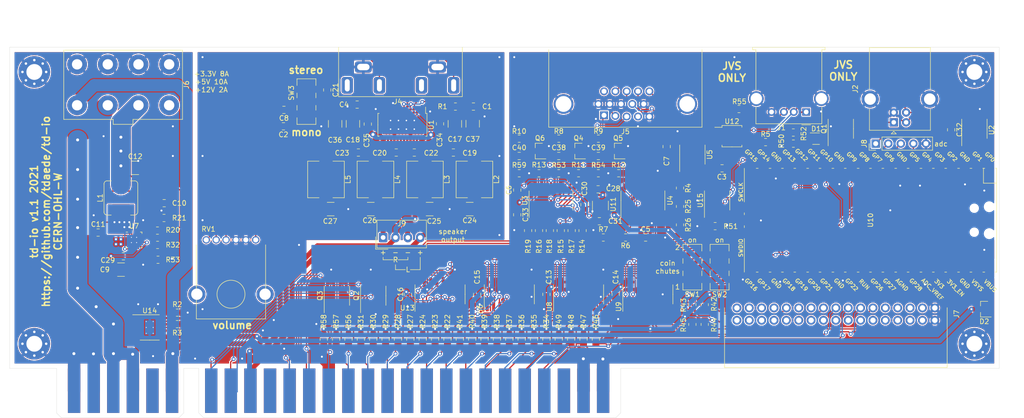
<source format=kicad_pcb>
(kicad_pcb (version 20171130) (host pcbnew 5.1.9-1.fc33)
  (layers (0 F.Cu signal) (31 B.Cu signal) (34 B.Paste user) (35 F.Paste user) (36 B.SilkS user) (37 F.SilkS user) (38 B.Mask user) (39 F.Mask user) (44 Edge.Cuts user))
  (net 0 "")
  (net 1 GND)
  (net 2 +12V)
  (net 3 "Net-(C2-Pad2)")
  (net 4 "Net-(C2-Pad1)")
  (net 5 +5V)
  (net 6 "Net-(C7-Pad1)")
  (net 7 "Net-(C8-Pad2)")
  (net 8 "Net-(C8-Pad1)")
  (net 9 +3V3)
  (net 10 "Net-(D2-Pad2)")
  (net 11 "Net-(D2-Pad1)")
  (net 12 "Net-(J1-Pad1)")
  (net 13 "Net-(J1-Pad2)")
  (net 14 "Net-(J1-Pad3)")
  (net 15 "Net-(J2-Pad1)")
  (net 16 /p2_4)
  (net 17 /p2start)
  (net 18 /lockout1)
  (net 19 /p2up)
  (net 20 /jamma_green)
  (net 21 /p2right)
  (net 22 /jamma_sync)
  (net 23 /p2left)
  (net 24 /c2)
  (net 25 /p2down)
  (net 26 /p2_3)
  (net 27 /meter1)
  (net 28 /p2_1)
  (net 29 "Net-(J3-PadM)")
  (net 30 /p2_2)
  (net 31 /p1_4)
  (net 32 /p1_3)
  (net 33 /p1_2)
  (net 34 /p1_1)
  (net 35 /p1right)
  (net 36 /p1left)
  (net 37 /p1down)
  (net 38 /p1up)
  (net 39 /p1start)
  (net 40 /c1)
  (net 41 /jamma_blue)
  (net 42 /jamma_red)
  (net 43 "Net-(J3-Pad11)")
  (net 44 /speaker+)
  (net 45 /lockout2)
  (net 46 /meter2)
  (net 47 "Net-(J5-Pad15)")
  (net 48 /vga_hsync)
  (net 49 "Net-(J5-Pad12)")
  (net 50 /vga_vsync)
  (net 51 "Net-(J5-Pad4)")
  (net 52 /vga_blue)
  (net 53 /vga_green)
  (net 54 /vga_red)
  (net 55 "Net-(J6-Pad1)")
  (net 56 "Net-(J7-Pad1)")
  (net 57 "Net-(J7-Pad2)")
  (net 58 "Net-(J7-Pad3)")
  (net 59 "Net-(J7-Pad4)")
  (net 60 "Net-(J7-Pad5)")
  (net 61 "Net-(J7-Pad6)")
  (net 62 "Net-(J7-Pad7)")
  (net 63 "Net-(J7-Pad8)")
  (net 64 /p2_6)
  (net 65 "Net-(J7-Pad10)")
  (net 66 "Net-(J7-Pad11)")
  (net 67 "Net-(J7-Pad12)")
  (net 68 "Net-(J7-Pad13)")
  (net 69 "Net-(J7-Pad14)")
  (net 70 /p1_6)
  (net 71 "Net-(J7-Pad16)")
  (net 72 /p1_5)
  (net 73 "Net-(J7-Pad18)")
  (net 74 "Net-(J7-Pad20)")
  (net 75 "Net-(J7-Pad22)")
  (net 76 /p2_5)
  (net 77 "Net-(J7-Pad24)")
  (net 78 "Net-(J7-Pad25)")
  (net 79 "Net-(J7-Pad26)")
  (net 80 "Net-(J7-Pad27)")
  (net 81 "Net-(J7-Pad28)")
  (net 82 "Net-(J7-Pad29)")
  (net 83 "Net-(J7-Pad30)")
  (net 84 "Net-(J7-Pad31)")
  (net 85 "Net-(J7-Pad32)")
  (net 86 /lockout1_ctl)
  (net 87 /meter1_ctl)
  (net 88 /lockout2_ctl)
  (net 89 /meter2_ctl)
  (net 90 /speaker-)
  (net 91 "Net-(R1-Pad1)")
  (net 92 "Net-(R14-Pad1)")
  (net 93 "Net-(R15-Pad1)")
  (net 94 "Net-(R16-Pad1)")
  (net 95 "Net-(R25-Pad1)")
  (net 96 "Net-(SW1-Pad3)")
  (net 97 /jvs_tx)
  (net 98 /jvs_de)
  (net 99 /jvs_re)
  (net 100 /jvs_rx)
  (net 101 /sr_clr)
  (net 102 /sr_clk)
  (net 103 /sr_data)
  (net 104 "Net-(U10-Pad43)")
  (net 105 "Net-(U10-Pad41)")
  (net 106 "Net-(U10-Pad25)")
  (net 107 "Net-(U10-Pad29)")
  (net 108 "Net-(U10-Pad30)")
  (net 109 "Net-(U10-Pad35)")
  (net 110 "Net-(U10-Pad37)")
  (net 111 "Net-(U10-Pad40)")
  (net 112 "Net-(C10-Pad1)")
  (net 113 "Net-(C11-Pad2)")
  (net 114 +3.3VP)
  (net 115 "Net-(R32-Pad2)")
  (net 116 "Net-(R20-Pad2)")
  (net 117 "Net-(U7-Pad11)")
  (net 118 "Net-(U7-Pad9)")
  (net 119 /SW)
  (net 120 "Net-(D1-Pad6)")
  (net 121 "Net-(D1-Pad2)")
  (net 122 "Net-(D1-Pad3)")
  (net 123 "Net-(D1-Pad1)")
  (net 124 "Net-(J3-Padd)")
  (net 125 "Net-(J3-Pad26)")
  (net 126 /sense_0v)
  (net 127 "Net-(R5-Pad2)")
  (net 128 "Net-(R55-Pad2)")
  (net 129 /termination)
  (net 130 /service)
  (net 131 /tilt)
  (net 132 /test)
  (net 133 "Net-(U13-Pad9)")
  (net 134 "Net-(U6-Pad9)")
  (net 135 "Net-(U6-Pad7)")
  (net 136 "Net-(U8-Pad9)")
  (net 137 "Net-(U8-Pad7)")
  (net 138 "Net-(U9-Pad7)")
  (net 139 "Net-(U13-Pad7)")
  (net 140 "Net-(C1-Pad2)")
  (net 141 "Net-(C4-Pad2)")
  (net 142 "Net-(C19-Pad2)")
  (net 143 "Net-(C20-Pad2)")
  (net 144 /speaker_r-)
  (net 145 "Net-(C21-Pad2)")
  (net 146 "Net-(C22-Pad2)")
  (net 147 "Net-(C23-Pad2)")
  (net 148 /speaker_r+)
  (net 149 "Net-(U1-Pad13)")
  (net 150 "Net-(U1-Pad1)")
  (net 151 "Net-(J3-PadE)")
  (net 152 "Net-(J3-Pad5)")
  (net 153 -5V)
  (net 154 +5VL)
  (net 155 "Net-(C19-Pad1)")
  (net 156 "Net-(C20-Pad1)")
  (net 157 "Net-(C22-Pad1)")
  (net 158 "Net-(C23-Pad1)")
  (net 159 /l_in)
  (net 160 /r_in)
  (net 161 "Net-(Q1-Pad5)")
  (net 162 "Net-(Q1-Pad4)")
  (net 163 "Net-(Q1-Pad3)")
  (net 164 "Net-(U4-Pad11)")
  (net 165 "Net-(U4-Pad8)")
  (net 166 /sense_in_high)
  (net 167 /sense_in_low)
  (net 168 "Net-(U10-Pad9)")
  (net 169 "Net-(U10-Pad7)")
  (net 170 "Net-(U10-Pad6)")
  (net 171 "Net-(C30-Pad1)")
  (net 172 "Net-(C30-Pad2)")
  (net 173 "Net-(R2-Pad1)")
  (net 174 "Net-(R3-Pad1)")
  (net 175 "Net-(U14-Pad6)")
  (net 176 "Net-(U14-Pad2)")
  (net 177 "Net-(R25-Pad2)")
  (net 178 "Net-(J5-Pad11)")
  (net 179 "Net-(SW2-Pad3)")
  (net 180 /adc2)
  (net 181 /adc1)
  (net 182 /adc0)
  (net 183 /blank)
  (net 184 "Net-(SW1-Pad1)")
  (net 185 "Net-(SW3-Pad3)")
  (net 186 "Net-(SW2-Pad1)")
  (net 187 /blue_ac)
  (net 188 /red_ac)
  (net 189 /green_ac)
  (net 190 /blue_fb)
  (net 191 /red_fb)
  (net 192 /green_fb)
  (net 193 "Net-(U10-Pad19)")
  (net 194 "Net-(U10-Pad17)")
  (module Inductor_SMD:L_Bourns_SRP7028A_7.3x6.6mm (layer F.Cu) (at 94.5 112.5 90)
    (fp_text reference L1 (at 0 -4.2 90) (layer F.SilkS))
    (fp_text value 1.5uH)
    (pad 2 smd rect (at 2.725 0 90) (size 2.95 3.5) (layers F.Cu F.Paste F.Mask) (net 114 +3.3VP))
    (pad 1 smd rect (at -2.725 0 90) (size 2.95 3.5) (layers F.Cu F.Paste F.Mask) (net 119 /SW))
  )
  (module Button_Switch_SMD:SW_DPDT_CK_JS202011JCQN (layer F.Cu) (at 215.5 126.5 90)
    (fp_text reference SW2 (at -5.5 0 180) (layer F.SilkS))
    (fp_text value SW_DPDT_x2)
    (pad 3 smd rect (at 2.5 -1.2 90) (size 1 1.6) (layers F.Cu F.Paste F.Mask) (net 179 "Net-(SW2-Pad3)"))
    (pad 2 smd rect (at 0 -1.2 90) (size 1 1.6) (layers F.Cu F.Paste F.Mask) (net 1 GND))
    (pad 1 smd rect (at -2.5 -1.2 90) (size 1 1.6) (layers F.Cu F.Paste F.Mask) (net 186 "Net-(SW2-Pad1)"))
    (pad 6 smd rect (at 2.5 1.2 90) (size 1 1.6) (layers F.Cu F.Paste F.Mask))
    (pad 5 smd rect (at 0 1.2 90) (size 1 1.6) (layers F.Cu F.Paste F.Mask))
    (pad 4 smd rect (at -2.5 1.2 90) (size 1 1.6) (layers F.Cu F.Paste F.Mask))
  )
  (module Button_Switch_SMD:SW_DPDT_CK_JS202011JCQN (layer F.Cu) (at 210 126.5 90)
    (fp_text reference SW1 (at -5.5 0 180) (layer F.SilkS))
    (fp_text value SW_DPDT_x2)
    (pad 3 smd rect (at 2.5 -1.2 90) (size 1 1.6) (layers F.Cu F.Paste F.Mask) (net 96 "Net-(SW1-Pad3)"))
    (pad 2 smd rect (at 0 -1.2 90) (size 1 1.6) (layers F.Cu F.Paste F.Mask) (net 1 GND))
    (pad 1 smd rect (at -2.5 -1.2 90) (size 1 1.6) (layers F.Cu F.Paste F.Mask) (net 184 "Net-(SW1-Pad1)"))
    (pad 6 smd rect (at 2.5 1.2 90) (size 1 1.6) (layers F.Cu F.Paste F.Mask))
    (pad 5 smd rect (at 0 1.2 90) (size 1 1.6) (layers F.Cu F.Paste F.Mask))
    (pad 4 smd rect (at -2.5 1.2 90) (size 1 1.6) (layers F.Cu F.Paste F.Mask))
  )
  (module Resistor_SMD:R_0805_2012Metric (layer F.Cu) (at 175 107.5)
    (fp_text reference R59 (at 0 -1.65) (layer F.SilkS))
    (fp_text value 10k)
    (pad 2 smd roundrect (at 0.9125 0) (size 1.025 1.4) (layers F.Cu F.Paste F.Mask) (roundrect_rratio 0.243902) (net 1 GND))
    (pad 1 smd roundrect (at -0.9125 0) (size 1.025 1.4) (layers F.Cu F.Paste F.Mask) (roundrect_rratio 0.243902) (net 189 /green_ac))
  )
  (module Resistor_SMD:R_0805_2012Metric (layer F.Cu) (at 191 107.5)
    (fp_text reference R54 (at 0 -1.65) (layer F.SilkS))
    (fp_text value 10k)
    (pad 2 smd roundrect (at 0.9125 0) (size 1.025 1.4) (layers F.Cu F.Paste F.Mask) (roundrect_rratio 0.243902) (net 1 GND))
    (pad 1 smd roundrect (at -0.9125 0) (size 1.025 1.4) (layers F.Cu F.Paste F.Mask) (roundrect_rratio 0.243902) (net 188 /red_ac))
  )
  (module Resistor_SMD:R_0805_2012Metric (layer F.Cu) (at 183 107.5)
    (fp_text reference R53 (at 0 -1.65) (layer F.SilkS))
    (fp_text value 10k)
    (pad 2 smd roundrect (at 0.9125 0) (size 1.025 1.4) (layers F.Cu F.Paste F.Mask) (roundrect_rratio 0.243902) (net 1 GND))
    (pad 1 smd roundrect (at -0.9125 0) (size 1.025 1.4) (layers F.Cu F.Paste F.Mask) (roundrect_rratio 0.243902) (net 187 /blue_ac))
  )
  (module Resistor_SMD:R_0805_2012Metric (layer F.Cu) (at 175 100.5)
    (fp_text reference R10 (at 0 -1.5) (layer F.SilkS))
    (fp_text value 75)
    (pad 2 smd roundrect (at 0.9125 0) (size 1.025 1.4) (layers F.Cu F.Paste F.Mask) (roundrect_rratio 0.243902) (net 53 /vga_green))
    (pad 1 smd roundrect (at -0.9125 0) (size 1.025 1.4) (layers F.Cu F.Paste F.Mask) (roundrect_rratio 0.243902) (net 1 GND))
  )
  (module Resistor_SMD:R_0805_2012Metric (layer F.Cu) (at 183 100.5)
    (fp_text reference R8 (at 0 -1.5) (layer F.SilkS))
    (fp_text value 75)
    (pad 2 smd roundrect (at 0.9125 0) (size 1.025 1.4) (layers F.Cu F.Paste F.Mask) (roundrect_rratio 0.243902) (net 52 /vga_blue))
    (pad 1 smd roundrect (at -0.9125 0) (size 1.025 1.4) (layers F.Cu F.Paste F.Mask) (roundrect_rratio 0.243902) (net 1 GND))
  )
  (module Package_TO_SOT_SMD:SOT-23 (layer F.Cu) (at 179 103 180)
    (fp_text reference Q6 (at -0.2 2.6) (layer F.SilkS))
    (fp_text value 2N7002NXBKR)
    (pad 3 smd rect (at 1 0 180) (size 0.9 0.8) (layers F.Cu F.Paste F.Mask) (net 189 /green_ac))
    (pad 2 smd rect (at -1 0.95 180) (size 0.9 0.8) (layers F.Cu F.Paste F.Mask) (net 1 GND))
    (pad 1 smd rect (at -1 -0.95 180) (size 0.9 0.8) (layers F.Cu F.Paste F.Mask) (net 183 /blank))
  )
  (module Package_TO_SOT_SMD:SOT-23 (layer F.Cu) (at 195 103 180)
    (fp_text reference Q5 (at 0 2.6) (layer F.SilkS))
    (fp_text value 2N7002NXBKR)
    (pad 3 smd rect (at 1 0 180) (size 0.9 0.8) (layers F.Cu F.Paste F.Mask) (net 188 /red_ac))
    (pad 2 smd rect (at -1 0.95 180) (size 0.9 0.8) (layers F.Cu F.Paste F.Mask) (net 1 GND))
    (pad 1 smd rect (at -1 -0.95 180) (size 0.9 0.8) (layers F.Cu F.Paste F.Mask) (net 183 /blank))
  )
  (module Package_TO_SOT_SMD:SOT-23 (layer F.Cu) (at 187 103 180)
    (fp_text reference Q4 (at 0 2.6) (layer F.SilkS))
    (fp_text value 2N7002NXBKR)
    (pad 3 smd rect (at 1 0 180) (size 0.9 0.8) (layers F.Cu F.Paste F.Mask) (net 187 /blue_ac))
    (pad 2 smd rect (at -1 0.95 180) (size 0.9 0.8) (layers F.Cu F.Paste F.Mask) (net 1 GND))
    (pad 1 smd rect (at -1 -0.95 180) (size 0.9 0.8) (layers F.Cu F.Paste F.Mask) (net 183 /blank))
  )
  (module Capacitor_SMD:C_0805_2012Metric (layer F.Cu) (at 175 104)
    (fp_text reference C40 (at 0 -1.68) (layer F.SilkS))
    (fp_text value 1uF)
    (pad 2 smd roundrect (at 0.95 0) (size 1 1.45) (layers F.Cu F.Paste F.Mask) (net 53 /vga_green))
    (pad 1 smd roundrect (at -0.95 0) (size 1 1.45) (layers F.Cu F.Paste F.Mask) (net 189 /green_ac))
  )
  (module Capacitor_SMD:C_0805_2012Metric (layer F.Cu) (at 191 104)
    (fp_text reference C39 (at 0 -1.68) (layer F.SilkS))
    (fp_text value 1uF)
    (pad 2 smd roundrect (at 0.95 0) (size 1 1.45) (layers F.Cu F.Paste F.Mask) (net 54 /vga_red))
    (pad 1 smd roundrect (at -0.95 0) (size 1 1.45) (layers F.Cu F.Paste F.Mask) (net 188 /red_ac))
  )
  (module Capacitor_SMD:C_0805_2012Metric (layer F.Cu) (at 183 104)
    (fp_text reference C38 (at 0 -1.68) (layer F.SilkS))
    (fp_text value 1uF)
    (pad 2 smd roundrect (at 0.95 0) (size 1 1.45) (layers F.Cu F.Paste F.Mask) (net 52 /vga_blue))
    (pad 1 smd roundrect (at -0.95 0) (size 1 1.45) (layers F.Cu F.Paste F.Mask) (net 187 /blue_ac))
  )
  (module Connector_PinHeader_2.54mm:PinHeader_1x05_P2.54mm_Vertical (layer F.Cu) (at 247.05 101.5 90)
    (fp_text reference J8 (at 0 -2.33 90) (layer F.SilkS))
    (fp_text value Conn_01x05_Male)
    (pad 5 thru_hole oval (at 0 10.16 90) (size 1.7 1.7) (drill 1) (layers *.Cu *.Mask) (net 1 GND))
    (pad 4 thru_hole oval (at 0 7.62 90) (size 1.7 1.7) (drill 1) (layers *.Cu *.Mask) (net 180 /adc2))
    (pad 3 thru_hole oval (at 0 5.08 90) (size 1.7 1.7) (drill 1) (layers *.Cu *.Mask) (net 181 /adc1))
    (pad 2 thru_hole oval (at 0 2.54 90) (size 1.7 1.7) (drill 1) (layers *.Cu *.Mask) (net 182 /adc0))
    (pad 1 thru_hole rect (at 0 0 90) (size 1.7 1.7) (drill 1) (layers *.Cu *.Mask) (net 9 +3V3))
  )
  (module Button_Switch_SMD:SW_DPDT_CK_JS202011JCQN (layer F.Cu) (at 132 93 90)
    (fp_text reference SW3 (at 1.75 -3.05 90) (layer F.SilkS))
    (fp_text value SW_DPDT_x2)
    (pad 3 smd rect (at 2.5 -1.2 90) (size 1 1.6) (layers F.Cu F.Paste F.Mask) (net 185 "Net-(SW3-Pad3)"))
    (pad 2 smd rect (at 0 -1.2 90) (size 1 1.6) (layers F.Cu F.Paste F.Mask) (net 8 "Net-(C8-Pad1)"))
    (pad 1 smd rect (at -2.5 -1.2 90) (size 1 1.6) (layers F.Cu F.Paste F.Mask) (net 4 "Net-(C2-Pad1)"))
    (pad 6 smd rect (at 2.5 1.2 90) (size 1 1.6) (layers F.Cu F.Paste F.Mask))
    (pad 5 smd rect (at 0 1.2 90) (size 1 1.6) (layers F.Cu F.Paste F.Mask))
    (pad 4 smd rect (at -2.5 1.2 90) (size 1 1.6) (layers F.Cu F.Paste F.Mask))
  )
  (module Capacitor_SMD:C_1210_3225Metric (layer F.Cu) (at 165.6 97.475 90)
    (fp_text reference C37 (at -3.125 0 180) (layer F.SilkS))
    (fp_text value "47uF 16V")
    (pad 2 smd roundrect (at 1.475 0 90) (size 1.15 2.7) (layers F.Cu F.Paste F.Mask) (roundrect_rratio 0.217391) (net 1 GND))
    (pad 1 smd roundrect (at -1.475 0 90) (size 1.15 2.7) (layers F.Cu F.Paste F.Mask) (roundrect_rratio 0.217391) (net 2 +12V))
  )
  (module Capacitor_SMD:C_1210_3225Metric (layer F.Cu) (at 137.8 97.5 90)
    (fp_text reference C36 (at -3.275 -0.025 180) (layer F.SilkS))
    (fp_text value "47uF 16V")
    (pad 2 smd roundrect (at 1.475 0 90) (size 1.15 2.7) (layers F.Cu F.Paste F.Mask) (roundrect_rratio 0.217391) (net 1 GND))
    (pad 1 smd roundrect (at -1.475 0 90) (size 1.15 2.7) (layers F.Cu F.Paste F.Mask) (roundrect_rratio 0.217391) (net 2 +12V))
  )
  (module Capacitor_SMD:C_0805_2012Metric (layer F.Cu) (at 144.4 97.55 90)
    (fp_text reference C35 (at -3.3 -0.225 270) (layer F.SilkS))
    (fp_text value 0.1uF)
    (pad 2 smd roundrect (at 0.95 0 90) (size 1 1.45) (layers F.Cu F.Paste F.Mask) (net 1 GND))
    (pad 1 smd roundrect (at -0.95 0 90) (size 1 1.45) (layers F.Cu F.Paste F.Mask) (net 2 +12V))
  )
  (module Capacitor_SMD:C_0805_2012Metric (layer F.Cu) (at 159 97.5 90)
    (fp_text reference C34 (at -3.25 -0.075 90) (layer F.SilkS))
    (fp_text value 0.1uF)
    (pad 2 smd roundrect (at 0.95 0 90) (size 1 1.45) (layers F.Cu F.Paste F.Mask) (net 1 GND))
    (pad 1 smd roundrect (at -0.95 0 90) (size 1 1.45) (layers F.Cu F.Paste F.Mask) (net 2 +12V))
  )
  (module Capacitor_SMD:C_1210_3225Metric (layer F.Cu) (at 141.4 97.5 90)
    (fp_text reference C18 (at -3.225 -0.025 180) (layer F.SilkS))
    (fp_text value "47uF 16V")
    (pad 2 smd roundrect (at 1.475 0 90) (size 1.15 2.7) (layers F.Cu F.Paste F.Mask) (roundrect_rratio 0.217391) (net 1 GND))
    (pad 1 smd roundrect (at -1.475 0 90) (size 1.15 2.7) (layers F.Cu F.Paste F.Mask) (roundrect_rratio 0.217391) (net 2 +12V))
  )
  (module Capacitor_SMD:C_1210_3225Metric (layer F.Cu) (at 162 97.5 90)
    (fp_text reference C17 (at -3.1 0 180) (layer F.SilkS))
    (fp_text value "47uF 16V")
    (pad 2 smd roundrect (at 1.475 0 90) (size 1.15 2.7) (layers F.Cu F.Paste F.Mask) (roundrect_rratio 0.217391) (net 1 GND))
    (pad 1 smd roundrect (at -1.475 0 90) (size 1.15 2.7) (layers F.Cu F.Paste F.Mask) (roundrect_rratio 0.217391) (net 2 +12V))
  )
  (module Capacitor_SMD:C_0805_2012Metric (layer F.Cu) (at 174.6 115.9 270)
    (fp_text reference C33 (at 0 -1.68 90) (layer F.SilkS))
    (fp_text value 3.3uF)
    (pad 2 smd roundrect (at 0.95 0 270) (size 1 1.45) (layers F.Cu F.Paste F.Mask) (net 1 GND))
    (pad 1 smd roundrect (at -0.95 0 270) (size 1 1.45) (layers F.Cu F.Paste F.Mask) (net 5 +5V))
  )
  (module Capacitor_SMD:C_0805_2012Metric (layer F.Cu) (at 262.3 98.7 270)
    (fp_text reference C32 (at 0 -1.68 90) (layer F.SilkS))
    (fp_text value 0.1uF)
    (pad 2 smd roundrect (at 0.95 0 270) (size 1 1.45) (layers F.Cu F.Paste F.Mask) (net 1 GND))
    (pad 1 smd roundrect (at -0.95 0 270) (size 1 1.45) (layers F.Cu F.Paste F.Mask) (net 9 +3V3))
  )
  (module td-io:HTSSOP-28-1EP_4.4x9.7mm_P0.65mm_tpa3138_ThermalVias (layer F.Cu) (at 151.4 97.7 270)
    (fp_text reference U1 (at 0 -5.8 270) (layer F.SilkS))
    (fp_text value TPA3138D2)
    (pad 29 smd rect (at 0 0 270) (size 2.85 5.4) (layers B.Cu) (net 1 GND))
    (pad 29 thru_hole circle (at 0.875 2.4 270) (size 0.6 0.6) (drill 0.3) (layers *.Cu) (net 1 GND))
    (pad 29 thru_hole circle (at -0.875 2.4 270) (size 0.6 0.6) (drill 0.3) (layers *.Cu) (net 1 GND))
    (pad 29 thru_hole circle (at 0.875 0.8 270) (size 0.6 0.6) (drill 0.3) (layers *.Cu) (net 1 GND))
    (pad 29 thru_hole circle (at -0.875 0.8 270) (size 0.6 0.6) (drill 0.3) (layers *.Cu) (net 1 GND))
    (pad 29 thru_hole circle (at 0.875 -0.8 270) (size 0.6 0.6) (drill 0.3) (layers *.Cu) (net 1 GND))
    (pad 29 thru_hole circle (at -0.875 -0.8 270) (size 0.6 0.6) (drill 0.3) (layers *.Cu) (net 1 GND))
    (pad 29 thru_hole circle (at 0.875 -2.4 270) (size 0.6 0.6) (drill 0.3) (layers *.Cu) (net 1 GND))
    (pad 29 thru_hole circle (at -0.875 -2.4 270) (size 0.6 0.6) (drill 0.3) (layers *.Cu) (net 1 GND))
    (pad 29 smd rect (at 0 0 270) (size 2.34 3.04) (layers F.Cu F.Mask) (net 1 GND))
    (pad 28 smd roundrect (at 2.8625 -4.225 270) (size 1.475 0.4) (layers F.Cu F.Paste F.Mask) (net 2 +12V))
    (pad 27 smd roundrect (at 2.8625 -3.575 270) (size 1.475 0.4) (layers F.Cu F.Paste F.Mask) (net 2 +12V))
    (pad 26 smd roundrect (at 2.8625 -2.925 270) (size 1.475 0.4) (layers F.Cu F.Paste F.Mask) (net 142 "Net-(C19-Pad2)"))
    (pad 25 smd roundrect (at 2.8625 -2.275 270) (size 1.475 0.4) (layers F.Cu F.Paste F.Mask) (net 155 "Net-(C19-Pad1)"))
    (pad 24 smd roundrect (at 2.8625 -1.625 270) (size 1.475 0.4) (layers F.Cu F.Paste F.Mask) (net 1 GND))
    (pad 23 smd roundrect (at 2.8625 -0.975 270) (size 1.475 0.4) (layers F.Cu F.Paste F.Mask) (net 157 "Net-(C22-Pad1)"))
    (pad 22 smd roundrect (at 2.8625 -0.325 270) (size 1.475 0.4) (layers F.Cu F.Paste F.Mask) (net 146 "Net-(C22-Pad2)"))
    (pad 21 smd roundrect (at 2.8625 0.325 270) (size 1.475 0.4) (layers F.Cu F.Paste F.Mask) (net 143 "Net-(C20-Pad2)"))
    (pad 20 smd roundrect (at 2.8625 0.975 270) (size 1.475 0.4) (layers F.Cu F.Paste F.Mask) (net 156 "Net-(C20-Pad1)"))
    (pad 19 smd roundrect (at 2.8625 1.625 270) (size 1.475 0.4) (layers F.Cu F.Paste F.Mask) (net 1 GND))
    (pad 18 smd roundrect (at 2.8625 2.275 270) (size 1.475 0.4) (layers F.Cu F.Paste F.Mask) (net 158 "Net-(C23-Pad1)"))
    (pad 17 smd roundrect (at 2.8625 2.925 270) (size 1.475 0.4) (layers F.Cu F.Paste F.Mask) (net 147 "Net-(C23-Pad2)"))
    (pad 16 smd roundrect (at 2.8625 3.575 270) (size 1.475 0.4) (layers F.Cu F.Paste F.Mask) (net 2 +12V))
    (pad 15 smd roundrect (at 2.8625 4.225 270) (size 1.475 0.4) (layers F.Cu F.Paste F.Mask) (net 2 +12V))
    (pad 14 smd roundrect (at -2.8625 4.225 270) (size 1.475 0.4) (layers F.Cu F.Paste F.Mask) (net 1 GND))
    (pad 13 smd roundrect (at -2.8625 3.575 270) (size 1.475 0.4) (layers F.Cu F.Paste F.Mask) (net 149 "Net-(U1-Pad13)"))
    (pad 12 smd roundrect (at -2.8625 2.925 270) (size 1.475 0.4) (layers F.Cu F.Paste F.Mask) (net 8 "Net-(C8-Pad1)"))
    (pad 11 smd roundrect (at -2.8625 2.275 270) (size 1.475 0.4) (layers F.Cu F.Paste F.Mask) (net 141 "Net-(C4-Pad2)"))
    (pad 10 smd roundrect (at -2.8625 1.625 270) (size 1.475 0.4) (layers F.Cu F.Paste F.Mask) (net 1 GND))
    (pad 9 smd roundrect (at -2.8625 0.975 270) (size 1.475 0.4) (layers F.Cu F.Paste F.Mask) (net 145 "Net-(C21-Pad2)"))
    (pad 8 smd roundrect (at -2.8625 0.325 270) (size 1.475 0.4) (layers F.Cu F.Paste F.Mask) (net 1 GND))
    (pad 7 smd roundrect (at -2.8625 -0.325 270) (size 1.475 0.4) (layers F.Cu F.Paste F.Mask) (net 2 +12V))
    (pad 6 smd roundrect (at -2.8625 -0.975 270) (size 1.475 0.4) (layers F.Cu F.Paste F.Mask) (net 1 GND))
    (pad 5 smd roundrect (at -2.8625 -1.625 270) (size 1.475 0.4) (layers F.Cu F.Paste F.Mask) (net 2 +12V))
    (pad 4 smd roundrect (at -2.8625 -2.275 270) (size 1.475 0.4) (layers F.Cu F.Paste F.Mask) (net 140 "Net-(C1-Pad2)"))
    (pad 3 smd roundrect (at -2.8625 -2.925 270) (size 1.475 0.4) (layers F.Cu F.Paste F.Mask) (net 4 "Net-(C2-Pad1)"))
    (pad 2 smd roundrect (at -2.8625 -3.575 270) (size 1.475 0.4) (layers F.Cu F.Paste F.Mask) (net 91 "Net-(R1-Pad1)"))
    (pad 1 smd roundrect (at -2.8625 -4.225 270) (size 1.475 0.4) (layers F.Cu F.Paste F.Mask) (net 150 "Net-(U1-Pad1)"))
  )
  (module Capacitor_SMD:C_1210_3225Metric (layer F.Cu) (at 97.4 106.4)
    (fp_text reference C12 (at 0 -2.3) (layer F.SilkS))
    (fp_text value 100uF)
    (pad 2 smd roundrect (at 1.475 0) (size 1.15 2.7) (layers F.Cu F.Paste F.Mask) (roundrect_rratio 0.217391) (net 1 GND))
    (pad 1 smd roundrect (at -1.475 0) (size 1.15 2.7) (layers F.Cu F.Paste F.Mask) (roundrect_rratio 0.217391) (net 114 +3.3VP))
  )
  (module Resistor_SMD:R_0805_2012Metric (layer F.Cu) (at 207.5 117.9375 270)
    (fp_text reference R26 (at 0 -1.65 90) (layer F.SilkS))
    (fp_text value 10k)
    (pad 2 smd roundrect (at 0.9125 0 270) (size 1.025 1.4) (layers F.Cu F.Paste F.Mask) (roundrect_rratio 0.243902) (net 1 GND))
    (pad 1 smd roundrect (at -0.9125 0 270) (size 1.025 1.4) (layers F.Cu F.Paste F.Mask) (roundrect_rratio 0.243902) (net 177 "Net-(R25-Pad2)"))
  )
  (module Resistor_SMD:R_0805_2012Metric (layer F.Cu) (at 207.5 114.2125 270)
    (fp_text reference R25 (at 0 -1.65 90) (layer F.SilkS))
    (fp_text value 20k)
    (pad 2 smd roundrect (at 0.9125 0 270) (size 1.025 1.4) (layers F.Cu F.Paste F.Mask) (roundrect_rratio 0.243902) (net 177 "Net-(R25-Pad2)"))
    (pad 1 smd roundrect (at -0.9125 0 270) (size 1.025 1.4) (layers F.Cu F.Paste F.Mask) (roundrect_rratio 0.243902) (net 95 "Net-(R25-Pad1)"))
  )
  (module Resistor_SMD:R_0805_2012Metric (layer F.Cu) (at 207.5 110.4875 270)
    (fp_text reference R4 (at 0 -1.65 90) (layer F.SilkS))
    (fp_text value 10k)
    (pad 2 smd roundrect (at 0.9125 0 270) (size 1.025 1.4) (layers F.Cu F.Paste F.Mask) (roundrect_rratio 0.243902) (net 95 "Net-(R25-Pad1)"))
    (pad 1 smd roundrect (at -0.9125 0 270) (size 1.025 1.4) (layers F.Cu F.Paste F.Mask) (roundrect_rratio 0.243902) (net 5 +5V))
  )
  (module Resistor_SMD:R_0805_2012Metric (layer F.Cu) (at 105.8875 138.025)
    (fp_text reference R3 (at 0 1.775) (layer F.SilkS))
    (fp_text value 1k)
    (pad 2 smd roundrect (at 0.9125 0) (size 1.025 1.4) (layers F.Cu F.Paste F.Mask) (roundrect_rratio 0.243902) (net 1 GND))
    (pad 1 smd roundrect (at -0.9125 0) (size 1.025 1.4) (layers F.Cu F.Paste F.Mask) (roundrect_rratio 0.243902) (net 174 "Net-(R3-Pad1)"))
  )
  (module Resistor_SMD:R_0805_2012Metric (layer F.Cu) (at 105.9 135.7)
    (fp_text reference R2 (at 0 -1.65) (layer F.SilkS))
    (fp_text value 400k)
    (pad 2 smd roundrect (at 0.9125 0) (size 1.025 1.4) (layers F.Cu F.Paste F.Mask) (roundrect_rratio 0.243902) (net 1 GND))
    (pad 1 smd roundrect (at -0.9125 0) (size 1.025 1.4) (layers F.Cu F.Paste F.Mask) (roundrect_rratio 0.243902) (net 173 "Net-(R2-Pad1)"))
  )
  (module td-io:DSUB-15-HD_Female_Horizontal_P2.29x2.5mm_EdgePinOffset8.35mm_Housed_MountingHolesOffset10.89mm (layer F.Cu) (at 192.145 94.75 180)
    (fp_text reference J5 (at -4.318 -4.318) (layer F.SilkS))
    (fp_text value DB15_Female_HighDensity_MountingHoles)
    (pad 0 thru_hole circle (at 8.185 1.27 180) (size 4 4) (drill 3.2) (layers *.Cu *.Mask) (net 1 GND))
    (pad 0 thru_hole circle (at -16.815 1.27 180) (size 4 4) (drill 3.2) (layers *.Cu *.Mask) (net 1 GND))
    (pad 15 thru_hole circle (at -9.16 3.833 180) (size 1.6 1.6) (drill 1) (layers *.Cu *.Mask) (net 47 "Net-(J5-Pad15)"))
    (pad 14 thru_hole circle (at -6.87 3.833 180) (size 1.6 1.6) (drill 1) (layers *.Cu *.Mask) (net 50 /vga_vsync))
    (pad 13 thru_hole circle (at -4.58 3.833 180) (size 1.6 1.6) (drill 1) (layers *.Cu *.Mask) (net 48 /vga_hsync))
    (pad 12 thru_hole circle (at -2.29 3.833 180) (size 1.6 1.6) (drill 1) (layers *.Cu *.Mask) (net 49 "Net-(J5-Pad12)"))
    (pad 11 thru_hole circle (at 0 3.833 180) (size 1.6 1.6) (drill 1) (layers *.Cu *.Mask) (net 178 "Net-(J5-Pad11)"))
    (pad 10 thru_hole circle (at -8.015 1.27 180) (size 1.6 1.6) (drill 1) (layers *.Cu *.Mask) (net 1 GND))
    (pad 9 thru_hole circle (at -5.715 1.27 180) (size 1.6 1.6) (drill 1) (layers *.Cu *.Mask) (net 6 "Net-(C7-Pad1)"))
    (pad 8 thru_hole circle (at -3.435 1.27 180) (size 1.6 1.6) (drill 1) (layers *.Cu *.Mask) (net 1 GND))
    (pad 7 thru_hole circle (at -1.145 1.27 180) (size 1.6 1.6) (drill 1) (layers *.Cu *.Mask) (net 1 GND))
    (pad 6 thru_hole circle (at 1.145 1.27 180) (size 1.6 1.6) (drill 1) (layers *.Cu *.Mask) (net 1 GND))
    (pad 5 thru_hole circle (at -9.16 -1.27 180) (size 1.6 1.6) (drill 1) (layers *.Cu *.Mask) (net 1 GND))
    (pad 4 thru_hole circle (at -6.87 -1.27 180) (size 1.6 1.6) (drill 1) (layers *.Cu *.Mask) (net 51 "Net-(J5-Pad4)"))
    (pad 3 thru_hole circle (at -4.572 -1.27 180) (size 1.6 1.6) (drill 1) (layers *.Cu *.Mask) (net 52 /vga_blue))
    (pad 2 thru_hole circle (at -2.286 -1.143 180) (size 1.6 1.6) (drill 1) (layers *.Cu *.Mask) (net 53 /vga_green))
    (pad 1 thru_hole rect (at 0 -1.016 180) (size 1.6 1.6) (drill 1) (layers *.Cu *.Mask) (net 54 /vga_red))
  )
  (module Capacitor_SMD:C_0805_2012Metric (layer F.Cu) (at 191.2 117.2 180)
    (fp_text reference C31 (at -3.25 0.01) (layer F.SilkS))
    (fp_text value 3.3uF)
    (pad 2 smd roundrect (at 0.95 0 180) (size 1 1.45) (layers F.Cu F.Paste F.Mask) (net 1 GND))
    (pad 1 smd roundrect (at -0.95 0 180) (size 1 1.45) (layers F.Cu F.Paste F.Mask) (net 153 -5V))
  )
  (module Capacitor_SMD:C_0805_2012Metric (layer F.Cu) (at 188.2 113.85 270)
    (fp_text reference C30 (at -3.25 0 90) (layer F.SilkS))
    (fp_text value 3.3uF)
    (pad 2 smd roundrect (at 0.95 0 270) (size 1 1.45) (layers F.Cu F.Paste F.Mask) (net 172 "Net-(C30-Pad2)"))
    (pad 1 smd roundrect (at -0.95 0 270) (size 1 1.45) (layers F.Cu F.Paste F.Mask) (net 171 "Net-(C30-Pad1)"))
  )
  (module Capacitor_SMD:C_0805_2012Metric (layer F.Cu) (at 95 124.3)
    (fp_text reference C29 (at -3.15 0.8) (layer F.SilkS))
    (fp_text value 0.1uF)
    (pad 2 smd roundrect (at 0.95 0) (size 1 1.45) (layers F.Cu F.Paste F.Mask) (net 1 GND))
    (pad 1 smd roundrect (at -0.95 0) (size 1 1.45) (layers F.Cu F.Paste F.Mask) (net 154 +5VL))
  )
  (module Capacitor_SMD:C_0805_2012Metric (layer F.Cu) (at 190.95 110.75 180)
    (fp_text reference C28 (at -3.05 0.15) (layer F.SilkS))
    (fp_text value 3.3uF)
    (pad 2 smd roundrect (at 0.95 0 180) (size 1 1.45) (layers F.Cu F.Paste F.Mask) (net 1 GND))
    (pad 1 smd roundrect (at -0.95 0 180) (size 1 1.45) (layers F.Cu F.Paste F.Mask) (net 5 +5V))
  )
  (module Package_SO:SOIC-8_3.9x4.9mm_P1.27mm (layer F.Cu) (at 215 113 90)
    (fp_text reference U15 (at 0 -3.4 90) (layer F.SilkS))
    (fp_text value LM2903)
    (pad 8 smd roundrect (at 2.475 -1.905 90) (size 1.95 0.6) (layers F.Cu F.Paste F.Mask) (net 5 +5V))
    (pad 7 smd roundrect (at 2.475 -0.635 90) (size 1.95 0.6) (layers F.Cu F.Paste F.Mask) (net 166 /sense_in_high))
    (pad 6 smd roundrect (at 2.475 0.635 90) (size 1.95 0.6) (layers F.Cu F.Paste F.Mask) (net 95 "Net-(R25-Pad1)"))
    (pad 5 smd roundrect (at 2.475 1.905 90) (size 1.95 0.6) (layers F.Cu F.Paste F.Mask) (net 12 "Net-(J1-Pad1)"))
    (pad 4 smd roundrect (at -2.475 1.905 90) (size 1.95 0.6) (layers F.Cu F.Paste F.Mask) (net 1 GND))
    (pad 3 smd roundrect (at -2.475 0.635 90) (size 1.95 0.6) (layers F.Cu F.Paste F.Mask) (net 12 "Net-(J1-Pad1)"))
    (pad 2 smd roundrect (at -2.475 -0.635 90) (size 1.95 0.6) (layers F.Cu F.Paste F.Mask) (net 177 "Net-(R25-Pad2)"))
    (pad 1 smd roundrect (at -2.475 -1.905 90) (size 1.95 0.6) (layers F.Cu F.Paste F.Mask) (net 167 /sense_in_low))
  )
  (module Package_SO:SOIC-8-1EP_3.9x4.9mm_P1.27mm_EP2.41x3.3mm_ThermalVias (layer F.Cu) (at 100.325 138.7)
    (fp_text reference U14 (at 0 -3.4) (layer F.SilkS))
    (fp_text value TPS259620)
    (pad 9 smd rect (at 0 0) (size 1.9 2.9) (layers B.Cu) (net 1 GND))
    (pad 9 thru_hole circle (at 0.7 1.2) (size 0.5 0.5) (drill 0.2) (layers *.Cu) (net 1 GND))
    (pad 9 thru_hole circle (at -0.7 1.2) (size 0.5 0.5) (drill 0.2) (layers *.Cu) (net 1 GND))
    (pad 9 thru_hole circle (at 0.7 0) (size 0.5 0.5) (drill 0.2) (layers *.Cu) (net 1 GND))
    (pad 9 thru_hole circle (at -0.7 0) (size 0.5 0.5) (drill 0.2) (layers *.Cu) (net 1 GND))
    (pad 9 thru_hole circle (at 0.7 -1.2) (size 0.5 0.5) (drill 0.2) (layers *.Cu) (net 1 GND))
    (pad 9 thru_hole circle (at -0.7 -1.2) (size 0.5 0.5) (drill 0.2) (layers *.Cu) (net 1 GND))
    (pad 9 smd rect (at 0 0) (size 2.41 3.3) (layers F.Cu F.Mask) (net 1 GND))
    (pad 8 smd roundrect (at 2.475 -1.905) (size 1.95 0.6) (layers F.Cu F.Paste F.Mask) (net 173 "Net-(R2-Pad1)"))
    (pad 7 smd roundrect (at 2.475 -0.635) (size 1.95 0.6) (layers F.Cu F.Paste F.Mask) (net 174 "Net-(R3-Pad1)"))
    (pad 6 smd roundrect (at 2.475 0.635) (size 1.95 0.6) (layers F.Cu F.Paste F.Mask) (net 175 "Net-(U14-Pad6)"))
    (pad 5 smd roundrect (at 2.475 1.905) (size 1.95 0.6) (layers F.Cu F.Paste F.Mask) (net 5 +5V))
    (pad 4 smd roundrect (at -2.475 1.905) (size 1.95 0.6) (layers F.Cu F.Paste F.Mask) (net 154 +5VL))
    (pad 3 smd roundrect (at -2.475 0.635) (size 1.95 0.6) (layers F.Cu F.Paste F.Mask) (net 154 +5VL))
    (pad 2 smd roundrect (at -2.475 -0.635) (size 1.95 0.6) (layers F.Cu F.Paste F.Mask) (net 176 "Net-(U14-Pad2)"))
    (pad 1 smd roundrect (at -2.475 -1.905) (size 1.95 0.6) (layers F.Cu F.Paste F.Mask) (net 1 GND))
  )
  (module Package_TO_SOT_SMD:SOT-23-6 (layer F.Cu) (at 191.41 114.03 90)
    (fp_text reference U11 (at 0.23 2.59 90) (layer F.SilkS))
    (fp_text value LM2664M4)
    (pad 5 smd rect (at 1.1 0 90) (size 1.06 0.65) (layers F.Cu F.Paste F.Mask) (net 5 +5V))
    (pad 6 smd rect (at 1.1 -0.95 90) (size 1.06 0.65) (layers F.Cu F.Paste F.Mask) (net 171 "Net-(C30-Pad1)"))
    (pad 4 smd rect (at 1.1 0.95 90) (size 1.06 0.65) (layers F.Cu F.Paste F.Mask) (net 5 +5V))
    (pad 3 smd rect (at -1.1 0.95 90) (size 1.06 0.65) (layers F.Cu F.Paste F.Mask) (net 172 "Net-(C30-Pad2)"))
    (pad 2 smd rect (at -1.1 0 90) (size 1.06 0.65) (layers F.Cu F.Paste F.Mask) (net 153 -5V))
    (pad 1 smd rect (at -1.1 -0.95 90) (size 1.06 0.65) (layers F.Cu F.Paste F.Mask) (net 1 GND))
  )
  (module td-io:RJE-20 (layer F.Cu) (at 97.15 121)
    (fp_text reference U7 (at 0 -2.82) (layer F.SilkS))
    (fp_text value TPS568230)
    (pad 21 smd rect (at 0 0) (size 1.55 1.55) (layers B.Cu) (net 1 GND))
    (pad 21 thru_hole circle (at 0.525 0.525) (size 0.5 0.5) (drill 0.2) (layers *.Cu) (net 1 GND))
    (pad 21 thru_hole circle (at -0.525 0.525) (size 0.5 0.5) (drill 0.2) (layers *.Cu) (net 1 GND))
    (pad 21 thru_hole circle (at 0.525 -0.525) (size 0.5 0.5) (drill 0.2) (layers *.Cu) (net 1 GND))
    (pad 21 thru_hole circle (at -0.525 -0.525) (size 0.5 0.5) (drill 0.2) (layers *.Cu) (net 1 GND))
    (pad 21 smd rect (at 0.123 0) (size 0.926 0.975) (layers F.Cu F.Mask) (net 1 GND))
    (pad 20 smd custom (at -0.9 -1.45) (size 0.143934 0.143934) (layers F.Cu F.Paste F.Mask) (net 119 /SW) (options (clearance outline) (anchor circle)) (primitives (gr_poly (pts (xy -0.075 -0.375) (xy 0.075 -0.375) (xy 0.075 0.375) (xy 0.045711 0.375) (xy -0.075 0.254289)) (width 0.1))))
    (pad 19 smd roundrect (at -0.45 -1.45) (size 0.25 0.85) (layers F.Cu F.Paste F.Mask) (net 119 /SW))
    (pad 18 smd roundrect (at 0 -1.45) (size 0.25 0.85) (layers F.Cu F.Paste F.Mask) (net 1 GND))
    (pad 17 smd roundrect (at 0.45 -1.45) (size 0.25 0.85) (layers F.Cu F.Paste F.Mask) (net 112 "Net-(C10-Pad1)"))
    (pad 16 smd custom (at 0.9 -1.45) (size 0.143934 0.143934) (layers F.Cu F.Paste F.Mask) (options (clearance outline) (anchor circle)) (primitives (gr_poly (pts (xy -0.075 -0.375) (xy 0.075 -0.375) (xy 0.075 0.254289) (xy -0.045711 0.375) (xy -0.075 0.375)) (width 0.1))))
    (pad 15 smd custom (at 1.45 -0.9) (size 0.143934 0.143934) (layers F.Cu F.Paste F.Mask) (net 116 "Net-(R20-Pad2)") (options (clearance outline) (anchor circle)) (primitives (gr_poly (pts (xy -0.375 0.045711) (xy -0.254289 -0.075) (xy 0.375 -0.075) (xy 0.375 0.075) (xy -0.375 0.075)) (width 0.1))))
    (pad 14 smd roundrect (at 1.45 -0.45) (size 0.85 0.25) (layers F.Cu F.Paste F.Mask) (net 115 "Net-(R32-Pad2)"))
    (pad 13 smd roundrect (at 1.45 0) (size 0.85 0.25) (layers F.Cu F.Paste F.Mask) (net 1 GND))
    (pad 12 smd roundrect (at 1.45 0.45) (size 0.85 0.25) (layers F.Cu F.Paste F.Mask) (net 154 +5VL))
    (pad 11 smd custom (at 1.45 0.9) (size 0.143934 0.143934) (layers F.Cu F.Paste F.Mask) (net 117 "Net-(U7-Pad11)") (options (clearance outline) (anchor circle)) (primitives (gr_poly (pts (xy -0.375 -0.075) (xy 0.375 -0.075) (xy 0.375 0.075) (xy -0.254289 0.075) (xy -0.375 -0.045711)) (width 0.1))))
    (pad 10 smd custom (at 0.9 1.45) (size 0.143934 0.143934) (layers F.Cu F.Paste F.Mask) (options (clearance outline) (anchor circle)) (primitives (gr_poly (pts (xy -0.075 -0.375) (xy -0.045711 -0.375) (xy 0.075 -0.254289) (xy 0.075 0.375) (xy -0.075 0.375)) (width 0.1))))
    (pad 9 smd roundrect (at 0.45 1.45) (size 0.25 0.85) (layers F.Cu F.Paste F.Mask) (net 118 "Net-(U7-Pad9)"))
    (pad 8 smd roundrect (at 0 1.45) (size 0.25 0.85) (layers F.Cu F.Paste F.Mask) (net 1 GND))
    (pad 7 smd roundrect (at -0.45 1.45) (size 0.25 0.85) (layers F.Cu F.Paste F.Mask) (net 1 GND))
    (pad 6 smd custom (at -0.9 1.45) (size 0.143934 0.143934) (layers F.Cu F.Paste F.Mask) (net 119 /SW) (options (clearance outline) (anchor circle)) (primitives (gr_poly (pts (xy -0.075 -0.254289) (xy 0.045711 -0.375) (xy 0.075 -0.375) (xy 0.075 0.375) (xy -0.075 0.375)) (width 0.1))))
    (pad 5 smd custom (at -1.45 0.9) (size 0.143934 0.143934) (layers F.Cu F.Paste F.Mask) (net 154 +5VL) (options (clearance outline) (anchor circle)) (primitives (gr_poly (pts (xy -0.375 -0.075) (xy 0.375 -0.075) (xy 0.375 -0.045711) (xy 0.254289 0.075) (xy -0.375 0.075)) (width 0.1))))
    (pad 4 smd roundrect (at -1.45 0.45) (size 0.85 0.25) (layers F.Cu F.Paste F.Mask) (net 154 +5VL))
    (pad 3 smd roundrect (at -1.45 0) (size 0.85 0.25) (layers F.Cu F.Paste F.Mask) (net 154 +5VL))
    (pad 2 smd roundrect (at -1.45 -0.45) (size 0.85 0.25) (layers F.Cu F.Paste F.Mask) (net 154 +5VL))
    (pad 1 smd custom (at -1.45 -0.9) (size 0.143934 0.143934) (layers F.Cu F.Paste F.Mask) (net 113 "Net-(C11-Pad2)") (options (clearance outline) (anchor circle)) (primitives (gr_poly (pts (xy -0.375 -0.075) (xy 0.254289 -0.075) (xy 0.375 0.045711) (xy 0.375 0.075) (xy -0.375 0.075)) (width 0.1))))
  )
  (module td-io:JST_SH_B4B-NH-A_1x04_P2.50mm_Vertical (layer F.Cu) (at 147.5 120.5)
    (fp_text reference J9 (at 3.75 -2.8) (layer F.SilkS))
    (fp_text value Conn_01x04_Male)
    (pad 4 thru_hole oval (at 7.5 0) (size 1.7 1.95) (drill 0.95) (layers *.Cu *.Mask) (net 44 /speaker+))
    (pad 3 thru_hole oval (at 5 0) (size 1.7 1.95) (drill 0.95) (layers *.Cu *.Mask) (net 144 /speaker_r-))
    (pad 2 thru_hole oval (at 2.5 0) (size 1.7 1.95) (drill 0.95) (layers *.Cu *.Mask) (net 90 /speaker-))
    (pad 1 thru_hole roundrect (at 0 0) (size 1.7 1.95) (drill 0.95) (layers *.Cu *.Mask) (roundrect_rratio 0.147059) (net 148 /speaker_r+))
  )
  (module td-io:PJRAN2X1U01AUX (layer F.Cu) (at 158.5 86 180)
    (fp_text reference J4 (at 8 -7) (layer F.SilkS))
    (fp_text value Conn_Coaxial_x2)
    (pad 5 thru_hole roundrect (at 18.25 -3.7 180) (size 2.3 3.4) (drill oval 1 2.5) (layers *.Cu *.Mask))
    (pad 2 thru_hole roundrect (at 11.75 -3.7 180) (size 2.3 3.4) (drill oval 1 2.5) (layers *.Cu *.Mask) (net 159 /l_in))
    (pad 3 thru_hole roundrect (at 0 0 180) (size 3.4 2.3) (drill oval 2.5 1.3) (layers *.Cu *.Mask) (net 1 GND))
    (pad 3 thru_hole roundrect (at 15 0 180) (size 3.4 2.3) (drill oval 2.5 1.3) (layers *.Cu *.Mask) (net 1 GND))
    (pad 1 thru_hole roundrect (at -3.25 -3.7 180) (size 2.3 3.4) (drill oval 1 2.5) (layers *.Cu *.Mask) (net 160 /r_in))
    (pad 4 thru_hole roundrect (at 3.25 -3.7 180) (size 2.3 3.4) (drill oval 1 2.5) (layers *.Cu *.Mask))
  )
  (module Capacitor_SMD:C_1210_3225Metric (layer F.Cu) (at 136.9 114.75)
    (fp_text reference C27 (at -0.1 2.45) (layer F.SilkS))
    (fp_text value 2.2uF)
    (pad 2 smd roundrect (at 1.475 0) (size 1.15 2.7) (layers F.Cu F.Paste F.Mask) (roundrect_rratio 0.217391) (net 1 GND))
    (pad 1 smd roundrect (at -1.475 0) (size 1.15 2.7) (layers F.Cu F.Paste F.Mask) (roundrect_rratio 0.217391) (net 148 /speaker_r+))
  )
  (module Capacitor_SMD:C_1210_3225Metric (layer F.Cu) (at 145 114.75 180)
    (fp_text reference C26 (at 0.2 -2.3) (layer F.SilkS))
    (fp_text value 2.2uF)
    (pad 2 smd roundrect (at 1.475 0 180) (size 1.15 2.7) (layers F.Cu F.Paste F.Mask) (roundrect_rratio 0.217391) (net 1 GND))
    (pad 1 smd roundrect (at -1.475 0 180) (size 1.15 2.7) (layers F.Cu F.Paste F.Mask) (roundrect_rratio 0.217391) (net 144 /speaker_r-))
  )
  (module Capacitor_SMD:C_1210_3225Metric (layer F.Cu) (at 156.9 114.75)
    (fp_text reference C25 (at 0.9 2.45) (layer F.SilkS))
    (fp_text value 2.2uF)
    (pad 2 smd roundrect (at 1.475 0) (size 1.15 2.7) (layers F.Cu F.Paste F.Mask) (roundrect_rratio 0.217391) (net 1 GND))
    (pad 1 smd roundrect (at -1.475 0) (size 1.15 2.7) (layers F.Cu F.Paste F.Mask) (roundrect_rratio 0.217391) (net 90 /speaker-))
  )
  (module Capacitor_SMD:C_1210_3225Metric (layer F.Cu) (at 165 114.75 180)
    (fp_text reference C24 (at 0 -2.3) (layer F.SilkS))
    (fp_text value 2.2uF)
    (pad 2 smd roundrect (at 1.475 0 180) (size 1.15 2.7) (layers F.Cu F.Paste F.Mask) (roundrect_rratio 0.217391) (net 1 GND))
    (pad 1 smd roundrect (at -1.475 0 180) (size 1.15 2.7) (layers F.Cu F.Paste F.Mask) (roundrect_rratio 0.217391) (net 44 /speaker+))
  )
  (module Capacitor_SMD:C_1210_3225Metric (layer F.Cu) (at 94.525 127)
    (fp_text reference C9 (at -3.275 0) (layer F.SilkS))
    (fp_text value 100uF)
    (pad 2 smd roundrect (at 1.475 0) (size 1.15 2.7) (layers F.Cu F.Paste F.Mask) (roundrect_rratio 0.217391) (net 1 GND))
    (pad 1 smd roundrect (at -1.475 0) (size 1.15 2.7) (layers F.Cu F.Paste F.Mask) (roundrect_rratio 0.217391) (net 154 +5VL))
  )
  (module td-io:RPi_Pico_SMD (layer F.Cu) (at 246 117 270)
    (fp_text reference U10 (at 0 0 90) (layer F.SilkS))
    (fp_text value Pico)
    (fp_text user SWDIO (at 5.6 26.2 90) (layer F.SilkS) (effects (font (size 0.8 0.8))))
    (fp_text user SWCLK (at -5.7 26.2 90) (layer F.SilkS) (effects (font (size 0.8 0.8))))
    (fp_text user AGND (at 13.054 -6.35 135) (layer F.SilkS) (effects (font (size 0.8 0.8))))
    (fp_text user GND (at 12.8 -19.05 135) (layer F.SilkS) (effects (font (size 0.8 0.8))))
    (fp_text user GND (at 12.8 6.35 135) (layer F.SilkS) (effects (font (size 0.8 0.8))))
    (fp_text user GND (at 12.8 19.05 135) (layer F.SilkS) (effects (font (size 0.8 0.8))))
    (fp_text user GND (at -12.8 19.05 135) (layer F.SilkS) (effects (font (size 0.8 0.8))))
    (fp_text user GND (at -12.8 6.35 135) (layer F.SilkS) (effects (font (size 0.8 0.8))))
    (fp_text user GND (at -12.8 -6.35 135) (layer F.SilkS) (effects (font (size 0.8 0.8))))
    (fp_text user GND (at -12.8 -19.05 135) (layer F.SilkS) (effects (font (size 0.8 0.8))))
    (fp_text user VBUS (at 13.3 -24.2 135) (layer F.SilkS) (effects (font (size 0.8 0.8))))
    (fp_text user VSYS (at 13.2 -21.59 135) (layer F.SilkS) (effects (font (size 0.8 0.8))))
    (fp_text user 3V3_EN (at 13.7 -17.2 135) (layer F.SilkS) (effects (font (size 0.8 0.8))))
    (fp_text user 3V3 (at 12.9 -13.9 135) (layer F.SilkS) (effects (font (size 0.8 0.8))))
    (fp_text user ADC_VREF (at 14 -12.5 135) (layer F.SilkS) (effects (font (size 0.8 0.8))))
    (fp_text user GP28 (at 13.054 -9.144 135) (layer F.SilkS) (effects (font (size 0.8 0.8))))
    (fp_text user GP27 (at 13.054 -3.8 135) (layer F.SilkS) (effects (font (size 0.8 0.8))))
    (fp_text user GP26 (at 13.054 -1.27 135) (layer F.SilkS) (effects (font (size 0.8 0.8))))
    (fp_text user RUN (at 13 1.27 135) (layer F.SilkS) (effects (font (size 0.8 0.8))))
    (fp_text user GP22 (at 13.054 3.81 135) (layer F.SilkS) (effects (font (size 0.8 0.8))))
    (fp_text user GP21 (at 13.054 8.9 135) (layer F.SilkS) (effects (font (size 0.8 0.8))))
    (fp_text user GP20 (at 13.054 11.43 135) (layer F.SilkS) (effects (font (size 0.8 0.8))))
    (fp_text user GP19 (at 13.054 13.97 135) (layer F.SilkS) (effects (font (size 0.8 0.8))))
    (fp_text user GP18 (at 13.054 16.51 135) (layer F.SilkS) (effects (font (size 0.8 0.8))))
    (fp_text user GP17 (at 13.054 21.59 135) (layer F.SilkS) (effects (font (size 0.8 0.8))))
    (fp_text user GP16 (at 13.054 24.13 135) (layer F.SilkS) (effects (font (size 0.8 0.8))))
    (fp_text user GP15 (at -13.054 24.13 135) (layer F.SilkS) (effects (font (size 0.8 0.8))))
    (fp_text user GP14 (at -13.1 21.59 135) (layer F.SilkS) (effects (font (size 0.8 0.8))))
    (fp_text user GP13 (at -13.054 16.51 135) (layer F.SilkS) (effects (font (size 0.8 0.8))))
    (fp_text user GP12 (at -13.2 13.97 135) (layer F.SilkS) (effects (font (size 0.8 0.8))))
    (fp_text user GP11 (at -13.2 11.43 135) (layer F.SilkS) (effects (font (size 0.8 0.8))))
    (fp_text user GP10 (at -13.054 8.89 135) (layer F.SilkS) (effects (font (size 0.8 0.8))))
    (fp_text user GP9 (at -12.8 3.81 135) (layer F.SilkS) (effects (font (size 0.8 0.8))))
    (fp_text user GP8 (at -12.8 1.27 135) (layer F.SilkS) (effects (font (size 0.8 0.8))))
    (fp_text user GP7 (at -12.7 -1.3 135) (layer F.SilkS) (effects (font (size 0.8 0.8))))
    (fp_text user GP6 (at -12.8 -3.81 135) (layer F.SilkS) (effects (font (size 0.8 0.8))))
    (fp_text user GP5 (at -12.8 -8.89 135) (layer F.SilkS) (effects (font (size 0.8 0.8))))
    (fp_text user GP4 (at -12.8 -11.43 135) (layer F.SilkS) (effects (font (size 0.8 0.8))))
    (fp_text user GP3 (at -12.8 -13.97 135) (layer F.SilkS) (effects (font (size 0.8 0.8))))
    (fp_text user GP0 (at -12.8 -24.13 135) (layer F.SilkS) (effects (font (size 0.8 0.8))))
    (fp_text user GP2 (at -12.9 -16.51 135) (layer F.SilkS) (effects (font (size 0.8 0.8))))
    (fp_text user GP1 (at -12.9 -21.6 135) (layer F.SilkS) (effects (font (size 0.8 0.8))))
    (pad 43 smd rect (at 2.54 23.9) (size 3.5 1.7) (drill (offset -0.9 0)) (layers F.Cu F.Paste F.Mask) (net 104 "Net-(U10-Pad43)"))
    (pad 42 smd rect (at 0 23.9) (size 3.5 1.7) (drill (offset -0.9 0)) (layers F.Cu F.Paste F.Mask) (net 1 GND))
    (pad 41 smd rect (at -2.54 23.9) (size 3.5 1.7) (drill (offset -0.9 0)) (layers F.Cu F.Paste F.Mask) (net 105 "Net-(U10-Pad41)"))
    (pad "" np_thru_hole oval (at 2.425 -20.97 270) (size 1.5 1.5) (drill 1.5) (layers *.Cu *.Mask))
    (pad "" np_thru_hole oval (at -2.425 -20.97 270) (size 1.5 1.5) (drill 1.5) (layers *.Cu *.Mask))
    (pad "" np_thru_hole oval (at 2.725 -24 270) (size 1.8 1.8) (drill 1.8) (layers *.Cu *.Mask))
    (pad "" np_thru_hole oval (at -2.725 -24 270) (size 1.8 1.8) (drill 1.8) (layers *.Cu *.Mask))
    (pad 21 smd rect (at 8.89 24.13 270) (size 3.5 1.7) (drill (offset 0.9 0)) (layers F.Cu F.Paste F.Mask) (net 186 "Net-(SW2-Pad1)"))
    (pad 22 smd rect (at 8.89 21.59 270) (size 3.5 1.7) (drill (offset 0.9 0)) (layers F.Cu F.Paste F.Mask) (net 184 "Net-(SW1-Pad1)"))
    (pad 23 smd rect (at 8.89 19.05 270) (size 3.5 1.7) (drill (offset 0.9 0)) (layers F.Cu F.Paste F.Mask) (net 1 GND))
    (pad 24 smd rect (at 8.89 16.51 270) (size 3.5 1.7) (drill (offset 0.9 0)) (layers F.Cu F.Paste F.Mask) (net 102 /sr_clk))
    (pad 25 smd rect (at 8.89 13.97 270) (size 3.5 1.7) (drill (offset 0.9 0)) (layers F.Cu F.Paste F.Mask) (net 106 "Net-(U10-Pad25)"))
    (pad 26 smd rect (at 8.89 11.43 270) (size 3.5 1.7) (drill (offset 0.9 0)) (layers F.Cu F.Paste F.Mask) (net 103 /sr_data))
    (pad 27 smd rect (at 8.89 8.89 270) (size 3.5 1.7) (drill (offset 0.9 0)) (layers F.Cu F.Paste F.Mask) (net 101 /sr_clr))
    (pad 28 smd rect (at 8.89 6.35 270) (size 3.5 1.7) (drill (offset 0.9 0)) (layers F.Cu F.Paste F.Mask) (net 1 GND))
    (pad 29 smd rect (at 8.89 3.81 270) (size 3.5 1.7) (drill (offset 0.9 0)) (layers F.Cu F.Paste F.Mask) (net 107 "Net-(U10-Pad29)"))
    (pad 30 smd rect (at 8.89 1.27 270) (size 3.5 1.7) (drill (offset 0.9 0)) (layers F.Cu F.Paste F.Mask) (net 108 "Net-(U10-Pad30)"))
    (pad 31 smd rect (at 8.89 -1.27 270) (size 3.5 1.7) (drill (offset 0.9 0)) (layers F.Cu F.Paste F.Mask) (net 182 /adc0))
    (pad 32 smd rect (at 8.89 -3.81 270) (size 3.5 1.7) (drill (offset 0.9 0)) (layers F.Cu F.Paste F.Mask) (net 181 /adc1))
    (pad 33 smd rect (at 8.89 -6.35 270) (size 3.5 1.7) (drill (offset 0.9 0)) (layers F.Cu F.Paste F.Mask) (net 1 GND))
    (pad 34 smd rect (at 8.89 -8.89 270) (size 3.5 1.7) (drill (offset 0.9 0)) (layers F.Cu F.Paste F.Mask) (net 180 /adc2))
    (pad 35 smd rect (at 8.89 -11.43 270) (size 3.5 1.7) (drill (offset 0.9 0)) (layers F.Cu F.Paste F.Mask) (net 109 "Net-(U10-Pad35)"))
    (pad 36 smd rect (at 8.89 -13.97 270) (size 3.5 1.7) (drill (offset 0.9 0)) (layers F.Cu F.Paste F.Mask) (net 9 +3V3))
    (pad 37 smd rect (at 8.89 -16.51 270) (size 3.5 1.7) (drill (offset 0.9 0)) (layers F.Cu F.Paste F.Mask) (net 110 "Net-(U10-Pad37)"))
    (pad 38 smd rect (at 8.89 -19.05 270) (size 3.5 1.7) (drill (offset 0.9 0)) (layers F.Cu F.Paste F.Mask) (net 1 GND))
    (pad 39 smd rect (at 8.89 -21.59 270) (size 3.5 1.7) (drill (offset 0.9 0)) (layers F.Cu F.Paste F.Mask) (net 10 "Net-(D2-Pad2)"))
    (pad 40 smd rect (at 8.89 -24.13 270) (size 3.5 1.7) (drill (offset 0.9 0)) (layers F.Cu F.Paste F.Mask) (net 111 "Net-(U10-Pad40)"))
    (pad 20 smd rect (at -8.89 24.13 270) (size 3.5 1.7) (drill (offset -0.9 0)) (layers F.Cu F.Paste F.Mask) (net 129 /termination))
    (pad 19 smd rect (at -8.89 21.59 270) (size 3.5 1.7) (drill (offset -0.9 0)) (layers F.Cu F.Paste F.Mask) (net 193 "Net-(U10-Pad19)"))
    (pad 18 smd rect (at -8.89 19.05 270) (size 3.5 1.7) (drill (offset -0.9 0)) (layers F.Cu F.Paste F.Mask) (net 1 GND))
    (pad 17 smd rect (at -8.89 16.51 270) (size 3.5 1.7) (drill (offset -0.9 0)) (layers F.Cu F.Paste F.Mask) (net 194 "Net-(U10-Pad17)"))
    (pad 16 smd rect (at -8.89 13.97 270) (size 3.5 1.7) (drill (offset -0.9 0)) (layers F.Cu F.Paste F.Mask) (net 167 /sense_in_low))
    (pad 15 smd rect (at -8.89 11.43 270) (size 3.5 1.7) (drill (offset -0.9 0)) (layers F.Cu F.Paste F.Mask) (net 166 /sense_in_high))
    (pad 14 smd rect (at -8.89 8.89 270) (size 3.5 1.7) (drill (offset -0.9 0)) (layers F.Cu F.Paste F.Mask) (net 88 /lockout2_ctl))
    (pad 13 smd rect (at -8.89 6.35 270) (size 3.5 1.7) (drill (offset -0.9 0)) (layers F.Cu F.Paste F.Mask) (net 1 GND))
    (pad 12 smd rect (at -8.89 3.81 270) (size 3.5 1.7) (drill (offset -0.9 0)) (layers F.Cu F.Paste F.Mask) (net 86 /lockout1_ctl))
    (pad 11 smd rect (at -8.89 1.27 270) (size 3.5 1.7) (drill (offset -0.9 0)) (layers F.Cu F.Paste F.Mask) (net 89 /meter2_ctl))
    (pad 10 smd rect (at -8.89 -1.27 270) (size 3.5 1.7) (drill (offset -0.9 0)) (layers F.Cu F.Paste F.Mask) (net 87 /meter1_ctl))
    (pad 9 smd rect (at -8.89 -3.81 270) (size 3.5 1.7) (drill (offset -0.9 0)) (layers F.Cu F.Paste F.Mask) (net 168 "Net-(U10-Pad9)"))
    (pad 8 smd rect (at -8.89 -6.35 270) (size 3.5 1.7) (drill (offset -0.9 0)) (layers F.Cu F.Paste F.Mask) (net 1 GND))
    (pad 7 smd rect (at -8.89 -8.89 270) (size 3.5 1.7) (drill (offset -0.9 0)) (layers F.Cu F.Paste F.Mask) (net 169 "Net-(U10-Pad7)"))
    (pad 6 smd rect (at -8.89 -11.43 270) (size 3.5 1.7) (drill (offset -0.9 0)) (layers F.Cu F.Paste F.Mask) (net 170 "Net-(U10-Pad6)"))
    (pad 5 smd rect (at -8.89 -13.97 270) (size 3.5 1.7) (drill (offset -0.9 0)) (layers F.Cu F.Paste F.Mask) (net 98 /jvs_de))
    (pad 4 smd rect (at -8.89 -16.51 270) (size 3.5 1.7) (drill (offset -0.9 0)) (layers F.Cu F.Paste F.Mask) (net 99 /jvs_re))
    (pad 3 smd rect (at -8.89 -19.05 270) (size 3.5 1.7) (drill (offset -0.9 0)) (layers F.Cu F.Paste F.Mask) (net 1 GND))
    (pad 2 smd rect (at -8.89 -21.59 270) (size 3.5 1.7) (drill (offset -0.9 0)) (layers F.Cu F.Paste F.Mask) (net 100 /jvs_rx))
    (pad 1 smd rect (at -8.89 -24.13 270) (size 3.5 1.7) (drill (offset -0.9 0)) (layers F.Cu F.Paste F.Mask) (net 97 /jvs_tx))
  )
  (module td-io:DF1BZ-34DP-2.5DS (layer F.Cu) (at 239 136 180)
    (fp_text reference J7 (at -24.4 0 90) (layer F.SilkS))
    (fp_text value Conn_02x17_Odd_Even)
    (pad 1 thru_hole circle (at 20 1.25 180) (size 1.8 1.8) (drill 1.1) (layers *.Cu *.Mask) (net 56 "Net-(J7-Pad1)"))
    (pad 2 thru_hole circle (at 20 -1.25 180) (size 1.8 1.8) (drill 1.1) (layers *.Cu *.Mask) (net 57 "Net-(J7-Pad2)"))
    (pad 3 thru_hole circle (at 17.5 1.25 180) (size 1.8 1.8) (drill 1.1) (layers *.Cu *.Mask) (net 58 "Net-(J7-Pad3)"))
    (pad 4 thru_hole circle (at 17.5 -1.25 180) (size 1.8 1.8) (drill 1.1) (layers *.Cu *.Mask) (net 59 "Net-(J7-Pad4)"))
    (pad 5 thru_hole circle (at 15 1.25 180) (size 1.8 1.8) (drill 1.1) (layers *.Cu *.Mask) (net 60 "Net-(J7-Pad5)"))
    (pad 6 thru_hole circle (at 15 -1.25 180) (size 1.8 1.8) (drill 1.1) (layers *.Cu *.Mask) (net 61 "Net-(J7-Pad6)"))
    (pad 7 thru_hole circle (at 12.5 1.25 180) (size 1.8 1.8) (drill 1.1) (layers *.Cu *.Mask) (net 62 "Net-(J7-Pad7)"))
    (pad 8 thru_hole circle (at 12.5 -1.25 180) (size 1.8 1.8) (drill 1.1) (layers *.Cu *.Mask) (net 63 "Net-(J7-Pad8)"))
    (pad 9 thru_hole circle (at 10 1.25 180) (size 1.8 1.8) (drill 1.1) (layers *.Cu *.Mask) (net 64 /p2_6))
    (pad 10 thru_hole circle (at 10 -1.25 180) (size 1.8 1.8) (drill 1.1) (layers *.Cu *.Mask) (net 65 "Net-(J7-Pad10)"))
    (pad 11 thru_hole circle (at 7.5 1.25 180) (size 1.8 1.8) (drill 1.1) (layers *.Cu *.Mask) (net 66 "Net-(J7-Pad11)"))
    (pad 12 thru_hole circle (at 7.5 -1.25 180) (size 1.8 1.8) (drill 1.1) (layers *.Cu *.Mask) (net 67 "Net-(J7-Pad12)"))
    (pad 13 thru_hole circle (at 5 1.25 180) (size 1.8 1.8) (drill 1.1) (layers *.Cu *.Mask) (net 68 "Net-(J7-Pad13)"))
    (pad 14 thru_hole circle (at 5 -1.25 180) (size 1.8 1.8) (drill 1.1) (layers *.Cu *.Mask) (net 69 "Net-(J7-Pad14)"))
    (pad 15 thru_hole circle (at 2.5 1.25 180) (size 1.8 1.8) (drill 1.1) (layers *.Cu *.Mask) (net 70 /p1_6))
    (pad 16 thru_hole circle (at 2.5 -1.25 180) (size 1.8 1.8) (drill 1.1) (layers *.Cu *.Mask) (net 71 "Net-(J7-Pad16)"))
    (pad 17 thru_hole circle (at 0 1.25 180) (size 1.8 1.8) (drill 1.1) (layers *.Cu *.Mask) (net 72 /p1_5))
    (pad 18 thru_hole circle (at 0 -1.25 180) (size 1.8 1.8) (drill 1.1) (layers *.Cu *.Mask) (net 73 "Net-(J7-Pad18)"))
    (pad 19 thru_hole circle (at -2.5 1.25 180) (size 1.8 1.8) (drill 1.1) (layers *.Cu *.Mask) (net 31 /p1_4))
    (pad 20 thru_hole circle (at -2.5 -1.25 180) (size 1.8 1.8) (drill 1.1) (layers *.Cu *.Mask) (net 74 "Net-(J7-Pad20)"))
    (pad 21 thru_hole circle (at -5 1.25 180) (size 1.8 1.8) (drill 1.1) (layers *.Cu *.Mask) (net 16 /p2_4))
    (pad 22 thru_hole circle (at -5 -1.25 180) (size 1.8 1.8) (drill 1.1) (layers *.Cu *.Mask) (net 75 "Net-(J7-Pad22)"))
    (pad 23 thru_hole circle (at -7.5 1.25 180) (size 1.8 1.8) (drill 1.1) (layers *.Cu *.Mask) (net 76 /p2_5))
    (pad 24 thru_hole circle (at -7.5 -1.25 180) (size 1.8 1.8) (drill 1.1) (layers *.Cu *.Mask) (net 77 "Net-(J7-Pad24)"))
    (pad 25 thru_hole circle (at -10 1.25 180) (size 1.8 1.8) (drill 1.1) (layers *.Cu *.Mask) (net 78 "Net-(J7-Pad25)"))
    (pad 26 thru_hole circle (at -10 -1.25 180) (size 1.8 1.8) (drill 1.1) (layers *.Cu *.Mask) (net 79 "Net-(J7-Pad26)"))
    (pad 27 thru_hole circle (at -12.5 1.25 180) (size 1.8 1.8) (drill 1.1) (layers *.Cu *.Mask) (net 80 "Net-(J7-Pad27)"))
    (pad 28 thru_hole circle (at -12.5 -1.25 180) (size 1.8 1.8) (drill 1.1) (layers *.Cu *.Mask) (net 81 "Net-(J7-Pad28)"))
    (pad 29 thru_hole circle (at -15 1.25 180) (size 1.8 1.8) (drill 1.1) (layers *.Cu *.Mask) (net 82 "Net-(J7-Pad29)"))
    (pad 30 thru_hole circle (at -15 -1.25 180) (size 1.8 1.8) (drill 1.1) (layers *.Cu *.Mask) (net 83 "Net-(J7-Pad30)"))
    (pad 31 thru_hole circle (at -17.5 1.25 180) (size 1.8 1.8) (drill 1.1) (layers *.Cu *.Mask) (net 84 "Net-(J7-Pad31)"))
    (pad 32 thru_hole circle (at -17.5 -1.25 180) (size 1.8 1.8) (drill 1.1) (layers *.Cu *.Mask) (net 85 "Net-(J7-Pad32)"))
    (pad 33 thru_hole circle (at -20 1.25 180) (size 1.8 1.8) (drill 1.1) (layers *.Cu *.Mask) (net 1 GND))
    (pad 34 thru_hole circle (at -20 -1.25 180) (size 1.8 1.8) (drill 1.1) (layers *.Cu *.Mask) (net 1 GND))
  )
  (module td-io:JAMMA (layer F.Cu) (at 138.5 156)
    (fp_text reference J3 hide)
    (fp_text value JAMMA_Edge)
    (pad D smd rect (at -41.58 -4.5) (size 2.5 9) (layers B.Cu B.Mask) (net 154 +5VL))
    (pad F smd rect (at -33.66 -4.5) (size 2.5 9) (layers B.Cu B.Mask) (net 2 +12V))
    (pad L smd rect (at -17.82 -4.5) (size 2.5 9) (layers B.Cu B.Mask) (net 90 /speaker-))
    (pad c smd rect (at 41.58 -4.5) (size 2.5 9) (layers B.Cu B.Mask) (net 16 /p2_4))
    (pad U smd rect (at 9.9 -4.5) (size 2.5 9) (layers B.Cu B.Mask) (net 17 /p2start))
    (pad R smd rect (at -1.98 -4.5) (size 2.5 9) (layers B.Cu B.Mask) (net 130 /service))
    (pad S smd rect (at 1.98 -4.5) (size 2.5 9) (layers B.Cu B.Mask) (net 131 /tilt))
    (pad e smd rect (at 49.5 -4.5) (size 2.5 9) (layers B.Cu B.Mask) (net 1 GND))
    (pad d smd rect (at 45.54 -4.5) (size 2.5 9) (layers B.Cu B.Mask) (net 124 "Net-(J3-Padd)"))
    (pad K smd rect (at -21.78 -4.5) (size 2.5 9) (layers B.Cu B.Mask) (net 18 /lockout1))
    (pad V smd rect (at 13.86 -4.5) (size 2.5 9) (layers B.Cu B.Mask) (net 19 /p2up))
    (pad N smd rect (at -9.9 -4.5) (size 2.5 9) (layers B.Cu B.Mask) (net 20 /jamma_green))
    (pad Y smd rect (at 25.74 -4.5) (size 2.5 9) (layers B.Cu B.Mask) (net 21 /p2right))
    (pad P smd rect (at -5.94 -4.5) (size 2.5 9) (layers B.Cu B.Mask) (net 22 /jamma_sync))
    (pad X smd rect (at 21.78 -4.5) (size 2.5 9) (layers B.Cu B.Mask) (net 23 /p2left))
    (pad E smd rect (at -37.62 -4.5) (size 2.5 9) (layers B.Cu B.Mask) (net 151 "Net-(J3-PadE)"))
    (pad T smd rect (at 5.94 -4.5) (size 2.5 9) (layers B.Cu B.Mask) (net 24 /c2))
    (pad W smd rect (at 17.82 -4.5) (size 2.5 9) (layers B.Cu B.Mask) (net 25 /p2down))
    (pad f smd rect (at 53.46 -4.5) (size 2.5 9) (layers B.Cu B.Mask) (net 1 GND))
    (pad b smd rect (at 37.62 -4.5) (size 2.5 9) (layers B.Cu B.Mask) (net 26 /p2_3))
    (pad J smd rect (at -25.74 -4.5) (size 2.5 9) (layers B.Cu B.Mask) (net 27 /meter1))
    (pad B smd rect (at -49.5 -4.5) (size 2.5 9) (layers B.Cu B.Mask) (net 1 GND))
    (pad Z smd rect (at 29.7 -4.5) (size 2.5 9) (layers B.Cu B.Mask) (net 28 /p2_1))
    (pad M smd rect (at -13.86 -4.5) (size 2.5 9) (layers B.Cu B.Mask) (net 29 "Net-(J3-PadM)"))
    (pad A smd rect (at -53.46 -4.5) (size 2.5 9) (layers B.Cu B.Mask) (net 1 GND))
    (pad a smd rect (at 33.66 -4.5) (size 2.5 9) (layers B.Cu B.Mask) (net 30 /p2_2))
    (pad C smd rect (at -45.54 -4.5) (size 2.5 9) (layers B.Cu B.Mask) (net 154 +5VL))
    (pad 28 smd rect (at 53.46 -4.5) (size 2.5 9) (layers F.Cu F.Mask) (net 1 GND))
    (pad 27 smd rect (at 49.5 -4.5) (size 2.5 9) (layers F.Cu F.Mask) (net 1 GND))
    (pad 26 smd rect (at 45.54 -4.5) (size 2.5 9) (layers F.Cu F.Mask) (net 125 "Net-(J3-Pad26)"))
    (pad 25 smd rect (at 41.58 -4.5) (size 2.5 9) (layers F.Cu F.Mask) (net 31 /p1_4))
    (pad 24 smd rect (at 37.62 -4.5) (size 2.5 9) (layers F.Cu F.Mask) (net 32 /p1_3))
    (pad 23 smd rect (at 33.66 -4.5) (size 2.5 9) (layers F.Cu F.Mask) (net 33 /p1_2))
    (pad 22 smd rect (at 29.7 -4.5) (size 2.5 9) (layers F.Cu F.Mask) (net 34 /p1_1))
    (pad 21 smd rect (at 25.74 -4.5) (size 2.5 9) (layers F.Cu F.Mask) (net 35 /p1right))
    (pad 20 smd rect (at 21.78 -4.5) (size 2.5 9) (layers F.Cu F.Mask) (net 36 /p1left))
    (pad 19 smd rect (at 17.82 -4.5) (size 2.5 9) (layers F.Cu F.Mask) (net 37 /p1down))
    (pad 18 smd rect (at 13.86 -4.5) (size 2.5 9) (layers F.Cu F.Mask) (net 38 /p1up))
    (pad 17 smd rect (at 9.9 -4.5) (size 2.5 9) (layers F.Cu F.Mask) (net 39 /p1start))
    (pad 16 smd rect (at 5.94 -4.5) (size 2.5 9) (layers F.Cu F.Mask) (net 40 /c1))
    (pad 15 smd rect (at 1.98 -4.5) (size 2.5 9) (layers F.Cu F.Mask) (net 132 /test))
    (pad 14 smd rect (at -1.98 -4.5) (size 2.5 9) (layers F.Cu F.Mask) (net 1 GND))
    (pad 13 smd rect (at -5.94 -4.5) (size 2.5 9) (layers F.Cu F.Mask) (net 41 /jamma_blue))
    (pad 12 smd rect (at -9.9 -4.5) (size 2.5 9) (layers F.Cu F.Mask) (net 42 /jamma_red))
    (pad 11 smd rect (at -13.86 -4.5) (size 2.5 9) (layers F.Cu F.Mask) (net 43 "Net-(J3-Pad11)"))
    (pad 10 smd rect (at -17.82 -4.5) (size 2.5 9) (layers F.Cu F.Mask) (net 44 /speaker+))
    (pad 9 smd rect (at -21.78 -4.5) (size 2.5 9) (layers F.Cu F.Mask) (net 45 /lockout2))
    (pad 8 smd rect (at -25.74 -4.5) (size 2.5 9) (layers F.Cu F.Mask) (net 46 /meter2))
    (pad 6 smd rect (at -33.66 -4.5) (size 2.5 9) (layers F.Cu F.Mask) (net 2 +12V))
    (pad 5 smd rect (at -37.62 -4.5) (size 2.5 9) (layers F.Cu F.Mask) (net 152 "Net-(J3-Pad5)"))
    (pad 4 smd rect (at -41.58 -4.5) (size 2.5 9) (layers F.Cu F.Mask) (net 154 +5VL))
    (pad 3 smd rect (at -45.54 -4.5) (size 2.5 9) (layers F.Cu F.Mask) (net 154 +5VL))
    (pad 2 smd rect (at -49.5 -4.5) (size 2.5 9) (layers F.Cu F.Mask) (net 1 GND))
    (pad 1 smd rect (at -53.46 -4.5) (size 2.5 9) (layers F.Cu F.Mask) (net 1 GND))
  )
  (module td-io:PTV112-4420A-A503 (layer F.Cu) (at 116.75 131.975 180)
    (fp_text reference RV1 (at 4.55 13.175) (layer F.SilkS))
    (fp_text value R_POT_Dual)
    (pad 5 thru_hole circle (at -5 11 180) (size 1.5 1.5) (drill 1) (layers *.Cu *.Mask) (net 7 "Net-(C8-Pad2)"))
    (pad 4 thru_hole circle (at -3 11 180) (size 1.5 1.5) (drill 1) (layers *.Cu *.Mask) (net 1 GND))
    (pad 6 thru_hole circle (at 5 11 180) (size 1.5 1.5) (drill 1) (layers *.Cu *.Mask) (net 160 /r_in))
    (pad 3 thru_hole circle (at 3 11 180) (size 1.5 1.5) (drill 1) (layers *.Cu *.Mask) (net 159 /l_in))
    (pad 2 thru_hole circle (at 1 11 180) (size 1.5 1.5) (drill 1) (layers *.Cu *.Mask) (net 3 "Net-(C2-Pad2)"))
    (pad 1 thru_hole circle (at -1 11 180) (size 1.5 1.5) (drill 1) (layers *.Cu *.Mask) (net 1 GND))
    (pad 0 thru_hole circle (at 6.9 0 180) (size 3.5 3.5) (drill 2.3) (layers *.Cu *.Mask))
    (pad 0 thru_hole circle (at -6.9 0 180) (size 3.5 3.5) (drill 2.3) (layers *.Cu *.Mask))
  )
  (module Resistor_SMD:R_0805_2012Metric (layer F.Cu) (at 162.1125 94)
    (fp_text reference R1 (at -2.6125 0) (layer F.SilkS))
    (fp_text value 10k)
    (pad 2 smd roundrect (at 0.9125 0) (size 1.025 1.4) (layers F.Cu F.Paste F.Mask) (roundrect_rratio 0.2439004878048781) (net 2 +12V))
    (pad 1 smd roundrect (at -0.9125 0) (size 1.025 1.4) (layers F.Cu F.Paste F.Mask) (roundrect_rratio 0.2439004878048781) (net 91 "Net-(R1-Pad1)"))
  )
  (module Package_SO:SOIC-8_3.9x4.9mm_P1.27mm (layer F.Cu) (at 138.155 132.275 90)
    (fp_text reference Q3 (at 0 -3.4 90) (layer F.SilkS))
    (fp_text value ZXMS6004DN8)
    (pad 8 smd roundrect (at 2.475 -1.905 90) (size 1.95 0.6) (layers F.Cu F.Paste F.Mask) (net 46 /meter2))
    (pad 7 smd roundrect (at 2.475 -0.635 90) (size 1.95 0.6) (layers F.Cu F.Paste F.Mask) (net 46 /meter2))
    (pad 6 smd roundrect (at 2.475 0.635 90) (size 1.95 0.6) (layers F.Cu F.Paste F.Mask) (net 45 /lockout2))
    (pad 5 smd roundrect (at 2.475 1.905 90) (size 1.95 0.6) (layers F.Cu F.Paste F.Mask) (net 45 /lockout2))
    (pad 4 smd roundrect (at -2.475 1.905 90) (size 1.95 0.6) (layers F.Cu F.Paste F.Mask) (net 88 /lockout2_ctl))
    (pad 3 smd roundrect (at -2.475 0.635 90) (size 1.95 0.6) (layers F.Cu F.Paste F.Mask) (net 1 GND))
    (pad 2 smd roundrect (at -2.475 -0.635 90) (size 1.95 0.6) (layers F.Cu F.Paste F.Mask) (net 89 /meter2_ctl))
    (pad 1 smd roundrect (at -2.475 -1.905 90) (size 1.95 0.6) (layers F.Cu F.Paste F.Mask) (net 1 GND))
  )
  (module Package_SO:SOIC-8_3.9x4.9mm_P1.27mm (layer F.Cu) (at 145.5 132.275 90)
    (fp_text reference Q2 (at 0 -3.4 90) (layer F.SilkS))
    (fp_text value ZXMS6004DN8)
    (pad 8 smd roundrect (at 2.475 -1.905 90) (size 1.95 0.6) (layers F.Cu F.Paste F.Mask) (net 27 /meter1))
    (pad 7 smd roundrect (at 2.475 -0.635 90) (size 1.95 0.6) (layers F.Cu F.Paste F.Mask) (net 27 /meter1))
    (pad 6 smd roundrect (at 2.475 0.635 90) (size 1.95 0.6) (layers F.Cu F.Paste F.Mask) (net 18 /lockout1))
    (pad 5 smd roundrect (at 2.475 1.905 90) (size 1.95 0.6) (layers F.Cu F.Paste F.Mask) (net 18 /lockout1))
    (pad 4 smd roundrect (at -2.475 1.905 90) (size 1.95 0.6) (layers F.Cu F.Paste F.Mask) (net 86 /lockout1_ctl))
    (pad 3 smd roundrect (at -2.475 0.635 90) (size 1.95 0.6) (layers F.Cu F.Paste F.Mask) (net 1 GND))
    (pad 2 smd roundrect (at -2.475 -0.635 90) (size 1.95 0.6) (layers F.Cu F.Paste F.Mask) (net 87 /meter1_ctl))
    (pad 1 smd roundrect (at -2.475 -1.905 90) (size 1.95 0.6) (layers F.Cu F.Paste F.Mask) (net 1 GND))
  )
  (module Inductor_SMD:L_7.3x7.3_H4.5 (layer F.Cu) (at 135.95 108.75 270)
    (fp_text reference L5 (at 0 -4.45 90) (layer F.SilkS))
    (fp_text value 15uH)
    (pad 2 smd rect (at 3.2 0 270) (size 1.5 2.2) (layers F.Cu F.Paste F.Mask) (net 148 /speaker_r+))
    (pad 1 smd rect (at -3.2 0 270) (size 1.5 2.2) (layers F.Cu F.Paste F.Mask) (net 158 "Net-(C23-Pad1)"))
  )
  (module Inductor_SMD:L_7.3x7.3_H4.5 (layer F.Cu) (at 145.95 108.75 270)
    (fp_text reference L4 (at 0 -4.45 90) (layer F.SilkS))
    (fp_text value 15uH)
    (pad 2 smd rect (at 3.2 0 270) (size 1.5 2.2) (layers F.Cu F.Paste F.Mask) (net 144 /speaker_r-))
    (pad 1 smd rect (at -3.2 0 270) (size 1.5 2.2) (layers F.Cu F.Paste F.Mask) (net 156 "Net-(C20-Pad1)"))
  )
  (module Inductor_SMD:L_7.3x7.3_H4.5 (layer F.Cu) (at 155.95 108.75 270)
    (fp_text reference L3 (at 0 -4.45 90) (layer F.SilkS))
    (fp_text value 15uH)
    (pad 2 smd rect (at 3.2 0 270) (size 1.5 2.2) (layers F.Cu F.Paste F.Mask) (net 90 /speaker-))
    (pad 1 smd rect (at -3.2 0 270) (size 1.5 2.2) (layers F.Cu F.Paste F.Mask) (net 157 "Net-(C22-Pad1)"))
  )
  (module Inductor_SMD:L_7.3x7.3_H4.5 (layer F.Cu) (at 165.95 108.75 270)
    (fp_text reference L2 (at 0 -4.45 90) (layer F.SilkS))
    (fp_text value 15uH)
    (pad 2 smd rect (at 3.2 0 270) (size 1.5 2.2) (layers F.Cu F.Paste F.Mask) (net 44 /speaker+))
    (pad 1 smd rect (at -3.2 0 270) (size 1.5 2.2) (layers F.Cu F.Paste F.Mask) (net 155 "Net-(C19-Pad1)"))
  )
  (module Capacitor_SMD:C_0805_2012Metric (layer F.Cu) (at 142.5 103.3 180)
    (fp_text reference C23 (at 3.3 -0.1) (layer F.SilkS))
    (fp_text value 1uF)
    (pad 2 smd roundrect (at 0.95 0 180) (size 1 1.45) (layers F.Cu F.Paste F.Mask) (net 147 "Net-(C23-Pad2)"))
    (pad 1 smd roundrect (at -0.95 0 180) (size 1 1.45) (layers F.Cu F.Paste F.Mask) (net 158 "Net-(C23-Pad1)"))
  )
  (module Capacitor_SMD:C_0805_2012Metric (layer F.Cu) (at 153.8 103.3 180)
    (fp_text reference C22 (at -3.4 -0.1) (layer F.SilkS))
    (fp_text value 1uF)
    (pad 2 smd roundrect (at 0.95 0 180) (size 1 1.45) (layers F.Cu F.Paste F.Mask) (net 146 "Net-(C22-Pad2)"))
    (pad 1 smd roundrect (at -0.95 0 180) (size 1 1.45) (layers F.Cu F.Paste F.Mask) (net 157 "Net-(C22-Pad1)"))
  )
  (module Capacitor_SMD:C_0805_2012Metric (layer F.Cu) (at 136.2 90.65 270)
    (fp_text reference C21 (at 0 -1.68 90) (layer F.SilkS))
    (fp_text value 1uF)
    (pad 2 smd roundrect (at 0.95 0 270) (size 1 1.45) (layers F.Cu F.Paste F.Mask) (net 145 "Net-(C21-Pad2)"))
    (pad 1 smd roundrect (at -0.95 0 270) (size 1 1.45) (layers F.Cu F.Paste F.Mask) (net 1 GND))
  )
  (module Capacitor_SMD:C_0805_2012Metric (layer F.Cu) (at 150.15 103.3)
    (fp_text reference C20 (at -3.35 0.1) (layer F.SilkS))
    (fp_text value 1uF)
    (pad 2 smd roundrect (at 0.95 0) (size 1 1.45) (layers F.Cu F.Paste F.Mask) (net 143 "Net-(C20-Pad2)"))
    (pad 1 smd roundrect (at -0.95 0) (size 1 1.45) (layers F.Cu F.Paste F.Mask) (net 156 "Net-(C20-Pad1)"))
  )
  (module Capacitor_SMD:C_0805_2012Metric (layer F.Cu) (at 161.7 103.3)
    (fp_text reference C19 (at 3.3 0.1) (layer F.SilkS))
    (fp_text value 1uF)
    (pad 2 smd roundrect (at 0.95 0) (size 1 1.45) (layers F.Cu F.Paste F.Mask) (net 142 "Net-(C19-Pad2)"))
    (pad 1 smd roundrect (at -0.95 0) (size 1 1.45) (layers F.Cu F.Paste F.Mask) (net 155 "Net-(C19-Pad1)"))
  )
  (module Capacitor_SMD:C_0805_2012Metric (layer F.Cu) (at 142.25 93.6)
    (fp_text reference C4 (at -2.65 0) (layer F.SilkS))
    (fp_text value 1uF)
    (pad 2 smd roundrect (at 0.95 0) (size 1 1.45) (layers F.Cu F.Paste F.Mask) (net 141 "Net-(C4-Pad2)"))
    (pad 1 smd roundrect (at -0.95 0) (size 1 1.45) (layers F.Cu F.Paste F.Mask) (net 1 GND))
  )
  (module Capacitor_SMD:C_0805_2012Metric (layer F.Cu) (at 165.75 94 180)
    (fp_text reference C1 (at -2.75 0) (layer F.SilkS))
    (fp_text value 1uF)
    (pad 2 smd roundrect (at 0.95 0 180) (size 1 1.45) (layers F.Cu F.Paste F.Mask) (net 140 "Net-(C1-Pad2)"))
    (pad 1 smd roundrect (at -0.95 0 180) (size 1 1.45) (layers F.Cu F.Paste F.Mask) (net 1 GND))
  )
  (module Package_SO:SOIC-16_3.9x9.9mm_P1.27mm (layer F.Cu) (at 201 132 90)
    (fp_text reference U9 (at -2.5 -5.9 90) (layer F.SilkS))
    (fp_text value 74LS165)
    (pad 16 smd roundrect (at 2.475 -4.445 90) (size 1.95 0.6) (layers F.Cu F.Paste F.Mask) (net 9 +3V3))
    (pad 15 smd roundrect (at 2.475 -3.175 90) (size 1.95 0.6) (layers F.Cu F.Paste F.Mask) (net 1 GND))
    (pad 14 smd roundrect (at 2.475 -1.905 90) (size 1.95 0.6) (layers F.Cu F.Paste F.Mask) (net 16 /p2_4))
    (pad 13 smd roundrect (at 2.475 -0.635 90) (size 1.95 0.6) (layers F.Cu F.Paste F.Mask) (net 31 /p1_4))
    (pad 12 smd roundrect (at 2.475 0.635 90) (size 1.95 0.6) (layers F.Cu F.Paste F.Mask) (net 26 /p2_3))
    (pad 11 smd roundrect (at 2.475 1.905 90) (size 1.95 0.6) (layers F.Cu F.Paste F.Mask) (net 32 /p1_3))
    (pad 10 smd roundrect (at 2.475 3.175 90) (size 1.95 0.6) (layers F.Cu F.Paste F.Mask) (net 136 "Net-(U8-Pad9)"))
    (pad 9 smd roundrect (at 2.475 4.445 90) (size 1.95 0.6) (layers F.Cu F.Paste F.Mask) (net 103 /sr_data))
    (pad 8 smd roundrect (at -2.475 4.445 90) (size 1.95 0.6) (layers F.Cu F.Paste F.Mask) (net 1 GND))
    (pad 7 smd roundrect (at -2.475 3.175 90) (size 1.95 0.6) (layers F.Cu F.Paste F.Mask) (net 138 "Net-(U9-Pad7)"))
    (pad 6 smd roundrect (at -2.475 1.905 90) (size 1.95 0.6) (layers F.Cu F.Paste F.Mask) (net 64 /p2_6))
    (pad 5 smd roundrect (at -2.475 0.635 90) (size 1.95 0.6) (layers F.Cu F.Paste F.Mask) (net 70 /p1_6))
    (pad 4 smd roundrect (at -2.475 -0.635 90) (size 1.95 0.6) (layers F.Cu F.Paste F.Mask) (net 76 /p2_5))
    (pad 3 smd roundrect (at -2.475 -1.905 90) (size 1.95 0.6) (layers F.Cu F.Paste F.Mask) (net 72 /p1_5))
    (pad 2 smd roundrect (at -2.475 -3.175 90) (size 1.95 0.6) (layers F.Cu F.Paste F.Mask) (net 102 /sr_clk))
    (pad 1 smd roundrect (at -2.475 -4.445 90) (size 1.95 0.6) (layers F.Cu F.Paste F.Mask) (net 101 /sr_clr))
  )
  (module Package_SO:SOIC-16_3.9x9.9mm_P1.27mm (layer F.Cu) (at 159 132 90)
    (fp_text reference U13 (at -2.75 -6.6 180) (layer F.SilkS))
    (fp_text value 74LS165)
    (pad 16 smd roundrect (at 2.475 -4.445 90) (size 1.95 0.6) (layers F.Cu F.Paste F.Mask) (net 9 +3V3))
    (pad 15 smd roundrect (at 2.475 -3.175 90) (size 1.95 0.6) (layers F.Cu F.Paste F.Mask) (net 1 GND))
    (pad 14 smd roundrect (at 2.475 -1.905 90) (size 1.95 0.6) (layers F.Cu F.Paste F.Mask) (net 9 +3V3))
    (pad 13 smd roundrect (at 2.475 -0.635 90) (size 1.95 0.6) (layers F.Cu F.Paste F.Mask) (net 131 /tilt))
    (pad 12 smd roundrect (at 2.475 0.635 90) (size 1.95 0.6) (layers F.Cu F.Paste F.Mask) (net 132 /test))
    (pad 11 smd roundrect (at 2.475 1.905 90) (size 1.95 0.6) (layers F.Cu F.Paste F.Mask) (net 130 /service))
    (pad 10 smd roundrect (at 2.475 3.175 90) (size 1.95 0.6) (layers F.Cu F.Paste F.Mask) (net 1 GND))
    (pad 9 smd roundrect (at 2.475 4.445 90) (size 1.95 0.6) (layers F.Cu F.Paste F.Mask) (net 133 "Net-(U13-Pad9)"))
    (pad 8 smd roundrect (at -2.475 4.445 90) (size 1.95 0.6) (layers F.Cu F.Paste F.Mask) (net 1 GND))
    (pad 7 smd roundrect (at -2.475 3.175 90) (size 1.95 0.6) (layers F.Cu F.Paste F.Mask) (net 139 "Net-(U13-Pad7)"))
    (pad 6 smd roundrect (at -2.475 1.905 90) (size 1.95 0.6) (layers F.Cu F.Paste F.Mask) (net 9 +3V3))
    (pad 5 smd roundrect (at -2.475 0.635 90) (size 1.95 0.6) (layers F.Cu F.Paste F.Mask) (net 9 +3V3))
    (pad 4 smd roundrect (at -2.475 -0.635 90) (size 1.95 0.6) (layers F.Cu F.Paste F.Mask) (net 9 +3V3))
    (pad 3 smd roundrect (at -2.475 -1.905 90) (size 1.95 0.6) (layers F.Cu F.Paste F.Mask) (net 9 +3V3))
    (pad 2 smd roundrect (at -2.475 -3.175 90) (size 1.95 0.6) (layers F.Cu F.Paste F.Mask) (net 102 /sr_clk))
    (pad 1 smd roundrect (at -2.475 -4.445 90) (size 1.95 0.6) (layers F.Cu F.Paste F.Mask) (net 101 /sr_clr))
  )
  (module Resistor_SMD:R_0805_2012Metric (layer F.Cu) (at 135.5 141.0875 270)
    (fp_text reference R58 (at -3.5875 0 90) (layer F.SilkS))
    (fp_text value 10k)
    (pad 2 smd roundrect (at 0.9125 0 270) (size 1.025 1.4) (layers F.Cu F.Paste F.Mask) (roundrect_rratio 0.2439004878048781) (net 130 /service))
    (pad 1 smd roundrect (at -0.9125 0 270) (size 1.025 1.4) (layers F.Cu F.Paste F.Mask) (roundrect_rratio 0.2439004878048781) (net 9 +3V3))
  )
  (module Resistor_SMD:R_0805_2012Metric (layer F.Cu) (at 138 141.0875 270)
    (fp_text reference R57 (at -3.5875 0 90) (layer F.SilkS))
    (fp_text value 10k)
    (pad 2 smd roundrect (at 0.9125 0 270) (size 1.025 1.4) (layers F.Cu F.Paste F.Mask) (roundrect_rratio 0.2439004878048781) (net 132 /test))
    (pad 1 smd roundrect (at -0.9125 0 270) (size 1.025 1.4) (layers F.Cu F.Paste F.Mask) (roundrect_rratio 0.2439004878048781) (net 9 +3V3))
  )
  (module Resistor_SMD:R_0805_2012Metric (layer F.Cu) (at 140.5 141.0875 270)
    (fp_text reference R56 (at -3.5875 0 90) (layer F.SilkS))
    (fp_text value 10k)
    (pad 2 smd roundrect (at 0.9125 0 270) (size 1.025 1.4) (layers F.Cu F.Paste F.Mask) (roundrect_rratio 0.2439004878048781) (net 131 /tilt))
    (pad 1 smd roundrect (at -0.9125 0 270) (size 1.025 1.4) (layers F.Cu F.Paste F.Mask) (roundrect_rratio 0.2439004878048781) (net 9 +3V3))
  )
  (module Capacitor_SMD:C_0805_2012Metric (layer F.Cu) (at 152.5 132 270)
    (fp_text reference C16 (at 0 1.5 90) (layer F.SilkS))
    (fp_text value 0.1uF)
    (pad 2 smd roundrect (at 0.95 0 270) (size 1 1.45) (layers F.Cu F.Paste F.Mask) (net 1 GND))
    (pad 1 smd roundrect (at -0.95 0 270) (size 1 1.45) (layers F.Cu F.Paste F.Mask) (net 9 +3V3))
  )
  (module Package_SO:SOP-4_3.8x4.1mm_P2.54mm (layer F.Cu) (at 218 100)
    (fp_text reference U12 (at 0 -3) (layer F.SilkS))
    (fp_text value CPC1017N)
    (pad 4 smd roundrect (at 2.75 -1.27) (size 1.45 0.55) (layers F.Cu F.Paste F.Mask) (net 13 "Net-(J1-Pad2)"))
    (pad 3 smd roundrect (at 2.75 1.27) (size 1.45 0.55) (layers F.Cu F.Paste F.Mask) (net 127 "Net-(R5-Pad2)"))
    (pad 2 smd roundrect (at -2.75 1.27) (size 1.45 0.55) (layers F.Cu F.Paste F.Mask) (net 129 /termination))
    (pad 1 smd roundrect (at -2.75 -1.27) (size 1.45 0.55) (layers F.Cu F.Paste F.Mask) (net 128 "Net-(R55-Pad2)"))
  )
  (module Package_SO:SOIC-8_3.9x4.9mm_P1.27mm (layer F.Cu) (at 267 98.5 90)
    (fp_text reference U2 (at -0.25 3.5 90) (layer F.SilkS))
    (fp_text value ISL3175EIBZ-T)
    (pad 8 smd roundrect (at 2.475 -1.905 90) (size 1.95 0.6) (layers F.Cu F.Paste F.Mask) (net 9 +3V3))
    (pad 7 smd roundrect (at 2.475 -0.635 90) (size 1.95 0.6) (layers F.Cu F.Paste F.Mask) (net 13 "Net-(J1-Pad2)"))
    (pad 6 smd roundrect (at 2.475 0.635 90) (size 1.95 0.6) (layers F.Cu F.Paste F.Mask) (net 14 "Net-(J1-Pad3)"))
    (pad 5 smd roundrect (at 2.475 1.905 90) (size 1.95 0.6) (layers F.Cu F.Paste F.Mask) (net 1 GND))
    (pad 4 smd roundrect (at -2.475 1.905 90) (size 1.95 0.6) (layers F.Cu F.Paste F.Mask) (net 97 /jvs_tx))
    (pad 3 smd roundrect (at -2.475 0.635 90) (size 1.95 0.6) (layers F.Cu F.Paste F.Mask) (net 98 /jvs_de))
    (pad 2 smd roundrect (at -2.475 -0.635 90) (size 1.95 0.6) (layers F.Cu F.Paste F.Mask) (net 99 /jvs_re))
    (pad 1 smd roundrect (at -2.475 -1.905 90) (size 1.95 0.6) (layers F.Cu F.Paste F.Mask) (net 100 /jvs_rx))
  )
  (module Resistor_SMD:R_0805_2012Metric (layer F.Cu) (at 219.4125 94.5 180)
    (fp_text reference R55 (at -0.0875 1.5) (layer F.SilkS))
    (fp_text value 1k)
    (pad 2 smd roundrect (at 0.9125 0 180) (size 1.025 1.4) (layers F.Cu F.Paste F.Mask) (roundrect_rratio 0.2439004878048781) (net 128 "Net-(R55-Pad2)"))
    (pad 1 smd roundrect (at -0.9125 0 180) (size 1.025 1.4) (layers F.Cu F.Paste F.Mask) (roundrect_rratio 0.2439004878048781) (net 9 +3V3))
  )
  (module Resistor_SMD:R_0805_2012Metric (layer F.Cu) (at 230.4 99.25)
    (fp_text reference R52 (at 2.1 0.25 90) (layer F.SilkS))
    (fp_text value 100)
    (pad 1 smd roundrect (at -0.9125 0) (size 1.025 1.4) (layers F.Cu F.Paste F.Mask) (roundrect_rratio 0.2439004878048781) (net 15 "Net-(J2-Pad1)"))
    (pad 2 smd roundrect (at 0.9125 0) (size 1.025 1.4) (layers F.Cu F.Paste F.Mask) (roundrect_rratio 0.2439004878048781) (net 123 "Net-(D1-Pad1)"))
  )
  (module Resistor_SMD:R_0805_2012Metric (layer F.Cu) (at 214.6 118.2)
    (fp_text reference R51 (at 3.15 0.05) (layer F.SilkS))
    (fp_text value 10k)
    (pad 2 smd roundrect (at 0.9125 0) (size 1.025 1.4) (layers F.Cu F.Paste F.Mask) (roundrect_rratio 0.2439004878048781) (net 12 "Net-(J1-Pad1)"))
    (pad 1 smd roundrect (at -0.9125 0) (size 1.025 1.4) (layers F.Cu F.Paste F.Mask) (roundrect_rratio 0.2439004878048781) (net 5 +5V))
  )
  (module Resistor_SMD:R_0805_2012Metric (layer F.Cu) (at 230.4125 101.5 180)
    (fp_text reference R50 (at 2.4125 0.5 90) (layer F.SilkS))
    (fp_text value 10k)
    (pad 2 smd roundrect (at 0.9125 0 180) (size 1.025 1.4) (layers F.Cu F.Paste F.Mask) (roundrect_rratio 0.2439004878048781) (net 1 GND))
    (pad 1 smd roundrect (at -0.9125 0 180) (size 1.025 1.4) (layers F.Cu F.Paste F.Mask) (roundrect_rratio 0.2439004878048781) (net 126 /sense_0v))
  )
  (module Package_SO:SOIC-8_3.9x4.9mm_P1.27mm (layer F.Cu) (at 240 98.5 90)
    (fp_text reference Q1 (at 0 -3.4 90) (layer F.SilkS))
    (fp_text value ZXMS6004DN8)
    (pad 8 smd roundrect (at 2.475 -1.905 90) (size 1.95 0.6) (layers F.Cu F.Paste F.Mask) (net 15 "Net-(J2-Pad1)"))
    (pad 7 smd roundrect (at 2.475 -0.635 90) (size 1.95 0.6) (layers F.Cu F.Paste F.Mask) (net 15 "Net-(J2-Pad1)"))
    (pad 6 smd roundrect (at 2.475 0.635 90) (size 1.95 0.6) (layers F.Cu F.Paste F.Mask) (net 161 "Net-(Q1-Pad5)"))
    (pad 5 smd roundrect (at 2.475 1.905 90) (size 1.95 0.6) (layers F.Cu F.Paste F.Mask) (net 161 "Net-(Q1-Pad5)"))
    (pad 4 smd roundrect (at -2.475 1.905 90) (size 1.95 0.6) (layers F.Cu F.Paste F.Mask) (net 162 "Net-(Q1-Pad4)"))
    (pad 3 smd roundrect (at -2.475 0.635 90) (size 1.95 0.6) (layers F.Cu F.Paste F.Mask) (net 163 "Net-(Q1-Pad3)"))
    (pad 2 smd roundrect (at -2.475 -0.635 90) (size 1.95 0.6) (layers F.Cu F.Paste F.Mask) (net 126 /sense_0v))
    (pad 1 smd roundrect (at -2.475 -1.905 90) (size 1.95 0.6) (layers F.Cu F.Paste F.Mask) (net 1 GND))
  )
  (module Package_TO_SOT_SMD:SOT-363_SC-70-6 (layer F.Cu) (at 235 100.5)
    (fp_text reference D1 (at 0 -2) (layer F.SilkS))
    (fp_text value BAV99S)
    (pad 6 smd rect (at 0.95 -0.65) (size 0.65 0.4) (layers F.Cu F.Paste F.Mask) (net 120 "Net-(D1-Pad6)"))
    (pad 4 smd rect (at 0.95 0.65) (size 0.65 0.4) (layers F.Cu F.Paste F.Mask) (net 121 "Net-(D1-Pad2)"))
    (pad 2 smd rect (at -0.95 0) (size 0.65 0.4) (layers F.Cu F.Paste F.Mask) (net 121 "Net-(D1-Pad2)"))
    (pad 5 smd rect (at 0.95 0) (size 0.65 0.4) (layers F.Cu F.Paste F.Mask) (net 1 GND))
    (pad 3 smd rect (at -0.95 0.65) (size 0.65 0.4) (layers F.Cu F.Paste F.Mask) (net 122 "Net-(D1-Pad3)"))
    (pad 1 smd rect (at -0.95 -0.65) (size 0.65 0.4) (layers F.Cu F.Paste F.Mask) (net 123 "Net-(D1-Pad1)"))
  )
  (module Capacitor_SMD:C_0805_2012Metric (layer F.Cu) (at 166.5 132 270)
    (fp_text reference C15 (at -3.5 0 90) (layer F.SilkS))
    (fp_text value 0.1uF)
    (pad 2 smd roundrect (at 0.95 0 270) (size 1 1.45) (layers F.Cu F.Paste F.Mask) (net 1 GND))
    (pad 1 smd roundrect (at -0.95 0 270) (size 1 1.45) (layers F.Cu F.Paste F.Mask) (net 9 +3V3))
  )
  (module Capacitor_SMD:C_0805_2012Metric (layer F.Cu) (at 194.5 132 270)
    (fp_text reference C14 (at -3.5 0 90) (layer F.SilkS))
    (fp_text value 0.1uF)
    (pad 2 smd roundrect (at 0.95 0 270) (size 1 1.45) (layers F.Cu F.Paste F.Mask) (net 1 GND))
    (pad 1 smd roundrect (at -0.95 0 270) (size 1 1.45) (layers F.Cu F.Paste F.Mask) (net 9 +3V3))
  )
  (module Capacitor_SMD:C_0805_2012Metric (layer F.Cu) (at 180.5 132 270)
    (fp_text reference C13 (at -3.5 -0.5 90) (layer F.SilkS))
    (fp_text value 0.1uF)
    (pad 2 smd roundrect (at 0.95 0 270) (size 1 1.45) (layers F.Cu F.Paste F.Mask) (net 1 GND))
    (pad 1 smd roundrect (at -0.95 0 270) (size 1 1.45) (layers F.Cu F.Paste F.Mask) (net 9 +3V3))
  )
  (module MountingHole:MountingHole_3.2mm_M3_Pad_Via (layer F.Cu) (at 77 87)
    (fp_text reference H4 hide)
    (fp_text value MountingHole_Pad)
    (pad 1 thru_hole circle (at 1.697056 -1.697056) (size 0.8 0.8) (drill 0.5) (layers *.Cu *.Mask) (net 1 GND))
    (pad 1 thru_hole circle (at 0 -2.4) (size 0.8 0.8) (drill 0.5) (layers *.Cu *.Mask) (net 1 GND))
    (pad 1 thru_hole circle (at -1.697056 -1.697056) (size 0.8 0.8) (drill 0.5) (layers *.Cu *.Mask) (net 1 GND))
    (pad 1 thru_hole circle (at -2.4 0) (size 0.8 0.8) (drill 0.5) (layers *.Cu *.Mask) (net 1 GND))
    (pad 1 thru_hole circle (at -1.697056 1.697056) (size 0.8 0.8) (drill 0.5) (layers *.Cu *.Mask) (net 1 GND))
    (pad 1 thru_hole circle (at 0 2.4) (size 0.8 0.8) (drill 0.5) (layers *.Cu *.Mask) (net 1 GND))
    (pad 1 thru_hole circle (at 1.697056 1.697056) (size 0.8 0.8) (drill 0.5) (layers *.Cu *.Mask) (net 1 GND))
    (pad 1 thru_hole circle (at 2.4 0) (size 0.8 0.8) (drill 0.5) (layers *.Cu *.Mask) (net 1 GND))
    (pad 1 thru_hole circle (at 0 0) (size 6.4 6.4) (drill 3.2) (layers *.Cu *.Mask) (net 1 GND))
  )
  (module MountingHole:MountingHole_3.2mm_M3_Pad_Via (layer F.Cu) (at 267 87)
    (fp_text reference H3 hide)
    (fp_text value MountingHole_Pad)
    (pad 1 thru_hole circle (at 1.697056 -1.697056) (size 0.8 0.8) (drill 0.5) (layers *.Cu *.Mask) (net 1 GND))
    (pad 1 thru_hole circle (at 0 -2.4) (size 0.8 0.8) (drill 0.5) (layers *.Cu *.Mask) (net 1 GND))
    (pad 1 thru_hole circle (at -1.697056 -1.697056) (size 0.8 0.8) (drill 0.5) (layers *.Cu *.Mask) (net 1 GND))
    (pad 1 thru_hole circle (at -2.4 0) (size 0.8 0.8) (drill 0.5) (layers *.Cu *.Mask) (net 1 GND))
    (pad 1 thru_hole circle (at -1.697056 1.697056) (size 0.8 0.8) (drill 0.5) (layers *.Cu *.Mask) (net 1 GND))
    (pad 1 thru_hole circle (at 0 2.4) (size 0.8 0.8) (drill 0.5) (layers *.Cu *.Mask) (net 1 GND))
    (pad 1 thru_hole circle (at 1.697056 1.697056) (size 0.8 0.8) (drill 0.5) (layers *.Cu *.Mask) (net 1 GND))
    (pad 1 thru_hole circle (at 2.4 0) (size 0.8 0.8) (drill 0.5) (layers *.Cu *.Mask) (net 1 GND))
    (pad 1 thru_hole circle (at 0 0) (size 6.4 6.4) (drill 3.2) (layers *.Cu *.Mask) (net 1 GND))
  )
  (module MountingHole:MountingHole_3.2mm_M3_Pad_Via (layer F.Cu) (at 77 142)
    (fp_text reference H2 hide)
    (fp_text value MountingHole_Pad)
    (pad 1 thru_hole circle (at 1.697056 -1.697056) (size 0.8 0.8) (drill 0.5) (layers *.Cu *.Mask) (net 1 GND))
    (pad 1 thru_hole circle (at 0 -2.4) (size 0.8 0.8) (drill 0.5) (layers *.Cu *.Mask) (net 1 GND))
    (pad 1 thru_hole circle (at -1.697056 -1.697056) (size 0.8 0.8) (drill 0.5) (layers *.Cu *.Mask) (net 1 GND))
    (pad 1 thru_hole circle (at -2.4 0) (size 0.8 0.8) (drill 0.5) (layers *.Cu *.Mask) (net 1 GND))
    (pad 1 thru_hole circle (at -1.697056 1.697056) (size 0.8 0.8) (drill 0.5) (layers *.Cu *.Mask) (net 1 GND))
    (pad 1 thru_hole circle (at 0 2.4) (size 0.8 0.8) (drill 0.5) (layers *.Cu *.Mask) (net 1 GND))
    (pad 1 thru_hole circle (at 1.697056 1.697056) (size 0.8 0.8) (drill 0.5) (layers *.Cu *.Mask) (net 1 GND))
    (pad 1 thru_hole circle (at 2.4 0) (size 0.8 0.8) (drill 0.5) (layers *.Cu *.Mask) (net 1 GND))
    (pad 1 thru_hole circle (at 0 0) (size 6.4 6.4) (drill 3.2) (layers *.Cu *.Mask) (net 1 GND))
  )
  (module MountingHole:MountingHole_3.2mm_M3_Pad_Via (layer F.Cu) (at 267 142)
    (fp_text reference H1 hide)
    (fp_text value MountingHole_Pad)
    (pad 1 thru_hole circle (at 1.697056 -1.697056) (size 0.8 0.8) (drill 0.5) (layers *.Cu *.Mask) (net 1 GND))
    (pad 1 thru_hole circle (at 0 -2.4) (size 0.8 0.8) (drill 0.5) (layers *.Cu *.Mask) (net 1 GND))
    (pad 1 thru_hole circle (at -1.697056 -1.697056) (size 0.8 0.8) (drill 0.5) (layers *.Cu *.Mask) (net 1 GND))
    (pad 1 thru_hole circle (at -2.4 0) (size 0.8 0.8) (drill 0.5) (layers *.Cu *.Mask) (net 1 GND))
    (pad 1 thru_hole circle (at -1.697056 1.697056) (size 0.8 0.8) (drill 0.5) (layers *.Cu *.Mask) (net 1 GND))
    (pad 1 thru_hole circle (at 0 2.4) (size 0.8 0.8) (drill 0.5) (layers *.Cu *.Mask) (net 1 GND))
    (pad 1 thru_hole circle (at 1.697056 1.697056) (size 0.8 0.8) (drill 0.5) (layers *.Cu *.Mask) (net 1 GND))
    (pad 1 thru_hole circle (at 2.4 0) (size 0.8 0.8) (drill 0.5) (layers *.Cu *.Mask) (net 1 GND))
    (pad 1 thru_hole circle (at 0 0) (size 6.4 6.4) (drill 3.2) (layers *.Cu *.Mask) (net 1 GND))
  )
  (module Resistor_SMD:R_0805_2012Metric (layer F.Cu) (at 103.2125 116.55 180)
    (fp_text reference R21 (at -3.0875 0) (layer F.SilkS))
    (fp_text value 43k)
    (pad 2 smd roundrect (at 0.9125 0 180) (size 1.025 1.4) (layers F.Cu F.Paste F.Mask) (roundrect_rratio 0.2439004878048781) (net 1 GND))
    (pad 1 smd roundrect (at -0.9125 0 180) (size 1.025 1.4) (layers F.Cu F.Paste F.Mask) (roundrect_rratio 0.2439004878048781) (net 116 "Net-(R20-Pad2)"))
  )
  (module Resistor_SMD:R_0805_2012Metric (layer F.Cu) (at 101.8875 119.1)
    (fp_text reference R20 (at 3.1125 -0.1) (layer F.SilkS))
    (fp_text value 300k)
    (pad 2 smd roundrect (at 0.9125 0) (size 1.025 1.4) (layers F.Cu F.Paste F.Mask) (roundrect_rratio 0.2439004878048781) (net 116 "Net-(R20-Pad2)"))
    (pad 1 smd roundrect (at -0.9125 0) (size 1.025 1.4) (layers F.Cu F.Paste F.Mask) (roundrect_rratio 0.2439004878048781) (net 112 "Net-(C10-Pad1)"))
  )
  (module Package_SO:SOIC-16_3.9x9.9mm_P1.27mm (layer F.Cu) (at 187 132 90)
    (fp_text reference U8 (at -2.5 -5.9 90) (layer F.SilkS))
    (fp_text value 74LS165)
    (pad 16 smd roundrect (at 2.475 -4.445 90) (size 1.95 0.6) (layers F.Cu F.Paste F.Mask) (net 9 +3V3))
    (pad 15 smd roundrect (at 2.475 -3.175 90) (size 1.95 0.6) (layers F.Cu F.Paste F.Mask) (net 1 GND))
    (pad 14 smd roundrect (at 2.475 -1.905 90) (size 1.95 0.6) (layers F.Cu F.Paste F.Mask) (net 21 /p2right))
    (pad 13 smd roundrect (at 2.475 -0.635 90) (size 1.95 0.6) (layers F.Cu F.Paste F.Mask) (net 35 /p1right))
    (pad 12 smd roundrect (at 2.475 0.635 90) (size 1.95 0.6) (layers F.Cu F.Paste F.Mask) (net 23 /p2left))
    (pad 11 smd roundrect (at 2.475 1.905 90) (size 1.95 0.6) (layers F.Cu F.Paste F.Mask) (net 36 /p1left))
    (pad 10 smd roundrect (at 2.475 3.175 90) (size 1.95 0.6) (layers F.Cu F.Paste F.Mask) (net 134 "Net-(U6-Pad9)"))
    (pad 9 smd roundrect (at 2.475 4.445 90) (size 1.95 0.6) (layers F.Cu F.Paste F.Mask) (net 136 "Net-(U8-Pad9)"))
    (pad 8 smd roundrect (at -2.475 4.445 90) (size 1.95 0.6) (layers F.Cu F.Paste F.Mask) (net 1 GND))
    (pad 7 smd roundrect (at -2.475 3.175 90) (size 1.95 0.6) (layers F.Cu F.Paste F.Mask) (net 137 "Net-(U8-Pad7)"))
    (pad 6 smd roundrect (at -2.475 1.905 90) (size 1.95 0.6) (layers F.Cu F.Paste F.Mask) (net 30 /p2_2))
    (pad 5 smd roundrect (at -2.475 0.635 90) (size 1.95 0.6) (layers F.Cu F.Paste F.Mask) (net 33 /p1_2))
    (pad 4 smd roundrect (at -2.475 -0.635 90) (size 1.95 0.6) (layers F.Cu F.Paste F.Mask) (net 28 /p2_1))
    (pad 3 smd roundrect (at -2.475 -1.905 90) (size 1.95 0.6) (layers F.Cu F.Paste F.Mask) (net 34 /p1_1))
    (pad 2 smd roundrect (at -2.475 -3.175 90) (size 1.95 0.6) (layers F.Cu F.Paste F.Mask) (net 102 /sr_clk))
    (pad 1 smd roundrect (at -2.475 -4.445 90) (size 1.95 0.6) (layers F.Cu F.Paste F.Mask) (net 101 /sr_clr))
  )
  (module Resistor_SMD:R_0805_2012Metric (layer F.Cu) (at 183 141.0875 270)
    (fp_text reference R49 (at -3.5875 0 90) (layer F.SilkS))
    (fp_text value 10k)
    (pad 2 smd roundrect (at 0.9125 0 270) (size 1.025 1.4) (layers F.Cu F.Paste F.Mask) (roundrect_rratio 0.2439004878048781) (net 32 /p1_3))
    (pad 1 smd roundrect (at -0.9125 0 270) (size 1.025 1.4) (layers F.Cu F.Paste F.Mask) (roundrect_rratio 0.2439004878048781) (net 9 +3V3))
  )
  (module Resistor_SMD:R_0805_2012Metric (layer F.Cu) (at 185.5 141.0875 270)
    (fp_text reference R48 (at -3.5875 0 90) (layer F.SilkS))
    (fp_text value 10k)
    (pad 2 smd roundrect (at 0.9125 0 270) (size 1.025 1.4) (layers F.Cu F.Paste F.Mask) (roundrect_rratio 0.2439004878048781) (net 26 /p2_3))
    (pad 1 smd roundrect (at -0.9125 0 270) (size 1.025 1.4) (layers F.Cu F.Paste F.Mask) (roundrect_rratio 0.2439004878048781) (net 9 +3V3))
  )
  (module Resistor_SMD:R_0805_2012Metric (layer F.Cu) (at 188 141.0875 270)
    (fp_text reference R47 (at -3.5875 0 90) (layer F.SilkS))
    (fp_text value 10k)
    (pad 2 smd roundrect (at 0.9125 0 270) (size 1.025 1.4) (layers F.Cu F.Paste F.Mask) (roundrect_rratio 0.2439004878048781) (net 31 /p1_4))
    (pad 1 smd roundrect (at -0.9125 0 270) (size 1.025 1.4) (layers F.Cu F.Paste F.Mask) (roundrect_rratio 0.2439004878048781) (net 9 +3V3))
  )
  (module Resistor_SMD:R_0805_2012Metric (layer F.Cu) (at 190.5 141.0875 270)
    (fp_text reference R46 (at -3.5875 0 90) (layer F.SilkS))
    (fp_text value 10k)
    (pad 2 smd roundrect (at 0.9125 0 270) (size 1.025 1.4) (layers F.Cu F.Paste F.Mask) (roundrect_rratio 0.2439004878048781) (net 16 /p2_4))
    (pad 1 smd roundrect (at -0.9125 0 270) (size 1.025 1.4) (layers F.Cu F.Paste F.Mask) (roundrect_rratio 0.2439004878048781) (net 9 +3V3))
  )
  (module Resistor_SMD:R_0805_2012Metric (layer F.Cu) (at 210 138.0875 270)
    (fp_text reference R45 (at 0.1125 1.8 90) (layer F.SilkS))
    (fp_text value 10k)
    (pad 2 smd roundrect (at 0.9125 0 270) (size 1.025 1.4) (layers F.Cu F.Paste F.Mask) (roundrect_rratio 0.2439004878048781) (net 72 /p1_5))
    (pad 1 smd roundrect (at -0.9125 0 270) (size 1.025 1.4) (layers F.Cu F.Paste F.Mask) (roundrect_rratio 0.2439004878048781) (net 9 +3V3))
  )
  (module Resistor_SMD:R_0805_2012Metric (layer F.Cu) (at 212.5 138.0875 270)
    (fp_text reference R44 (at 0.1125 -1.9 90) (layer F.SilkS))
    (fp_text value 10k)
    (pad 2 smd roundrect (at 0.9125 0 270) (size 1.025 1.4) (layers F.Cu F.Paste F.Mask) (roundrect_rratio 0.2439004878048781) (net 76 /p2_5))
    (pad 1 smd roundrect (at -0.9125 0 270) (size 1.025 1.4) (layers F.Cu F.Paste F.Mask) (roundrect_rratio 0.2439004878048781) (net 9 +3V3))
  )
  (module Resistor_SMD:R_0805_2012Metric (layer F.Cu) (at 210 134.0875 270)
    (fp_text reference R43 (at 0.1125 1.8 90) (layer F.SilkS))
    (fp_text value 10k)
    (pad 2 smd roundrect (at 0.9125 0 270) (size 1.025 1.4) (layers F.Cu F.Paste F.Mask) (roundrect_rratio 0.2439004878048781) (net 70 /p1_6))
    (pad 1 smd roundrect (at -0.9125 0 270) (size 1.025 1.4) (layers F.Cu F.Paste F.Mask) (roundrect_rratio 0.2439004878048781) (net 9 +3V3))
  )
  (module Resistor_SMD:R_0805_2012Metric (layer F.Cu) (at 212.5 134.0875 270)
    (fp_text reference R42 (at -0.0875 -1.9 90) (layer F.SilkS))
    (fp_text value 10k)
    (pad 2 smd roundrect (at 0.9125 0 270) (size 1.025 1.4) (layers F.Cu F.Paste F.Mask) (roundrect_rratio 0.2439004878048781) (net 64 /p2_6))
    (pad 1 smd roundrect (at -0.9125 0 270) (size 1.025 1.4) (layers F.Cu F.Paste F.Mask) (roundrect_rratio 0.2439004878048781) (net 9 +3V3))
  )
  (module Resistor_SMD:R_0805_2012Metric (layer F.Cu) (at 163 141.0875 270)
    (fp_text reference R41 (at -3.5875 0 90) (layer F.SilkS))
    (fp_text value 10k)
    (pad 2 smd roundrect (at 0.9125 0 270) (size 1.025 1.4) (layers F.Cu F.Paste F.Mask) (roundrect_rratio 0.2439004878048781) (net 36 /p1left))
    (pad 1 smd roundrect (at -0.9125 0 270) (size 1.025 1.4) (layers F.Cu F.Paste F.Mask) (roundrect_rratio 0.2439004878048781) (net 9 +3V3))
  )
  (module Resistor_SMD:R_0805_2012Metric (layer F.Cu) (at 165.5 141.0875 270)
    (fp_text reference R40 (at -3.5875 0 90) (layer F.SilkS))
    (fp_text value 10k)
    (pad 2 smd roundrect (at 0.9125 0 270) (size 1.025 1.4) (layers F.Cu F.Paste F.Mask) (roundrect_rratio 0.2439004878048781) (net 23 /p2left))
    (pad 1 smd roundrect (at -0.9125 0 270) (size 1.025 1.4) (layers F.Cu F.Paste F.Mask) (roundrect_rratio 0.2439004878048781) (net 9 +3V3))
  )
  (module Resistor_SMD:R_0805_2012Metric (layer F.Cu) (at 168 141.0875 270)
    (fp_text reference R39 (at -3.5875 0 90) (layer F.SilkS))
    (fp_text value 10k)
    (pad 2 smd roundrect (at 0.9125 0 270) (size 1.025 1.4) (layers F.Cu F.Paste F.Mask) (roundrect_rratio 0.2439004878048781) (net 35 /p1right))
    (pad 1 smd roundrect (at -0.9125 0 270) (size 1.025 1.4) (layers F.Cu F.Paste F.Mask) (roundrect_rratio 0.2439004878048781) (net 9 +3V3))
  )
  (module Resistor_SMD:R_0805_2012Metric (layer F.Cu) (at 170.5 141.0875 270)
    (fp_text reference R38 (at -3.5875 0 90) (layer F.SilkS))
    (fp_text value 10k)
    (pad 2 smd roundrect (at 0.9125 0 270) (size 1.025 1.4) (layers F.Cu F.Paste F.Mask) (roundrect_rratio 0.2439004878048781) (net 21 /p2right))
    (pad 1 smd roundrect (at -0.9125 0 270) (size 1.025 1.4) (layers F.Cu F.Paste F.Mask) (roundrect_rratio 0.2439004878048781) (net 9 +3V3))
  )
  (module Resistor_SMD:R_0805_2012Metric (layer F.Cu) (at 173 141.0875 270)
    (fp_text reference R37 (at -3.5875 0 90) (layer F.SilkS))
    (fp_text value 10k)
    (pad 2 smd roundrect (at 0.9125 0 270) (size 1.025 1.4) (layers F.Cu F.Paste F.Mask) (roundrect_rratio 0.2439004878048781) (net 34 /p1_1))
    (pad 1 smd roundrect (at -0.9125 0 270) (size 1.025 1.4) (layers F.Cu F.Paste F.Mask) (roundrect_rratio 0.2439004878048781) (net 9 +3V3))
  )
  (module Resistor_SMD:R_0805_2012Metric (layer F.Cu) (at 175.5 141.0875 270)
    (fp_text reference R36 (at -3.5875 0 90) (layer F.SilkS))
    (fp_text value 10k)
    (pad 2 smd roundrect (at 0.9125 0 270) (size 1.025 1.4) (layers F.Cu F.Paste F.Mask) (roundrect_rratio 0.2439004878048781) (net 28 /p2_1))
    (pad 1 smd roundrect (at -0.9125 0 270) (size 1.025 1.4) (layers F.Cu F.Paste F.Mask) (roundrect_rratio 0.2439004878048781) (net 9 +3V3))
  )
  (module Resistor_SMD:R_0805_2012Metric (layer F.Cu) (at 178 141.0875 270)
    (fp_text reference R35 (at -3.5875 0 90) (layer F.SilkS))
    (fp_text value 10k)
    (pad 2 smd roundrect (at 0.9125 0 270) (size 1.025 1.4) (layers F.Cu F.Paste F.Mask) (roundrect_rratio 0.2439004878048781) (net 33 /p1_2))
    (pad 1 smd roundrect (at -0.9125 0 270) (size 1.025 1.4) (layers F.Cu F.Paste F.Mask) (roundrect_rratio 0.2439004878048781) (net 9 +3V3))
  )
  (module Resistor_SMD:R_0805_2012Metric (layer F.Cu) (at 180.5 141.0875 270)
    (fp_text reference R34 (at -3.5875 0 90) (layer F.SilkS))
    (fp_text value 10k)
    (pad 2 smd roundrect (at 0.9125 0 270) (size 1.025 1.4) (layers F.Cu F.Paste F.Mask) (roundrect_rratio 0.2439004878048781) (net 30 /p2_2))
    (pad 1 smd roundrect (at -0.9125 0 270) (size 1.025 1.4) (layers F.Cu F.Paste F.Mask) (roundrect_rratio 0.2439004878048781) (net 9 +3V3))
  )
  (module Resistor_SMD:R_0805_2012Metric (layer F.Cu) (at 102 125)
    (fp_text reference R33 (at 3 0) (layer F.SilkS))
    (fp_text value 20k)
    (pad 2 smd roundrect (at 0.9125 0) (size 1.025 1.4) (layers F.Cu F.Paste F.Mask) (roundrect_rratio 0.2439004878048781) (net 1 GND))
    (pad 1 smd roundrect (at -0.9125 0) (size 1.025 1.4) (layers F.Cu F.Paste F.Mask) (roundrect_rratio 0.2439004878048781) (net 115 "Net-(R32-Pad2)"))
  )
  (module Resistor_SMD:R_0805_2012Metric (layer F.Cu) (at 101.9125 122 180)
    (fp_text reference R32 (at -3.0875 0) (layer F.SilkS))
    (fp_text value 91k)
    (pad 2 smd roundrect (at 0.9125 0 180) (size 1.025 1.4) (layers F.Cu F.Paste F.Mask) (roundrect_rratio 0.2439004878048781) (net 115 "Net-(R32-Pad2)"))
    (pad 1 smd roundrect (at -0.9125 0 180) (size 1.025 1.4) (layers F.Cu F.Paste F.Mask) (roundrect_rratio 0.2439004878048781) (net 114 +3.3VP))
  )
  (module Resistor_SMD:R_0805_2012Metric (layer F.Cu) (at 143 141.0875 270)
    (fp_text reference R31 (at -3.5875 0 90) (layer F.SilkS))
    (fp_text value 10k)
    (pad 2 smd roundrect (at 0.9125 0 270) (size 1.025 1.4) (layers F.Cu F.Paste F.Mask) (roundrect_rratio 0.2439004878048781) (net 40 /c1))
    (pad 1 smd roundrect (at -0.9125 0 270) (size 1.025 1.4) (layers F.Cu F.Paste F.Mask) (roundrect_rratio 0.2439004878048781) (net 9 +3V3))
  )
  (module Resistor_SMD:R_0805_2012Metric (layer F.Cu) (at 145.5 141.0875 270)
    (fp_text reference R30 (at -3.5875 0 90) (layer F.SilkS))
    (fp_text value 10k)
    (pad 2 smd roundrect (at 0.9125 0 270) (size 1.025 1.4) (layers F.Cu F.Paste F.Mask) (roundrect_rratio 0.2439004878048781) (net 24 /c2))
    (pad 1 smd roundrect (at -0.9125 0 270) (size 1.025 1.4) (layers F.Cu F.Paste F.Mask) (roundrect_rratio 0.2439004878048781) (net 9 +3V3))
  )
  (module Resistor_SMD:R_0805_2012Metric (layer F.Cu) (at 148 141.0875 270)
    (fp_text reference R29 (at -3.5875 0 90) (layer F.SilkS))
    (fp_text value 10k)
    (pad 2 smd roundrect (at 0.9125 0 270) (size 1.025 1.4) (layers F.Cu F.Paste F.Mask) (roundrect_rratio 0.2439004878048781) (net 39 /p1start))
    (pad 1 smd roundrect (at -0.9125 0 270) (size 1.025 1.4) (layers F.Cu F.Paste F.Mask) (roundrect_rratio 0.2439004878048781) (net 9 +3V3))
  )
  (module Resistor_SMD:R_0805_2012Metric (layer F.Cu) (at 150.5 141.0875 270)
    (fp_text reference R28 (at -3.5875 0 90) (layer F.SilkS))
    (fp_text value 10k)
    (pad 2 smd roundrect (at 0.9125 0 270) (size 1.025 1.4) (layers F.Cu F.Paste F.Mask) (roundrect_rratio 0.2439004878048781) (net 17 /p2start))
    (pad 1 smd roundrect (at -0.9125 0 270) (size 1.025 1.4) (layers F.Cu F.Paste F.Mask) (roundrect_rratio 0.2439004878048781) (net 9 +3V3))
  )
  (module Resistor_SMD:R_0805_2012Metric (layer F.Cu) (at 153 141.0875 270)
    (fp_text reference R27 (at -3.5875 0 90) (layer F.SilkS))
    (fp_text value 10k)
    (pad 2 smd roundrect (at 0.9125 0 270) (size 1.025 1.4) (layers F.Cu F.Paste F.Mask) (roundrect_rratio 0.2439004878048781) (net 38 /p1up))
    (pad 1 smd roundrect (at -0.9125 0 270) (size 1.025 1.4) (layers F.Cu F.Paste F.Mask) (roundrect_rratio 0.2439004878048781) (net 9 +3V3))
  )
  (module Resistor_SMD:R_0805_2012Metric (layer F.Cu) (at 155.5 141.0875 270)
    (fp_text reference R24 (at -3.5875 0 90) (layer F.SilkS))
    (fp_text value 10k)
    (pad 2 smd roundrect (at 0.9125 0 270) (size 1.025 1.4) (layers F.Cu F.Paste F.Mask) (roundrect_rratio 0.2439004878048781) (net 19 /p2up))
    (pad 1 smd roundrect (at -0.9125 0 270) (size 1.025 1.4) (layers F.Cu F.Paste F.Mask) (roundrect_rratio 0.2439004878048781) (net 9 +3V3))
  )
  (module Resistor_SMD:R_0805_2012Metric (layer F.Cu) (at 158 141.0875 270)
    (fp_text reference R23 (at -3.5875 0 90) (layer F.SilkS))
    (fp_text value 10k)
    (pad 2 smd roundrect (at 0.9125 0 270) (size 1.025 1.4) (layers F.Cu F.Paste F.Mask) (roundrect_rratio 0.2439004878048781) (net 37 /p1down))
    (pad 1 smd roundrect (at -0.9125 0 270) (size 1.025 1.4) (layers F.Cu F.Paste F.Mask) (roundrect_rratio 0.2439004878048781) (net 9 +3V3))
  )
  (module Resistor_SMD:R_0805_2012Metric (layer F.Cu) (at 160.5 141.0875 270)
    (fp_text reference R22 (at -3.5875 0 90) (layer F.SilkS))
    (fp_text value 10k)
    (pad 2 smd roundrect (at 0.9125 0 270) (size 1.025 1.4) (layers F.Cu F.Paste F.Mask) (roundrect_rratio 0.2439004878048781) (net 25 /p2down))
    (pad 1 smd roundrect (at -0.9125 0 270) (size 1.025 1.4) (layers F.Cu F.Paste F.Mask) (roundrect_rratio 0.2439004878048781) (net 9 +3V3))
  )
  (module Capacitor_SMD:C_0805_2012Metric (layer F.Cu) (at 89.9 119.5)
    (fp_text reference C11 (at 0 -1.68) (layer F.SilkS))
    (fp_text value 0.1uF)
    (pad 2 smd roundrect (at 0.95 0) (size 1 1.45) (layers F.Cu F.Paste F.Mask) (net 113 "Net-(C11-Pad2)"))
    (pad 1 smd roundrect (at -0.95 0) (size 1 1.45) (layers F.Cu F.Paste F.Mask) (net 119 /SW))
  )
  (module Capacitor_SMD:C_0805_2012Metric (layer F.Cu) (at 103.25 113.55)
    (fp_text reference C10 (at 3.05 0) (layer F.SilkS))
    (fp_text value 1uF)
    (pad 2 smd roundrect (at 0.95 0) (size 1 1.45) (layers F.Cu F.Paste F.Mask) (net 1 GND))
    (pad 1 smd roundrect (at -0.95 0) (size 1 1.45) (layers F.Cu F.Paste F.Mask) (net 112 "Net-(C10-Pad1)"))
  )
  (module Capacitor_SMD:C_0805_2012Metric (layer F.Cu) (at 204.8 102.1 270)
    (fp_text reference C7 (at 2.95 0 90) (layer F.SilkS))
    (fp_text value 0.1uF)
    (pad 2 smd roundrect (at 0.95 0 270) (size 1 1.45) (layers F.Cu F.Paste F.Mask) (net 1 GND))
    (pad 1 smd roundrect (at -0.95 0 270) (size 1 1.45) (layers F.Cu F.Paste F.Mask) (net 6 "Net-(C7-Pad1)"))
  )
  (module Package_SO:SOIC-8_3.9x4.9mm_P1.27mm (layer F.Cu) (at 210 103.725 90)
    (fp_text reference U5 (at 0 3.5 90) (layer F.SilkS))
    (fp_text value AT24CS01-SSHM)
    (pad 8 smd roundrect (at 2.475 -1.905 90) (size 1.95 0.6) (layers F.Cu F.Paste F.Mask) (net 6 "Net-(C7-Pad1)"))
    (pad 7 smd roundrect (at 2.475 -0.635 90) (size 1.95 0.6) (layers F.Cu F.Paste F.Mask) (net 1 GND))
    (pad 6 smd roundrect (at 2.475 0.635 90) (size 1.95 0.6) (layers F.Cu F.Paste F.Mask) (net 47 "Net-(J5-Pad15)"))
    (pad 5 smd roundrect (at 2.475 1.905 90) (size 1.95 0.6) (layers F.Cu F.Paste F.Mask) (net 49 "Net-(J5-Pad12)"))
    (pad 4 smd roundrect (at -2.475 1.905 90) (size 1.95 0.6) (layers F.Cu F.Paste F.Mask) (net 1 GND))
    (pad 3 smd roundrect (at -2.475 0.635 90) (size 1.95 0.6) (layers F.Cu F.Paste F.Mask) (net 1 GND))
    (pad 2 smd roundrect (at -2.475 -0.635 90) (size 1.95 0.6) (layers F.Cu F.Paste F.Mask) (net 1 GND))
    (pad 1 smd roundrect (at -2.475 -1.905 90) (size 1.95 0.6) (layers F.Cu F.Paste F.Mask) (net 1 GND))
  )
  (module Connector_USB:USB_A_Molex_67643_Horizontal (layer F.Cu) (at 233 95.1 180)
    (fp_text reference J1 (at 5 -3.19) (layer F.SilkS))
    (fp_text value USB_A)
    (pad 4 thru_hole circle (at 7 0 180) (size 1.6 1.6) (drill 0.95) (layers *.Cu *.Mask) (net 1 GND))
    (pad 3 thru_hole circle (at 4.5 0 180) (size 1.6 1.6) (drill 0.95) (layers *.Cu *.Mask) (net 14 "Net-(J1-Pad3)"))
    (pad 2 thru_hole circle (at 2.5 0 180) (size 1.6 1.6) (drill 0.95) (layers *.Cu *.Mask) (net 13 "Net-(J1-Pad2)"))
    (pad 1 thru_hole rect (at 0 0 180) (size 1.6 1.5) (drill 0.95) (layers *.Cu *.Mask) (net 12 "Net-(J1-Pad1)"))
    (pad 5 thru_hole circle (at 10.07 2.71 180) (size 3 3) (drill 2.3) (layers *.Cu *.Mask) (net 1 GND))
    (pad 5 thru_hole circle (at -3.07 2.71 180) (size 3 3) (drill 2.3) (layers *.Cu *.Mask) (net 1 GND))
  )
  (module Package_SO:SOIC-16_3.9x9.9mm_P1.27mm (layer F.Cu) (at 173 132 90)
    (fp_text reference U6 (at -3 -5.9 90) (layer F.SilkS))
    (fp_text value 74LS165)
    (pad 16 smd roundrect (at 2.475 -4.445 90) (size 1.95 0.6) (layers F.Cu F.Paste F.Mask) (net 9 +3V3))
    (pad 15 smd roundrect (at 2.475 -3.175 90) (size 1.95 0.6) (layers F.Cu F.Paste F.Mask) (net 1 GND))
    (pad 14 smd roundrect (at 2.475 -1.905 90) (size 1.95 0.6) (layers F.Cu F.Paste F.Mask) (net 17 /p2start))
    (pad 13 smd roundrect (at 2.475 -0.635 90) (size 1.95 0.6) (layers F.Cu F.Paste F.Mask) (net 39 /p1start))
    (pad 12 smd roundrect (at 2.475 0.635 90) (size 1.95 0.6) (layers F.Cu F.Paste F.Mask) (net 24 /c2))
    (pad 11 smd roundrect (at 2.475 1.905 90) (size 1.95 0.6) (layers F.Cu F.Paste F.Mask) (net 40 /c1))
    (pad 10 smd roundrect (at 2.475 3.175 90) (size 1.95 0.6) (layers F.Cu F.Paste F.Mask) (net 133 "Net-(U13-Pad9)"))
    (pad 9 smd roundrect (at 2.475 4.445 90) (size 1.95 0.6) (layers F.Cu F.Paste F.Mask) (net 134 "Net-(U6-Pad9)"))
    (pad 8 smd roundrect (at -2.475 4.445 90) (size 1.95 0.6) (layers F.Cu F.Paste F.Mask) (net 1 GND))
    (pad 7 smd roundrect (at -2.475 3.175 90) (size 1.95 0.6) (layers F.Cu F.Paste F.Mask) (net 135 "Net-(U6-Pad7)"))
    (pad 6 smd roundrect (at -2.475 1.905 90) (size 1.95 0.6) (layers F.Cu F.Paste F.Mask) (net 25 /p2down))
    (pad 5 smd roundrect (at -2.475 0.635 90) (size 1.95 0.6) (layers F.Cu F.Paste F.Mask) (net 37 /p1down))
    (pad 4 smd roundrect (at -2.475 -0.635 90) (size 1.95 0.6) (layers F.Cu F.Paste F.Mask) (net 19 /p2up))
    (pad 3 smd roundrect (at -2.475 -1.905 90) (size 1.95 0.6) (layers F.Cu F.Paste F.Mask) (net 38 /p1up))
    (pad 2 smd roundrect (at -2.475 -3.175 90) (size 1.95 0.6) (layers F.Cu F.Paste F.Mask) (net 102 /sr_clk))
    (pad 1 smd roundrect (at -2.475 -4.445 90) (size 1.95 0.6) (layers F.Cu F.Paste F.Mask) (net 101 /sr_clr))
  )
  (module Package_SO:SOIC-14_3.9x8.7mm_P1.27mm (layer F.Cu) (at 200 113 90)
    (fp_text reference U4 (at 0 5.5 90) (layer F.SilkS))
    (fp_text value 74LS86)
    (pad 14 smd roundrect (at 2.475 -3.81 90) (size 1.95 0.6) (layers F.Cu F.Paste F.Mask) (net 5 +5V))
    (pad 13 smd roundrect (at 2.475 -2.54 90) (size 1.95 0.6) (layers F.Cu F.Paste F.Mask) (net 1 GND))
    (pad 12 smd roundrect (at 2.475 -1.27 90) (size 1.95 0.6) (layers F.Cu F.Paste F.Mask) (net 1 GND))
    (pad 11 smd roundrect (at 2.475 0 90) (size 1.95 0.6) (layers F.Cu F.Paste F.Mask) (net 164 "Net-(U4-Pad11)"))
    (pad 10 smd roundrect (at 2.475 1.27 90) (size 1.95 0.6) (layers F.Cu F.Paste F.Mask) (net 1 GND))
    (pad 9 smd roundrect (at 2.475 2.54 90) (size 1.95 0.6) (layers F.Cu F.Paste F.Mask) (net 1 GND))
    (pad 8 smd roundrect (at 2.475 3.81 90) (size 1.95 0.6) (layers F.Cu F.Paste F.Mask) (net 165 "Net-(U4-Pad8)"))
    (pad 7 smd roundrect (at -2.475 3.81 90) (size 1.95 0.6) (layers F.Cu F.Paste F.Mask) (net 1 GND))
    (pad 6 smd roundrect (at -2.475 2.54 90) (size 1.95 0.6) (layers F.Cu F.Paste F.Mask) (net 22 /jamma_sync))
    (pad 5 smd roundrect (at -2.475 1.27 90) (size 1.95 0.6) (layers F.Cu F.Paste F.Mask) (net 5 +5V))
    (pad 4 smd roundrect (at -2.475 0 90) (size 1.95 0.6) (layers F.Cu F.Paste F.Mask) (net 183 /blank))
    (pad 3 smd roundrect (at -2.475 -1.27 90) (size 1.95 0.6) (layers F.Cu F.Paste F.Mask) (net 183 /blank))
    (pad 2 smd roundrect (at -2.475 -2.54 90) (size 1.95 0.6) (layers F.Cu F.Paste F.Mask) (net 50 /vga_vsync))
    (pad 1 smd roundrect (at -2.475 -3.81 90) (size 1.95 0.6) (layers F.Cu F.Paste F.Mask) (net 48 /vga_hsync))
  )
  (module Package_SO:SOIC-14_3.9x8.7mm_P1.27mm (layer F.Cu) (at 181.43 113.025 90)
    (fp_text reference U3 (at 0 -5.28 90) (layer F.SilkS))
    (fp_text value ADA4861-3)
    (pad 14 smd roundrect (at 2.475 -3.81 90) (size 1.95 0.6) (layers F.Cu F.Paste F.Mask) (net 94 "Net-(R16-Pad1)"))
    (pad 13 smd roundrect (at 2.475 -2.54 90) (size 1.95 0.6) (layers F.Cu F.Paste F.Mask) (net 192 /green_fb))
    (pad 12 smd roundrect (at 2.475 -1.27 90) (size 1.95 0.6) (layers F.Cu F.Paste F.Mask) (net 189 /green_ac))
    (pad 11 smd roundrect (at 2.475 0 90) (size 1.95 0.6) (layers F.Cu F.Paste F.Mask) (net 153 -5V))
    (pad 10 smd roundrect (at 2.475 1.27 90) (size 1.95 0.6) (layers F.Cu F.Paste F.Mask) (net 187 /blue_ac))
    (pad 9 smd roundrect (at 2.475 2.54 90) (size 1.95 0.6) (layers F.Cu F.Paste F.Mask) (net 190 /blue_fb))
    (pad 8 smd roundrect (at 2.475 3.81 90) (size 1.95 0.6) (layers F.Cu F.Paste F.Mask) (net 92 "Net-(R14-Pad1)"))
    (pad 7 smd roundrect (at -2.475 3.81 90) (size 1.95 0.6) (layers F.Cu F.Paste F.Mask) (net 93 "Net-(R15-Pad1)"))
    (pad 6 smd roundrect (at -2.475 2.54 90) (size 1.95 0.6) (layers F.Cu F.Paste F.Mask) (net 191 /red_fb))
    (pad 5 smd roundrect (at -2.475 1.27 90) (size 1.95 0.6) (layers F.Cu F.Paste F.Mask) (net 188 /red_ac))
    (pad 4 smd roundrect (at -2.475 0 90) (size 1.95 0.6) (layers F.Cu F.Paste F.Mask) (net 5 +5V))
    (pad 3 smd roundrect (at -2.475 -1.27 90) (size 1.95 0.6) (layers F.Cu F.Paste F.Mask) (net 5 +5V))
    (pad 2 smd roundrect (at -2.475 -2.54 90) (size 1.95 0.6) (layers F.Cu F.Paste F.Mask) (net 5 +5V))
    (pad 1 smd roundrect (at -2.475 -3.81 90) (size 1.95 0.6) (layers F.Cu F.Paste F.Mask) (net 5 +5V))
  )
  (module Resistor_SMD:R_0805_2012Metric (layer F.Cu) (at 176.8 119.1 90)
    (fp_text reference R19 (at -3.2 0 90) (layer F.SilkS))
    (fp_text value 75)
    (pad 2 smd roundrect (at 0.9125 0 90) (size 1.025 1.4) (layers F.Cu F.Paste F.Mask) (roundrect_rratio 0.2439004878048781) (net 94 "Net-(R16-Pad1)"))
    (pad 1 smd roundrect (at -0.9125 0 90) (size 1.025 1.4) (layers F.Cu F.Paste F.Mask) (roundrect_rratio 0.2439004878048781) (net 20 /jamma_green))
  )
  (module Resistor_SMD:R_0805_2012Metric (layer F.Cu) (at 181.2 119.1 90)
    (fp_text reference R18 (at -3.2 -0.1 90) (layer F.SilkS))
    (fp_text value 75)
    (pad 2 smd roundrect (at 0.9125 0 90) (size 1.025 1.4) (layers F.Cu F.Paste F.Mask) (roundrect_rratio 0.2439004878048781) (net 93 "Net-(R15-Pad1)"))
    (pad 1 smd roundrect (at -0.9125 0 90) (size 1.025 1.4) (layers F.Cu F.Paste F.Mask) (roundrect_rratio 0.2439004878048781) (net 42 /jamma_red))
  )
  (module Resistor_SMD:R_0805_2012Metric (layer F.Cu) (at 185.6 119.1 90)
    (fp_text reference R17 (at -3.2 0 90) (layer F.SilkS))
    (fp_text value 75)
    (pad 2 smd roundrect (at 0.9125 0 90) (size 1.025 1.4) (layers F.Cu F.Paste F.Mask) (roundrect_rratio 0.2439004878048781) (net 92 "Net-(R14-Pad1)"))
    (pad 1 smd roundrect (at -0.9125 0 90) (size 1.025 1.4) (layers F.Cu F.Paste F.Mask) (roundrect_rratio 0.2439004878048781) (net 41 /jamma_blue))
  )
  (module Resistor_SMD:R_0805_2012Metric (layer F.Cu) (at 179 119.1 270)
    (fp_text reference R16 (at 3.2 0 90) (layer F.SilkS))
    (fp_text value 1k)
    (pad 2 smd roundrect (at 0.9125 0 270) (size 1.025 1.4) (layers F.Cu F.Paste F.Mask) (roundrect_rratio 0.2439004878048781) (net 192 /green_fb))
    (pad 1 smd roundrect (at -0.9125 0 270) (size 1.025 1.4) (layers F.Cu F.Paste F.Mask) (roundrect_rratio 0.2439004878048781) (net 94 "Net-(R16-Pad1)"))
  )
  (module Resistor_SMD:R_0805_2012Metric (layer F.Cu) (at 183.4 119.1 270)
    (fp_text reference R15 (at 3.2 0 90) (layer F.SilkS))
    (fp_text value 1k)
    (pad 2 smd roundrect (at 0.9125 0 270) (size 1.025 1.4) (layers F.Cu F.Paste F.Mask) (roundrect_rratio 0.2439004878048781) (net 191 /red_fb))
    (pad 1 smd roundrect (at -0.9125 0 270) (size 1.025 1.4) (layers F.Cu F.Paste F.Mask) (roundrect_rratio 0.2439004878048781) (net 93 "Net-(R15-Pad1)"))
  )
  (module Resistor_SMD:R_0805_2012Metric (layer F.Cu) (at 187.8125 119.1 270)
    (fp_text reference R14 (at 3.2 0.1125 90) (layer F.SilkS))
    (fp_text value 1k)
    (pad 2 smd roundrect (at 0.9125 0 270) (size 1.025 1.4) (layers F.Cu F.Paste F.Mask) (roundrect_rratio 0.2439004878048781) (net 190 /blue_fb))
    (pad 1 smd roundrect (at -0.9125 0 270) (size 1.025 1.4) (layers F.Cu F.Paste F.Mask) (roundrect_rratio 0.2439004878048781) (net 92 "Net-(R14-Pad1)"))
  )
  (module Resistor_SMD:R_0805_2012Metric (layer F.Cu) (at 179 107.5)
    (fp_text reference R13 (at 0 -1.7) (layer F.SilkS))
    (fp_text value 330)
    (pad 2 smd roundrect (at 0.9125 0) (size 1.025 1.4) (layers F.Cu F.Paste F.Mask) (roundrect_rratio 0.2439004878048781) (net 192 /green_fb))
    (pad 1 smd roundrect (at -0.9125 0) (size 1.025 1.4) (layers F.Cu F.Paste F.Mask) (roundrect_rratio 0.2439004878048781) (net 1 GND))
  )
  (module Resistor_SMD:R_0805_2012Metric (layer F.Cu) (at 195.0875 107.5)
    (fp_text reference R12 (at -0.0125 -1.7) (layer F.SilkS))
    (fp_text value 330)
    (pad 2 smd roundrect (at 0.9125 0) (size 1.025 1.4) (layers F.Cu F.Paste F.Mask) (roundrect_rratio 0.2439004878048781) (net 191 /red_fb))
    (pad 1 smd roundrect (at -0.9125 0) (size 1.025 1.4) (layers F.Cu F.Paste F.Mask) (roundrect_rratio 0.2439004878048781) (net 1 GND))
  )
  (module Resistor_SMD:R_0805_2012Metric (layer F.Cu) (at 187 107.5)
    (fp_text reference R11 (at 0 -1.7) (layer F.SilkS))
    (fp_text value 330)
    (pad 2 smd roundrect (at 0.9125 0) (size 1.025 1.4) (layers F.Cu F.Paste F.Mask) (roundrect_rratio 0.2439004878048781) (net 190 /blue_fb))
    (pad 1 smd roundrect (at -0.9125 0) (size 1.025 1.4) (layers F.Cu F.Paste F.Mask) (roundrect_rratio 0.2439004878048781) (net 1 GND))
  )
  (module Resistor_SMD:R_0805_2012Metric (layer F.Cu) (at 191 100.5)
    (fp_text reference R9 (at 0 -1.5) (layer F.SilkS))
    (fp_text value 75)
    (pad 2 smd roundrect (at 0.9125 0) (size 1.025 1.4) (layers F.Cu F.Paste F.Mask) (roundrect_rratio 0.2439004878048781) (net 54 /vga_red))
    (pad 1 smd roundrect (at -0.9125 0) (size 1.025 1.4) (layers F.Cu F.Paste F.Mask) (roundrect_rratio 0.2439004878048781) (net 1 GND))
  )
  (module Resistor_SMD:R_0805_2012Metric (layer F.Cu) (at 192 120.5)
    (fp_text reference R7 (at 0 -1.65) (layer F.SilkS))
    (fp_text value 10k)
    (pad 2 smd roundrect (at 0.9125 0) (size 1.025 1.4) (layers F.Cu F.Paste F.Mask) (roundrect_rratio 0.2439004878048781) (net 48 /vga_hsync))
    (pad 1 smd roundrect (at -0.9125 0) (size 1.025 1.4) (layers F.Cu F.Paste F.Mask) (roundrect_rratio 0.2439004878048781) (net 5 +5V))
  )
  (module Resistor_SMD:R_0805_2012Metric (layer F.Cu) (at 196.5 120.5 180)
    (fp_text reference R6 (at 0 -1.65) (layer F.SilkS))
    (fp_text value 10k)
    (pad 2 smd roundrect (at 0.9125 0 180) (size 1.025 1.4) (layers F.Cu F.Paste F.Mask) (roundrect_rratio 0.2439004878048781) (net 50 /vga_vsync))
    (pad 1 smd roundrect (at -0.9125 0 180) (size 1.025 1.4) (layers F.Cu F.Paste F.Mask) (roundrect_rratio 0.2439004878048781) (net 5 +5V))
  )
  (module Resistor_SMD:R_0805_2012Metric (layer F.Cu) (at 224.8 101.2 180)
    (fp_text reference R5 (at 0.01 1.61) (layer F.SilkS))
    (fp_text value 120)
    (pad 2 smd roundrect (at 0.9125 0 180) (size 1.025 1.4) (layers F.Cu F.Paste F.Mask) (roundrect_rratio 0.2439004878048781) (net 127 "Net-(R5-Pad2)"))
    (pad 1 smd roundrect (at -0.9125 0 180) (size 1.025 1.4) (layers F.Cu F.Paste F.Mask) (roundrect_rratio 0.2439004878048781) (net 14 "Net-(J1-Pad3)"))
  )
  (module td-io:B08P-VL (layer F.Cu) (at 94.95 89.6 180)
    (fp_text reference J6 (at -12.8 0 90) (layer F.SilkS))
    (fp_text value Conn_02x04_Top_Bottom)
    (pad 8 thru_hole circle (at 9.3 4.139999 180) (size 4 4) (drill 2.1) (layers *.Cu *.Mask) (net 1 GND))
    (pad 4 thru_hole circle (at 9.3 -4.139999 180) (size 4 4) (drill 2.1) (layers *.Cu *.Mask) (net 2 +12V))
    (pad 7 thru_hole circle (at 3.1 4.139999 180) (size 4 4) (drill 2.1) (layers *.Cu *.Mask) (net 1 GND))
    (pad 3 thru_hole circle (at 3.1 -4.139999 180) (size 4 4) (drill 2.1) (layers *.Cu *.Mask) (net 154 +5VL))
    (pad 6 thru_hole circle (at -3.1 4.139999 180) (size 4 4) (drill 2.1) (layers *.Cu *.Mask) (net 1 GND))
    (pad 2 thru_hole circle (at -3.1 -4.139999 180) (size 4 4) (drill 2.1) (layers *.Cu *.Mask) (net 114 +3.3VP))
    (pad 5 thru_hole circle (at -9.3 4.139999 180) (size 4 4) (drill 2.1) (layers *.Cu *.Mask) (net 1 GND))
    (pad 1 thru_hole circle (at -9.3 -4.139999 180) (size 4 4) (drill 2.1) (layers *.Cu *.Mask) (net 55 "Net-(J6-Pad1)"))
  )
  (module Connector_USB:USB_B_OST_USB-B1HSxx_Horizontal (layer F.Cu) (at 250.7 97.2 90)
    (fp_text reference J2 (at 6.76 -7.77 90) (layer F.SilkS))
    (fp_text value USB_B)
    (pad 5 thru_hole circle (at 4.71 7.27 90) (size 3.5 3.5) (drill 2.33) (layers *.Cu *.Mask) (net 1 GND))
    (pad 5 thru_hole circle (at 4.71 -4.77 90) (size 3.5 3.5) (drill 2.33) (layers *.Cu *.Mask) (net 1 GND))
    (pad 4 thru_hole circle (at 2 0 90) (size 1.7 1.7) (drill 0.92) (layers *.Cu *.Mask) (net 1 GND))
    (pad 3 thru_hole circle (at 2 2.5 90) (size 1.7 1.7) (drill 0.92) (layers *.Cu *.Mask) (net 14 "Net-(J1-Pad3)"))
    (pad 2 thru_hole circle (at 0 2.5 90) (size 1.7 1.7) (drill 0.92) (layers *.Cu *.Mask) (net 13 "Net-(J1-Pad2)"))
    (pad 1 thru_hole rect (at 0 0 90) (size 1.7 1.7) (drill 0.92) (layers *.Cu *.Mask) (net 15 "Net-(J2-Pad1)"))
  )
  (module Package_TO_SOT_SMD:SOT-23 (layer F.Cu) (at 269 135 180)
    (fp_text reference D2 (at 0 -2.5) (layer F.SilkS))
    (fp_text value BAT54A)
    (pad 3 smd rect (at 1 0 180) (size 0.9 0.8) (layers F.Cu F.Paste F.Mask) (net 5 +5V))
    (pad 2 smd rect (at -1 0.95 180) (size 0.9 0.8) (layers F.Cu F.Paste F.Mask) (net 10 "Net-(D2-Pad2)"))
    (pad 1 smd rect (at -1 -0.95 180) (size 0.9 0.8) (layers F.Cu F.Paste F.Mask) (net 11 "Net-(D2-Pad1)"))
  )
  (module Capacitor_SMD:C_0805_2012Metric (layer F.Cu) (at 127.45 94.675 180)
    (fp_text reference C8 (at 0 -1.68) (layer F.SilkS))
    (fp_text value 1uF)
    (pad 2 smd roundrect (at 0.95 0 180) (size 1 1.45) (layers F.Cu F.Paste F.Mask) (net 7 "Net-(C8-Pad2)"))
    (pad 1 smd roundrect (at -0.95 0 180) (size 1 1.45) (layers F.Cu F.Paste F.Mask) (net 8 "Net-(C8-Pad1)"))
  )
  (module Capacitor_SMD:C_0805_2012Metric (layer F.Cu) (at 174.6 110.9 90)
    (fp_text reference C6 (at 0 -1.68 90) (layer F.SilkS))
    (fp_text value 0.1uF)
    (pad 2 smd roundrect (at 0.95 0 90) (size 1 1.45) (layers F.Cu F.Paste F.Mask) (net 153 -5V))
    (pad 1 smd roundrect (at -0.95 0 90) (size 1 1.45) (layers F.Cu F.Paste F.Mask) (net 5 +5V))
  )
  (module Capacitor_SMD:C_0805_2012Metric (layer F.Cu) (at 200.55 120.5)
    (fp_text reference C5 (at 0 -1.68) (layer F.SilkS))
    (fp_text value 0.1uF)
    (pad 2 smd roundrect (at 0.95 0) (size 1 1.45) (layers F.Cu F.Paste F.Mask) (net 1 GND))
    (pad 1 smd roundrect (at -0.95 0) (size 1 1.45) (layers F.Cu F.Paste F.Mask) (net 5 +5V))
  )
  (module Capacitor_SMD:C_0805_2012Metric (layer F.Cu) (at 216 106.5)
    (fp_text reference C3 (at -0.05 1.75) (layer F.SilkS))
    (fp_text value 0.1uF)
    (pad 2 smd roundrect (at 0.95 0) (size 1 1.45) (layers F.Cu F.Paste F.Mask) (net 1 GND))
    (pad 1 smd roundrect (at -0.95 0) (size 1 1.45) (layers F.Cu F.Paste F.Mask) (net 5 +5V))
  )
  (module Capacitor_SMD:C_0805_2012Metric (layer F.Cu) (at 127.35 98 180)
    (fp_text reference C2 (at 0 -1.68) (layer F.SilkS))
    (fp_text value 1uF)
    (pad 2 smd roundrect (at 0.95 0 180) (size 1 1.45) (layers F.Cu F.Paste F.Mask) (net 3 "Net-(C2-Pad2)"))
    (pad 1 smd roundrect (at -0.95 0 180) (size 1 1.45) (layers F.Cu F.Paste F.Mask) (net 4 "Net-(C2-Pad1)"))
  )
  (gr_text "coin\nchutes" (at 205 126.5) (layer F.SilkS) (effects (font (size 1 1))))
  (gr_text 1 (at 207 130.5) (layer F.SilkS) (effects (font (size 1 1))))
  (gr_text 2 (at 207 122.5) (layer F.SilkS) (effects (font (size 1 1))))
  (gr_text on (at 215.5 121) (layer F.SilkS) (effects (font (size 1 1))))
  (gr_text on (at 210 121) (layer F.SilkS) (effects (font (size 1 1))))
  (gr_text adc (at 260.25 101.55) (layer F.SilkS) (effects (font (size 1 1))))
  (gr_text "speaker\noutput" (at 161.6 120.1) (layer F.SilkS) (effects (font (size 1 1))))
  (gr_text stereo (at 131.9 86.6) (layer F.SilkS) (effects (font (size 1.5 1.5) (thickness 0.3))))
  (gr_text mono (at 132 99.2) (layer F.SilkS) (effects (font (size 1.5 1.5) (thickness 0.3))))
  (gr_text "+3.3V 8A\n+5V 10A\n+12V 2A" (at 112.8 89) (layer F.SilkS) (effects (font (size 1 1))))
  (gr_text volume (at 117 138.25) (layer F.SilkS) (effects (font (size 1.5 1.5) (thickness 0.3))))
  (gr_text "JVS\nONLY" (at 240.5 86.75) (layer F.SilkS) (effects (font (size 1.5 1.5) (thickness 0.3))))
  (gr_text "JVS\nONLY" (at 218 87) (layer F.SilkS) (effects (font (size 1.5 1.5) (thickness 0.3))))
  (gr_line (start 82.5 157) (end 81.5 156) (layer Edge.Cuts) (width 0.05))
  (gr_line (start 107.2 156) (end 106.2 157) (layer Edge.Cuts) (width 0.05))
  (gr_line (start 110.25 156) (end 111.25 157) (layer Edge.Cuts) (width 0.05))
  (gr_line (start 195.5 156) (end 194.5 157) (layer Edge.Cuts) (width 0.05))
  (gr_text "td-io v1.1 2021\nhttps://github.com/tdaede/td-io\nCERN-OHL-W" (at 79.375 115.25 90) (layer F.SilkS) (effects (font (size 1.5 1.5) (thickness 0.3))))
  (gr_text L (at 152.5 127) (layer F.SilkS) (effects (font (size 1 1))))
  (gr_text R (at 150 125) (layer F.SilkS) (effects (font (size 1 1))))
  (gr_line (start 155 127) (end 153 127) (layer F.SilkS) (width 0.12))
  (gr_line (start 155 124.5) (end 155 127) (layer F.SilkS) (width 0.12))
  (gr_line (start 150 127) (end 152 127) (layer F.SilkS) (width 0.12))
  (gr_line (start 150 126) (end 150 127) (layer F.SilkS) (width 0.12))
  (gr_line (start 152.5 125) (end 150.5 125) (layer F.SilkS) (width 0.12))
  (gr_line (start 152.5 124.5) (end 152.5 125) (layer F.SilkS) (width 0.12))
  (gr_line (start 147.5 125) (end 149.5 125) (layer F.SilkS) (width 0.12))
  (gr_line (start 147.5 124.5) (end 147.5 125) (layer F.SilkS) (width 0.12))
  (gr_text - (at 152.5 123.5) (layer F.SilkS) (effects (font (size 1 1))))
  (gr_text - (at 150 123.5) (layer F.SilkS) (effects (font (size 1 1))))
  (gr_text + (at 155 123.5) (layer F.SilkS) (effects (font (size 1 1))))
  (gr_text + (at 147.5 123.5) (layer F.SilkS) (effects (font (size 1 1))))
  (gr_line (start 272 147) (end 195.5 147) (layer Edge.Cuts) (width 0.05))
  (gr_line (start 272 82) (end 272 147) (layer Edge.Cuts) (width 0.05))
  (gr_line (start 72 82) (end 272 82) (layer Edge.Cuts) (width 0.05))
  (gr_line (start 72 147) (end 72 82) (layer Edge.Cuts) (width 0.05))
  (gr_line (start 81.5 147) (end 72 147) (layer Edge.Cuts) (width 0.05))
  (gr_line (start 81.5 156) (end 81.5 147) (layer Edge.Cuts) (width 0.05))
  (gr_line (start 106.2 157) (end 82.5 157) (layer Edge.Cuts) (width 0.05))
  (gr_line (start 107.2 147) (end 107.2 156) (layer Edge.Cuts) (width 0.05))
  (gr_line (start 110.25 147) (end 107.2 147) (layer Edge.Cuts) (width 0.05))
  (gr_line (start 110.25 156) (end 110.25 147) (layer Edge.Cuts) (width 0.05))
  (gr_line (start 194.5 157) (end 111.25 157) (layer Edge.Cuts) (width 0.05))
  (gr_line (start 195.5 147) (end 195.5 156) (layer Edge.Cuts) (width 0.05))
  (via (at 94.5 120.85) (size 0.8) (drill 0.4) (layers F.Cu B.Cu) (net 154))
  (via (at 94.5 121.85) (size 0.8) (drill 0.4) (layers F.Cu B.Cu) (net 154))
  (via (at 93.5 120.85) (size 0.8) (drill 0.4) (layers F.Cu B.Cu) (net 154))
  (via (at 93.5 121.85) (size 0.8) (drill 0.4) (layers F.Cu B.Cu) (net 154))
  (segment (start 192 152.92) (end 191.92 153) (width 1) (layer F.Cu) (net 1))
  (segment (start 88.96 144.04) (end 88.92 144) (width 2.5) (layer F.Cu) (net 1))
  (segment (start 88.92 144) (end 85 144) (width 2.5) (layer F.Cu) (net 1))
  (segment (start 85 144) (end 85 144) (width 2.5) (layer F.Cu) (net 1))
  (segment (start 88.96 144.04) (end 85.04 144.04) (width 2.5) (layer B.Cu) (net 1))
  (segment (start 88.96 144.04) (end 88.96 144.04) (width 2.5) (layer B.Cu) (net 1))
  (via (at 88.96 144.04) (size 1.2) (drill 0.6) (layers F.Cu B.Cu) (net 1))
  (via (at 85 144) (size 1.2) (drill 0.6) (layers F.Cu B.Cu) (net 1))
  (via (at 191.92 145.08) (size 1.2) (drill 0.6) (layers F.Cu B.Cu) (net 1))
  (via (at 187.96 145.04) (size 1.2) (drill 0.6) (layers F.Cu B.Cu) (net 1))
  (via (at 218.5 84) (size 0.8) (drill 0.4) (layers F.Cu B.Cu) (net 1))
  (via (at 111 135) (size 0.8) (drill 0.4) (layers F.Cu B.Cu) (net 1))
  (via (at 102.7 115.05) (size 0.8) (drill 0.4) (layers F.Cu B.Cu) (net 1))
  (via (at 204.5 120.5) (size 0.8) (drill 0.4) (layers F.Cu B.Cu) (net 1))
  (via (at 104.8 124.8) (size 0.8) (drill 0.4) (layers F.Cu B.Cu) (net 1))
  (via (at 109.5 145) (size 0.8) (drill 0.4) (layers F.Cu B.Cu) (net 1))
  (via (at 134 138) (size 0.8) (drill 0.4) (layers F.Cu B.Cu) (net 1))
  (via (at 130.5 122) (size 0.8) (drill 0.4) (layers F.Cu B.Cu) (net 1))
  (via (at 160.95 114.75) (size 0.8) (drill 0.4) (layers F.Cu B.Cu) (net 1))
  (via (at 140.45 114.75) (size 0.8) (drill 0.4) (layers F.Cu B.Cu) (net 1))
  (via (at 192 127) (size 0.8) (drill 0.4) (layers F.Cu B.Cu) (net 1))
  (via (at 177.5 127) (size 0.8) (drill 0.4) (layers F.Cu B.Cu) (net 1))
  (via (at 162 127) (size 0.8) (drill 0.4) (layers F.Cu B.Cu) (net 1))
  (segment (start 143.595 135.23) (end 143.5 135.325) (width 0.25) (layer F.Cu) (net 1))
  (segment (start 143.595 134.725) (end 143.595 135.23) (width 0.25) (layer F.Cu) (net 1))
  (segment (start 146.135 135.865) (end 146 136) (width 0.25) (layer F.Cu) (net 1))
  (via (at 146 136) (size 0.8) (drill 0.4) (layers F.Cu B.Cu) (net 1))
  (segment (start 146.135 134.75) (end 146.135 135.865) (width 0.25) (layer F.Cu) (net 1))
  (segment (start 166.5 133.5) (end 167 134) (width 0.25) (layer F.Cu) (net 1))
  (via (at 167 134) (size 0.8) (drill 0.4) (layers F.Cu B.Cu) (net 1))
  (segment (start 166.5 132.95) (end 166.5 133.5) (width 0.25) (layer F.Cu) (net 1))
  (segment (start 169.825 129.525) (end 169.975 129.525) (width 0.25) (layer F.Cu) (net 1))
  (via (at 171 131.5) (size 0.8) (drill 0.4) (layers F.Cu B.Cu) (net 1))
  (via (at 185 131.5) (size 0.8) (drill 0.4) (layers F.Cu B.Cu) (net 1))
  (via (at 204 132) (size 0.8) (drill 0.4) (layers F.Cu B.Cu) (net 1))
  (via (at 191.5 132.5) (size 0.8) (drill 0.4) (layers F.Cu B.Cu) (net 1))
  (segment (start 191.445 134.475) (end 191.445 132.555) (width 0.25) (layer F.Cu) (net 1))
  (segment (start 191.445 132.555) (end 191.5 132.5) (width 0.25) (layer F.Cu) (net 1))
  (via (at 127.5 143) (size 0.8) (drill 0.4) (layers F.Cu B.Cu) (net 1))
  (via (at 152.5 134.5) (size 0.8) (drill 0.4) (layers F.Cu B.Cu) (net 1))
  (segment (start 152.5 132.95) (end 152.5 134.5) (width 0.25) (layer F.Cu) (net 1))
  (segment (start 180.5 132.95) (end 180.5 133) (width 0.25) (layer F.Cu) (net 1))
  (via (at 180 135) (size 0.8) (drill 0.4) (layers F.Cu B.Cu) (net 1))
  (segment (start 180.5 133) (end 180.5 134.5) (width 0.25) (layer F.Cu) (net 1))
  (segment (start 180.5 134.5) (end 180 135) (width 0.25) (layer F.Cu) (net 1))
  (via (at 177.5 132.5) (size 0.8) (drill 0.4) (layers F.Cu B.Cu) (net 1))
  (segment (start 177.445 134.475) (end 177.445 132.555) (width 0.25) (layer F.Cu) (net 1))
  (segment (start 177.445 132.555) (end 177.5 132.5) (width 0.25) (layer F.Cu) (net 1))
  (segment (start 169.825 129.525) (end 169.5 129.85) (width 0.25) (layer F.Cu) (net 1))
  (segment (start 169.5 129.85) (end 169.5 131) (width 0.25) (layer F.Cu) (net 1))
  (via (at 169.5 131) (size 0.8) (drill 0.4) (layers F.Cu B.Cu) (net 1))
  (via (at 101 144.5) (size 0.8) (drill 0.4) (layers F.Cu B.Cu) (net 1))
  (via (at 119 145) (size 0.8) (drill 0.4) (layers F.Cu B.Cu) (net 1))
  (segment (start 84.94 144.06) (end 85 144) (width 2.5) (layer B.Cu) (net 1))
  (segment (start 85.04 144.04) (end 85 144) (width 2.5) (layer B.Cu) (net 1))
  (segment (start 85.04 151.5) (end 85.04 144.04) (width 2.5) (layer B.Cu) (net 1))
  (segment (start 89 144.08) (end 88.96 144.04) (width 2.5) (layer B.Cu) (net 1))
  (segment (start 89 151.5) (end 89 144.08) (width 2.5) (layer B.Cu) (net 1))
  (segment (start 188 145.08) (end 187.96 145.04) (width 2.5) (layer B.Cu) (net 1))
  (segment (start 188 151.5) (end 188 145.08) (width 2.5) (layer B.Cu) (net 1))
  (segment (start 191.96 145.12) (end 191.92 145.08) (width 2.5) (layer B.Cu) (net 1))
  (segment (start 191.96 151.5) (end 191.96 145.12) (width 2.5) (layer B.Cu) (net 1))
  (segment (start 191.96 145.12) (end 191.92 145.08) (width 2.5) (layer F.Cu) (net 1))
  (segment (start 191.96 151.5) (end 191.96 145.12) (width 2.5) (layer F.Cu) (net 1))
  (segment (start 188 145.08) (end 187.96 145.04) (width 2.5) (layer F.Cu) (net 1))
  (segment (start 188 151.5) (end 188 145.08) (width 2.5) (layer F.Cu) (net 1))
  (segment (start 89 144.08) (end 88.96 144.04) (width 2.5) (layer F.Cu) (net 1))
  (segment (start 89 151.5) (end 89 144.08) (width 2.5) (layer F.Cu) (net 1))
  (segment (start 85.04 144.04) (end 85 144) (width 2.5) (layer F.Cu) (net 1))
  (segment (start 85.04 151.5) (end 85.04 144.04) (width 2.5) (layer F.Cu) (net 1))
  (via (at 223.85 117.05) (size 0.8) (drill 0.4) (layers F.Cu B.Cu) (net 1))
  (segment (start 223.8 117) (end 223.85 117.05) (width 0.25) (layer F.Cu) (net 1))
  (segment (start 222.1 117) (end 223.8 117) (width 0.25) (layer F.Cu) (net 1))
  (via (at 239.7 109.7) (size 0.8) (drill 0.4) (layers F.Cu B.Cu) (net 1))
  (segment (start 239.65 109.65) (end 239.7 109.7) (width 0.25) (layer F.Cu) (net 1))
  (segment (start 239.65 108.11) (end 239.65 109.65) (width 0.25) (layer F.Cu) (net 1))
  (via (at 240.4 129.2) (size 0.8) (drill 0.4) (layers F.Cu B.Cu) (net 1))
  (segment (start 239.65 128.45) (end 240.4 129.2) (width 0.25) (layer F.Cu) (net 1))
  (segment (start 239.65 125.89) (end 239.65 128.45) (width 0.25) (layer F.Cu) (net 1))
  (segment (start 265.05 108.11) (end 265.05 109.25) (width 0.25) (layer F.Cu) (net 1))
  (segment (start 265.1 109.3) (end 265.1 109.75) (width 0.25) (layer F.Cu) (net 1))
  (via (at 265.1 109.75) (size 0.8) (drill 0.4) (layers F.Cu B.Cu) (net 1))
  (segment (start 265.05 109.25) (end 265.1 109.3) (width 0.25) (layer F.Cu) (net 1))
  (segment (start 226.95 128.665225) (end 227.735627 129.450852) (width 0.25) (layer F.Cu) (net 1))
  (via (at 227.735627 129.450852) (size 0.8) (drill 0.4) (layers F.Cu B.Cu) (net 1))
  (segment (start 226.95 125.89) (end 226.95 128.665225) (width 0.25) (layer F.Cu) (net 1))
  (via (at 140.3 94) (size 0.8) (drill 0.4) (layers F.Cu B.Cu) (net 1))
  (segment (start 140.4 94.1) (end 140.3 94) (width 0.25) (layer F.Cu) (net 1))
  (segment (start 141.3 94.1) (end 140.4 94.1) (width 0.25) (layer F.Cu) (net 1))
  (via (at 108 135.7) (size 0.8) (drill 0.4) (layers F.Cu B.Cu) (net 1))
  (segment (start 226.95 108.476761) (end 226.86677 108.559991) (width 0.25) (layer F.Cu) (net 1))
  (via (at 226.86677 108.559991) (size 0.8) (drill 0.4) (layers F.Cu B.Cu) (net 1))
  (segment (start 226.95 108.11) (end 226.95 108.476761) (width 0.25) (layer F.Cu) (net 1))
  (segment (start 268.905 95.305) (end 268.1 94.5) (width 0.25) (layer F.Cu) (net 1))
  (segment (start 268.905 96.025) (end 268.905 95.305) (width 0.25) (layer F.Cu) (net 1))
  (via (at 268.1 94.5) (size 0.8) (drill 0.4) (layers F.Cu B.Cu) (net 1))
  (segment (start 149.775 94.8375) (end 149.775 94.725) (width 0.25) (layer F.Cu) (net 1))
  (segment (start 149.775 93.575) (end 149.5 93.3) (width 0.25) (layer F.Cu) (net 1))
  (segment (start 149.775 94.725) (end 149.775 93.575) (width 0.25) (layer F.Cu) (net 1))
  (via (at 149.5 93.3) (size 0.8) (drill 0.4) (layers F.Cu B.Cu) (net 1))
  (via (at 146 94.5) (size 0.8) (drill 0.4) (layers F.Cu B.Cu) (net 1))
  (segment (start 146.3375 94.8375) (end 146 94.5) (width 0.25) (layer F.Cu) (net 1))
  (segment (start 147.175 94.8375) (end 146.3375 94.8375) (width 0.25) (layer F.Cu) (net 1))
  (via (at 135.119936 144.619998) (size 0.8) (drill 0.4) (layers F.Cu B.Cu) (net 1))
  (segment (start 136.52 151.5) (end 136.52 146.020062) (width 2.5) (layer F.Cu) (net 1))
  (segment (start 136.52 146.020062) (end 135.519935 145.019997) (width 2.5) (layer F.Cu) (net 1))
  (segment (start 135.519935 145.019997) (end 135.119936 144.619998) (width 2.5) (layer F.Cu) (net 1))
  (via (at 189.8 115.2) (size 0.8) (drill 0.4) (layers F.Cu B.Cu) (net 1))
  (segment (start 190.46 115.13) (end 189.87 115.13) (width 0.4) (layer F.Cu) (net 1))
  (segment (start 189.87 115.13) (end 189.8 115.2) (width 0.4) (layer F.Cu) (net 1))
  (via (at 190.5 96.5) (size 0.8) (drill 0.4) (layers F.Cu B.Cu) (net 1))
  (via (at 177 107.5) (size 0.8) (drill 0.4) (layers F.Cu B.Cu) (net 1))
  (via (at 185 107.5) (size 0.8) (drill 0.4) (layers F.Cu B.Cu) (net 1))
  (via (at 193 107.5) (size 0.8) (drill 0.4) (layers F.Cu B.Cu) (net 1))
  (via (at 197 102) (size 0.8) (drill 0.4) (layers F.Cu B.Cu) (net 1))
  (via (at 189 102) (size 0.8) (drill 0.4) (layers F.Cu B.Cu) (net 1))
  (via (at 181 102) (size 0.8) (drill 0.4) (layers F.Cu B.Cu) (net 1))
  (segment (start 155.825 129.036045) (end 155.614075 128.82512) (width 0.25) (layer F.Cu) (net 1))
  (segment (start 155.825 129.525) (end 155.825 129.036045) (width 0.25) (layer F.Cu) (net 1))
  (segment (start 155.825 130.425) (end 156.4 131) (width 0.25) (layer F.Cu) (net 1))
  (via (at 156.4 131) (size 0.8) (drill 0.4) (layers F.Cu B.Cu) (net 1))
  (segment (start 155.825 129.525) (end 155.825 130.425) (width 0.25) (layer F.Cu) (net 1))
  (via (at 111 104) (size 0.8) (drill 0.4) (layers F.Cu B.Cu) (net 1))
  (via (at 111 84) (size 0.8) (drill 0.4) (layers F.Cu B.Cu) (net 1))
  (via (at 111 117) (size 0.8) (drill 0.4) (layers F.Cu B.Cu) (net 1))
  (via (at 105 104) (size 0.8) (drill 0.4) (layers F.Cu B.Cu) (net 1))
  (via (at 105 98) (size 0.8) (drill 0.4) (layers F.Cu B.Cu) (net 1))
  (via (at 91 100) (size 0.8) (drill 0.4) (layers F.Cu B.Cu) (net 1))
  (via (at 89 116) (size 0.8) (drill 0.4) (layers F.Cu B.Cu) (net 1))
  (via (at 99 117) (size 0.8) (drill 0.4) (layers F.Cu B.Cu) (net 1))
  (via (at 98 105) (size 0.8) (drill 0.4) (layers F.Cu B.Cu) (net 1))
  (via (at 99 126) (size 0.8) (drill 0.4) (layers F.Cu B.Cu) (net 1))
  (via (at 98 134) (size 0.8) (drill 0.4) (layers F.Cu B.Cu) (net 1))
  (via (at 102 134) (size 0.8) (drill 0.4) (layers F.Cu B.Cu) (net 1))
  (via (at 171 120) (size 0.8) (drill 0.4) (layers F.Cu B.Cu) (net 1))
  (via (at 171 84) (size 0.8) (drill 0.4) (layers F.Cu B.Cu) (net 1))
  (via (at 174 84) (size 0.8) (drill 0.4) (layers F.Cu B.Cu) (net 1))
  (via (at 203 107) (size 0.8) (drill 0.4) (layers F.Cu B.Cu) (net 1))
  (via (at 195 137) (size 0.8) (drill 0.4) (layers F.Cu B.Cu) (net 1))
  (via (at 145 127) (size 0.8) (drill 0.4) (layers F.Cu B.Cu) (net 1))
  (via (at 137 127) (size 0.8) (drill 0.4) (layers F.Cu B.Cu) (net 1))
  (via (at 250 115) (size 0.8) (drill 0.4) (layers F.Cu B.Cu) (net 1))
  (via (at 236 95) (size 0.8) (drill 0.4) (layers F.Cu B.Cu) (net 1))
  (via (at 157 95) (size 0.8) (drill 0.4) (layers F.Cu B.Cu) (net 1))
  (via (at 135 98) (size 0.8) (drill 0.4) (layers F.Cu B.Cu) (net 1))
  (via (at 168 96) (size 0.8) (drill 0.4) (layers F.Cu B.Cu) (net 1))
  (via (at 125.4 137.2) (size 0.8) (drill 0.4) (layers F.Cu B.Cu) (net 1))
  (via (at 123.2 139.3) (size 0.8) (drill 0.4) (layers F.Cu B.Cu) (net 1))
  (via (at 171 104) (size 0.8) (drill 0.4) (layers F.Cu B.Cu) (net 1))
  (via (at 174 119) (size 0.8) (drill 0.4) (layers F.Cu B.Cu) (net 1))
  (via (at 174 98) (size 0.8) (drill 0.4) (layers F.Cu B.Cu) (net 1))
  (via (at 257 130) (size 0.8) (drill 0.4) (layers F.Cu B.Cu) (net 1))
  (via (at 252 110) (size 0.8) (drill 0.4) (layers F.Cu B.Cu) (net 1))
  (via (at 256 110) (size 0.8) (drill 0.4) (layers F.Cu B.Cu) (net 1))
  (via (at 269 111) (size 0.8) (drill 0.4) (layers F.Cu B.Cu) (net 1))
  (via (at 269 123) (size 0.8) (drill 0.4) (layers F.Cu B.Cu) (net 1))
  (via (at 238 98) (size 0.8) (drill 0.4) (layers F.Cu B.Cu) (net 1))
  (via (at 228 102) (size 0.8) (drill 0.4) (layers F.Cu B.Cu) (net 1))
  (via (at 207 99) (size 0.8) (drill 0.4) (layers F.Cu B.Cu) (net 1))
  (via (at 211 118.2) (size 0.8) (drill 0.4) (layers F.Cu B.Cu) (net 1))
  (via (at 211 113) (size 0.8) (drill 0.4) (layers F.Cu B.Cu) (net 1))
  (via (at 217 118) (size 0.8) (drill 0.4) (layers F.Cu B.Cu) (net 1))
  (via (at 190 119) (size 0.8) (drill 0.4) (layers F.Cu B.Cu) (net 1))
  (via (at 199 98) (size 0.8) (drill 0.4) (layers F.Cu B.Cu) (net 1))
  (via (at 201.8 117.6) (size 0.8) (drill 0.4) (layers F.Cu B.Cu) (net 1))
  (via (at 220.2 129) (size 0.8) (drill 0.4) (layers F.Cu B.Cu) (net 1))
  (via (at 193.2 109.8) (size 0.8) (drill 0.4) (layers F.Cu B.Cu) (net 1))
  (via (at 186.6 109.4) (size 0.8) (drill 0.4) (layers F.Cu B.Cu) (net 1))
  (segment (start 104.8 144.2) (end 105 144) (width 2.5) (layer F.Cu) (net 2))
  (segment (start 105 144) (end 105 144) (width 2.5) (layer B.Cu) (net 2))
  (segment (start 104.8 144.2) (end 105 144) (width 2.5) (layer B.Cu) (net 2))
  (segment (start 105 144) (end 105 144) (width 2.5) (layer B.Cu) (net 2))
  (via (at 105 144) (size 0.8) (drill 0.4) (layers F.Cu B.Cu) (net 2))
  (via (at 105 144) (size 1.2) (drill 0.6) (layers F.Cu B.Cu) (net 2))
  (segment (start 146.6 99.65) (end 147.57499 100.62499) (width 1) (layer F.Cu) (net 2))
  (segment (start 156.4 99.7) (end 155.4 100.7) (width 1) (layer F.Cu) (net 2))
  (segment (start 157.15 99.7) (end 156.4 99.7) (width 1) (layer F.Cu) (net 2))
  (via (at 157.15 99.7) (size 1.2) (drill 0.6) (layers F.Cu B.Cu) (net 2))
  (segment (start 145.45 99.65) (end 146.6 99.65) (width 1) (layer F.Cu) (net 2))
  (via (at 145.45 99.65) (size 1.2) (drill 0.6) (layers F.Cu B.Cu) (net 2))
  (segment (start 156.600001 100.249999) (end 157.15 99.7) (width 1) (layer B.Cu) (net 2))
  (segment (start 146.049999 100.249999) (end 156.600001 100.249999) (width 1) (layer B.Cu) (net 2))
  (segment (start 145.45 99.65) (end 146.049999 100.249999) (width 1) (layer B.Cu) (net 2))
  (segment (start 104.84 144.16) (end 105 144) (width 2.5) (layer B.Cu) (net 2))
  (segment (start 104.84 151.5) (end 104.84 144.16) (width 2.5) (layer B.Cu) (net 2))
  (segment (start 104.84 144.16) (end 105 144) (width 2.5) (layer F.Cu) (net 2))
  (segment (start 104.84 151.5) (end 104.84 144.16) (width 2.5) (layer F.Cu) (net 2))
  (segment (start 89.100001 89.689998) (end 85.65 93.139999) (width 2.5) (layer B.Cu) (net 2))
  (segment (start 107.700001 91.483998) (end 105.906001 89.689998) (width 2.5) (layer B.Cu) (net 2))
  (segment (start 107.700001 125.924999) (end 107.700001 91.483998) (width 2.5) (layer B.Cu) (net 2))
  (segment (start 105.05 128.575) (end 107.700001 125.924999) (width 2.5) (layer B.Cu) (net 2))
  (segment (start 105.906001 89.689998) (end 89.100001 89.689998) (width 2.5) (layer B.Cu) (net 2))
  (segment (start 105.05 143.95) (end 105.05 128.575) (width 2.5) (layer B.Cu) (net 2))
  (segment (start 105 144) (end 105.05 143.95) (width 2.5) (layer B.Cu) (net 2))
  (via (at 151.7 93.5) (size 0.8) (drill 0.4) (layers F.Cu B.Cu) (net 2))
  (segment (start 151.725 93.525) (end 151.7 93.5) (width 0.25) (layer F.Cu) (net 2))
  (segment (start 151.725 94.8375) (end 151.725 93.525) (width 0.25) (layer F.Cu) (net 2))
  (segment (start 157.15 98.384315) (end 157.15 99.7) (width 0.25) (layer B.Cu) (net 2))
  (segment (start 152.265685 93.5) (end 157.15 98.384315) (width 0.25) (layer B.Cu) (net 2))
  (segment (start 151.7 93.5) (end 152.265685 93.5) (width 0.25) (layer B.Cu) (net 2))
  (segment (start 136.858259 98.975) (end 137.8 98.975) (width 1) (layer F.Cu) (net 2))
  (segment (start 132.4 103.433259) (end 136.858259 98.975) (width 1) (layer F.Cu) (net 2))
  (segment (start 132.4 111.49174) (end 132.4 103.433259) (width 1) (layer F.Cu) (net 2))
  (segment (start 126.7 137.702921) (end 126.7 117.19174) (width 1) (layer F.Cu) (net 2))
  (segment (start 126.7 117.19174) (end 132.4 111.49174) (width 1) (layer F.Cu) (net 2))
  (segment (start 122.402921 142) (end 126.7 137.702921) (width 1) (layer F.Cu) (net 2))
  (segment (start 107 142) (end 122.402921 142) (width 1) (layer F.Cu) (net 2))
  (segment (start 105 144) (end 107 142) (width 1) (layer F.Cu) (net 2))
  (segment (start 157.75 99.7) (end 159 98.45) (width 1) (layer F.Cu) (net 2))
  (segment (start 157.15 99.7) (end 157.75 99.7) (width 1) (layer F.Cu) (net 2))
  (segment (start 159.525 98.975) (end 159 98.45) (width 1) (layer F.Cu) (net 2))
  (segment (start 162 98.975) (end 159.525 98.975) (width 1) (layer F.Cu) (net 2))
  (segment (start 162.025 98.95) (end 162 98.975) (width 1) (layer F.Cu) (net 2))
  (segment (start 165.6 98.95) (end 162.025 98.95) (width 1) (layer F.Cu) (net 2))
  (segment (start 144.3 98.5) (end 145.45 99.65) (width 1) (layer F.Cu) (net 2))
  (segment (start 141.975 98.5) (end 144.3 98.5) (width 1) (layer F.Cu) (net 2))
  (segment (start 141.5 98.975) (end 141.975 98.5) (width 1) (layer F.Cu) (net 2))
  (segment (start 137.8 98.975) (end 141.5 98.975) (width 1) (layer F.Cu) (net 2))
  (via (at 155.413066 93.049978) (size 0.8) (drill 0.4) (layers F.Cu B.Cu) (net 2))
  (segment (start 154.963044 93.5) (end 155.413066 93.049978) (width 0.25) (layer B.Cu) (net 2))
  (segment (start 161.99999 92.97499) (end 163.025 94) (width 0.25) (layer F.Cu) (net 2))
  (segment (start 155.488054 92.97499) (end 161.99999 92.97499) (width 0.25) (layer F.Cu) (net 2))
  (segment (start 155.413066 93.049978) (end 155.488054 92.97499) (width 0.25) (layer F.Cu) (net 2))
  (segment (start 153.025 94.8375) (end 153.025 94.825) (width 0.25) (layer F.Cu) (net 2))
  (segment (start 153.025 93.575) (end 153.1 93.5) (width 0.25) (layer F.Cu) (net 2))
  (segment (start 153.025 94.8375) (end 153.025 93.575) (width 0.25) (layer F.Cu) (net 2))
  (via (at 153.1 93.5) (size 0.8) (drill 0.4) (layers F.Cu B.Cu) (net 2))
  (segment (start 153.1 93.5) (end 154.963044 93.5) (width 0.25) (layer B.Cu) (net 2))
  (segment (start 151.7 93.5) (end 153.1 93.5) (width 0.25) (layer B.Cu) (net 2))
  (segment (start 115.75 118.61359) (end 115.75 120.975) (width 0.25) (layer F.Cu) (net 3))
  (segment (start 126.4 98) (end 126.4 107.96359) (width 0.25) (layer F.Cu) (net 3))
  (segment (start 126.4 107.96359) (end 115.75 118.61359) (width 0.25) (layer F.Cu) (net 3))
  (segment (start 128.3 98) (end 131.1 98) (width 0.25) (layer F.Cu) (net 4))
  (segment (start 130.8 97.7) (end 131.1 98) (width 0.25) (layer F.Cu) (net 4))
  (segment (start 130.8 95.5) (end 130.8 97.7) (width 0.25) (layer F.Cu) (net 4))
  (segment (start 131.65 97.45) (end 131.1 98) (width 0.25) (layer F.Cu) (net 4))
  (segment (start 133.55 97.45) (end 131.65 97.45) (width 0.25) (layer F.Cu) (net 4))
  (segment (start 144.50002 95.100021) (end 135.899979 95.100021) (width 0.25) (layer F.Cu) (net 4))
  (segment (start 145.75002 96.350021) (end 144.50002 95.100021) (width 0.25) (layer F.Cu) (net 4))
  (segment (start 135.899979 95.100021) (end 133.55 97.45) (width 0.25) (layer F.Cu) (net 4))
  (segment (start 148.287448 96.350021) (end 145.75002 96.350021) (width 0.25) (layer F.Cu) (net 4))
  (segment (start 153.99999 95.90001) (end 148.737459 95.90001) (width 0.25) (layer F.Cu) (net 4))
  (segment (start 148.737459 95.90001) (end 148.287448 96.350021) (width 0.25) (layer F.Cu) (net 4))
  (segment (start 154.325 95.575) (end 153.99999 95.90001) (width 0.25) (layer F.Cu) (net 4))
  (segment (start 154.325 94.8375) (end 154.325 95.575) (width 0.25) (layer F.Cu) (net 4))
  (via (at 266.4 135) (size 0.8) (drill 0.4) (layers F.Cu B.Cu) (net 5))
  (segment (start 266.4 135) (end 268 135) (width 1) (layer F.Cu) (net 5))
  (segment (start 260 141.4) (end 266.4 135) (width 1) (layer B.Cu) (net 5))
  (segment (start 216 141.4) (end 260 141.4) (width 1) (layer B.Cu) (net 5))
  (segment (start 199.27 120.17) (end 199.6 120.5) (width 1) (layer F.Cu) (net 5))
  (segment (start 199.6 120.5) (end 197.4125 120.5) (width 1) (layer F.Cu) (net 5))
  (segment (start 216 141.4) (end 122.9 141.4) (width 1) (layer B.Cu) (net 5))
  (segment (start 122.9 141.4) (end 122 140.5) (width 1) (layer B.Cu) (net 5))
  (via (at 122 140.5) (size 0.8) (drill 0.4) (layers F.Cu B.Cu) (net 5))
  (segment (start 216 129.871996) (end 205.128004 119) (width 1) (layer B.Cu) (net 5))
  (segment (start 216 141.4) (end 216 129.871996) (width 1) (layer B.Cu) (net 5))
  (via (at 175.10001 113.4) (size 0.8) (drill 0.4) (layers F.Cu B.Cu) (net 5))
  (segment (start 175.1 113.39999) (end 175.10001 113.4) (width 0.25) (layer F.Cu) (net 5))
  (segment (start 104.245 140.5) (end 122 140.5) (width 1) (layer F.Cu) (net 5))
  (segment (start 102.8 140.605) (end 102.87 140.675) (width 1) (layer F.Cu) (net 5))
  (segment (start 104.14 140.605) (end 104.245 140.5) (width 1) (layer F.Cu) (net 5))
  (segment (start 102.8 140.605) (end 104.14 140.605) (width 1) (layer F.Cu) (net 5))
  (segment (start 191.9 112.47) (end 192.36 112.93) (width 1) (layer F.Cu) (net 5))
  (segment (start 191.9 110.75) (end 191.9 112.47) (width 1) (layer F.Cu) (net 5))
  (segment (start 205.128004 111.715976) (end 205.128004 119) (width 1) (layer F.Cu) (net 5))
  (segment (start 207.26898 109.575) (end 205.128004 111.715976) (width 1) (layer F.Cu) (net 5))
  (segment (start 207.5 109.575) (end 207.26898 109.575) (width 1) (layer F.Cu) (net 5))
  (via (at 205.128004 119) (size 0.8) (drill 0.4) (layers F.Cu B.Cu) (net 5))
  (segment (start 174.6 112.89999) (end 175.10001 113.4) (width 1) (layer F.Cu) (net 5))
  (segment (start 174.6 111.85) (end 174.6 112.89999) (width 1) (layer F.Cu) (net 5))
  (segment (start 174.6 113.90001) (end 175.10001 113.4) (width 1) (layer F.Cu) (net 5))
  (segment (start 174.6 114.95) (end 174.6 113.90001) (width 1) (layer F.Cu) (net 5))
  (via (at 194.2 116) (size 0.8) (drill 0.4) (layers F.Cu B.Cu) (net 5))
  (segment (start 197.2 119) (end 194.2 116) (width 1) (layer B.Cu) (net 5))
  (segment (start 194.2 114.77) (end 194.2 116) (width 1) (layer F.Cu) (net 5))
  (segment (start 192.36 112.93) (end 194.2 114.77) (width 1) (layer F.Cu) (net 5))
  (segment (start 194.2 114.77) (end 194.2 112.515) (width 1) (layer F.Cu) (net 5))
  (segment (start 194.2 112.515) (end 196.19 110.525) (width 1) (layer F.Cu) (net 5))
  (segment (start 211.82499 120.06251) (end 213.6875 118.2) (width 1) (layer F.Cu) (net 5))
  (segment (start 206.190514 120.06251) (end 211.82499 120.06251) (width 1) (layer F.Cu) (net 5))
  (segment (start 205.128004 119) (end 206.190514 120.06251) (width 1) (layer F.Cu) (net 5))
  (segment (start 212.145 109.575) (end 213.095 110.525) (width 1) (layer F.Cu) (net 5))
  (segment (start 207.5 109.575) (end 212.145 109.575) (width 1) (layer F.Cu) (net 5))
  (segment (start 201.27 116.382098) (end 201.27 115.475) (width 1) (layer F.Cu) (net 5))
  (segment (start 199.6 118.052098) (end 201.27 116.382098) (width 1) (layer F.Cu) (net 5))
  (segment (start 199.6 120.5) (end 199.6 118.052098) (width 1) (layer F.Cu) (net 5))
  (via (at 199.6 119) (size 0.8) (drill 0.4) (layers F.Cu B.Cu) (net 5))
  (segment (start 205.128004 119) (end 199.6 119) (width 1) (layer B.Cu) (net 5))
  (segment (start 199.6 119) (end 197.2 119) (width 1) (layer B.Cu) (net 5))
  (via (at 191.9 111.9) (size 0.8) (drill 0.4) (layers F.Cu B.Cu) (net 5))
  (segment (start 191.7 112.1) (end 191.9 111.9) (width 1) (layer B.Cu) (net 5))
  (segment (start 192.36 112.93) (end 191.485001 112.93) (width 1) (layer F.Cu) (net 5))
  (segment (start 175.90001 112.6) (end 175.10001 113.4) (width 0.4) (layer B.Cu) (net 5))
  (segment (start 179.1 112.6) (end 175.90001 112.6) (width 0.4) (layer B.Cu) (net 5))
  (segment (start 177.62 115.5) (end 178.89 115.5) (width 0.4) (layer F.Cu) (net 5))
  (segment (start 180.16 115.5) (end 178.89 115.5) (width 0.4) (layer F.Cu) (net 5))
  (segment (start 180.16 115.5) (end 181.43 115.5) (width 0.4) (layer F.Cu) (net 5))
  (segment (start 186.760701 112.695043) (end 186.760701 112.759619) (width 0.4) (layer F.Cu) (net 5))
  (via (at 186.760701 112.759619) (size 0.8) (drill 0.4) (layers F.Cu B.Cu) (net 5))
  (segment (start 191.9 111.9) (end 187.555744 111.9) (width 0.4) (layer F.Cu) (net 5))
  (segment (start 187.555744 111.9) (end 186.760701 112.695043) (width 0.4) (layer F.Cu) (net 5))
  (segment (start 186.001082 112) (end 186.760701 112.759619) (width 0.4) (layer B.Cu) (net 5))
  (segment (start 185.929059 112.072023) (end 186.001082 112) (width 0.4) (layer B.Cu) (net 5))
  (segment (start 182.47536 112.072023) (end 185.929059 112.072023) (width 0.4) (layer B.Cu) (net 5))
  (segment (start 181.947383 112.6) (end 182.47536 112.072023) (width 0.4) (layer B.Cu) (net 5))
  (segment (start 181.43 112.63) (end 181.4 112.6) (width 0.4) (layer F.Cu) (net 5))
  (segment (start 181.43 115.5) (end 181.43 112.63) (width 0.4) (layer F.Cu) (net 5))
  (via (at 181.4 112.6) (size 0.8) (drill 0.4) (layers F.Cu B.Cu) (net 5))
  (segment (start 181.4 112.6) (end 181.947383 112.6) (width 0.4) (layer B.Cu) (net 5))
  (segment (start 179.1 112.6) (end 181.4 112.6) (width 0.4) (layer B.Cu) (net 5))
  (segment (start 194.2 116) (end 194.2 116.68819) (width 0.25) (layer F.Cu) (net 5))
  (segment (start 194.2 116.68819) (end 192.425359 118.462831) (width 0.25) (layer F.Cu) (net 5))
  (segment (start 192.425359 118.462831) (end 192.425359 119.162141) (width 0.25) (layer F.Cu) (net 5))
  (segment (start 192.425359 119.162141) (end 191.0875 120.5) (width 0.25) (layer F.Cu) (net 5))
  (segment (start 213.095 108.455) (end 215.05 106.5) (width 1) (layer F.Cu) (net 5))
  (segment (start 213.095 110.525) (end 213.095 108.455) (width 1) (layer F.Cu) (net 5))
  (segment (start 204.9 101.25) (end 204.8 101.15) (width 0.25) (layer F.Cu) (net 6))
  (segment (start 208.095 101.25) (end 204.9 101.25) (width 0.25) (layer F.Cu) (net 6))
  (via (at 201.8 94.4) (size 0.8) (drill 0.4) (layers F.Cu B.Cu) (net 6))
  (segment (start 204.8 97.4) (end 201.8 94.4) (width 0.25) (layer F.Cu) (net 6))
  (segment (start 204.8 101.15) (end 204.8 97.4) (width 0.25) (layer F.Cu) (net 6))
  (segment (start 199.179999 94.799999) (end 197.86 93.48) (width 0.25) (layer B.Cu) (net 6))
  (segment (start 201.400001 94.799999) (end 199.179999 94.799999) (width 0.25) (layer B.Cu) (net 6))
  (segment (start 201.8 94.4) (end 201.400001 94.799999) (width 0.25) (layer B.Cu) (net 6))
  (segment (start 126.5 94.675) (end 127.4 95.575) (width 0.25) (layer F.Cu) (net 7))
  (segment (start 121.75 113.25) (end 121.75 120.975) (width 0.25) (layer F.Cu) (net 7))
  (segment (start 127.4 95.575) (end 127.4 99.8) (width 0.25) (layer F.Cu) (net 7))
  (segment (start 127.4 99.8) (end 127.2 100) (width 0.25) (layer F.Cu) (net 7))
  (segment (start 127.2 100) (end 127.2 107.8) (width 0.25) (layer F.Cu) (net 7))
  (segment (start 127.2 107.8) (end 121.75 113.25) (width 0.25) (layer F.Cu) (net 7))
  (segment (start 128.4 94.675) (end 128.50001 94.57499) (width 0.25) (layer F.Cu) (net 8))
  (segment (start 130.8 94.44998) (end 130.92501 94.57499) (width 0.25) (layer F.Cu) (net 8))
  (segment (start 130.8 93) (end 130.8 94.44998) (width 0.25) (layer F.Cu) (net 8))
  (segment (start 128.50001 94.57499) (end 130.92501 94.57499) (width 0.25) (layer F.Cu) (net 8))
  (segment (start 148.101049 95.90001) (end 145.93642 95.90001) (width 0.25) (layer F.Cu) (net 8))
  (segment (start 148.475 95.526058) (end 148.101049 95.90001) (width 0.25) (layer F.Cu) (net 8))
  (segment (start 142.71182 94.65001) (end 142.12501 94.0632) (width 0.25) (layer F.Cu) (net 8))
  (segment (start 145.93642 95.90001) (end 144.68642 94.65001) (width 0.25) (layer F.Cu) (net 8))
  (segment (start 144.68642 94.65001) (end 142.71182 94.65001) (width 0.25) (layer F.Cu) (net 8))
  (segment (start 142.12501 92.88682) (end 141.78818 92.54999) (width 0.25) (layer F.Cu) (net 8))
  (segment (start 142.12501 94.0632) (end 142.12501 92.88682) (width 0.25) (layer F.Cu) (net 8))
  (segment (start 148.475 94.8375) (end 148.475 95.526058) (width 0.25) (layer F.Cu) (net 8))
  (segment (start 135.535012 92.54999) (end 136.45001 92.54999) (width 0.25) (layer F.Cu) (net 8))
  (segment (start 133.510012 94.57499) (end 135.535012 92.54999) (width 0.25) (layer F.Cu) (net 8))
  (segment (start 130.92501 94.57499) (end 133.510012 94.57499) (width 0.25) (layer F.Cu) (net 8))
  (segment (start 141.78818 92.54999) (end 136.45001 92.54999) (width 0.25) (layer F.Cu) (net 8))
  (via (at 143 139) (size 0.8) (drill 0.4) (layers F.Cu B.Cu) (net 9))
  (segment (start 143 140.175) (end 143 139) (width 1) (layer F.Cu) (net 9))
  (via (at 145.5 139) (size 0.8) (drill 0.4) (layers F.Cu B.Cu) (net 9))
  (segment (start 145.5 140.175) (end 145.5 139) (width 1) (layer F.Cu) (net 9))
  (via (at 148 139) (size 0.8) (drill 0.4) (layers F.Cu B.Cu) (net 9))
  (segment (start 148 140.175) (end 148 139) (width 1) (layer F.Cu) (net 9))
  (via (at 150.5 139) (size 0.8) (drill 0.4) (layers F.Cu B.Cu) (net 9))
  (segment (start 150.5 140.175) (end 150.5 139) (width 1) (layer F.Cu) (net 9))
  (via (at 153 139) (size 0.8) (drill 0.4) (layers F.Cu B.Cu) (net 9))
  (segment (start 153 140.175) (end 153 139) (width 1) (layer F.Cu) (net 9))
  (via (at 155.5 139) (size 0.8) (drill 0.4) (layers F.Cu B.Cu) (net 9))
  (segment (start 155.5 140.175) (end 155.5 139) (width 1) (layer F.Cu) (net 9))
  (via (at 158 139) (size 0.8) (drill 0.4) (layers F.Cu B.Cu) (net 9))
  (segment (start 158 140.175) (end 158 139) (width 1) (layer F.Cu) (net 9))
  (via (at 160.5 139) (size 0.8) (drill 0.4) (layers F.Cu B.Cu) (net 9))
  (segment (start 160.5 140.175) (end 160.5 139) (width 1) (layer F.Cu) (net 9))
  (via (at 163 139) (size 0.8) (drill 0.4) (layers F.Cu B.Cu) (net 9))
  (segment (start 163 140.175) (end 163 139) (width 1) (layer F.Cu) (net 9))
  (via (at 165.5 139) (size 0.8) (drill 0.4) (layers F.Cu B.Cu) (net 9))
  (segment (start 165.5 140.175) (end 165.5 139) (width 1) (layer F.Cu) (net 9))
  (via (at 168 139) (size 0.8) (drill 0.4) (layers F.Cu B.Cu) (net 9))
  (segment (start 168 140.175) (end 168 139) (width 1) (layer F.Cu) (net 9))
  (via (at 170.5 139) (size 0.8) (drill 0.4) (layers F.Cu B.Cu) (net 9))
  (segment (start 170.5 140.175) (end 170.5 139) (width 1) (layer F.Cu) (net 9))
  (via (at 173 139) (size 0.8) (drill 0.4) (layers F.Cu B.Cu) (net 9))
  (segment (start 173 140.175) (end 173 139) (width 1) (layer F.Cu) (net 9))
  (via (at 175.5 139) (size 0.8) (drill 0.4) (layers F.Cu B.Cu) (net 9))
  (segment (start 175.5 140.175) (end 175.5 139) (width 1) (layer F.Cu) (net 9))
  (via (at 178 139) (size 0.8) (drill 0.4) (layers F.Cu B.Cu) (net 9))
  (segment (start 178 140.175) (end 178 139) (width 1) (layer F.Cu) (net 9))
  (via (at 180.5 139) (size 0.8) (drill 0.4) (layers F.Cu B.Cu) (net 9))
  (segment (start 180.5 140.175) (end 180.5 139) (width 1) (layer F.Cu) (net 9))
  (via (at 185.5 139) (size 0.8) (drill 0.4) (layers F.Cu B.Cu) (net 9))
  (segment (start 185.5 140.175) (end 185.5 139) (width 1) (layer F.Cu) (net 9))
  (via (at 188 139) (size 0.8) (drill 0.4) (layers F.Cu B.Cu) (net 9))
  (segment (start 188 140.175) (end 188 139) (width 1) (layer F.Cu) (net 9))
  (via (at 190.5 139) (size 0.8) (drill 0.4) (layers F.Cu B.Cu) (net 9))
  (segment (start 190.5 140.175) (end 190.5 139) (width 1) (layer F.Cu) (net 9))
  (segment (start 143 139) (end 145.5 139) (width 1) (layer B.Cu) (net 9))
  (segment (start 145.5 139) (end 148 139) (width 1) (layer B.Cu) (net 9))
  (segment (start 150.5 139) (end 148 139) (width 1) (layer B.Cu) (net 9))
  (segment (start 153 139) (end 150.5 139) (width 1) (layer B.Cu) (net 9))
  (segment (start 153 139) (end 155.5 139) (width 1) (layer B.Cu) (net 9))
  (segment (start 155.5 139) (end 158 139) (width 1) (layer B.Cu) (net 9))
  (segment (start 158 139) (end 160.5 139) (width 1) (layer B.Cu) (net 9))
  (segment (start 160.5 139) (end 163 139) (width 1) (layer B.Cu) (net 9))
  (segment (start 163 139) (end 165.5 139) (width 1) (layer B.Cu) (net 9))
  (segment (start 165.5 139) (end 168 139) (width 1) (layer B.Cu) (net 9))
  (segment (start 168 139) (end 170.5 139) (width 1) (layer B.Cu) (net 9))
  (segment (start 170.5 139) (end 173 139) (width 1) (layer B.Cu) (net 9))
  (segment (start 173 139) (end 175.5 139) (width 1) (layer B.Cu) (net 9))
  (segment (start 175.5 139) (end 178 139) (width 1) (layer B.Cu) (net 9))
  (segment (start 178 139) (end 180.5 139) (width 1) (layer B.Cu) (net 9))
  (segment (start 188 139) (end 185.5 139) (width 1) (layer B.Cu) (net 9))
  (segment (start 188 139) (end 190.5 139) (width 1) (layer B.Cu) (net 9))
  (via (at 208.5 136.5) (size 0.8) (drill 0.4) (layers F.Cu B.Cu) (net 9))
  (segment (start 206 139) (end 208.5 136.5) (width 1) (layer B.Cu) (net 9))
  (segment (start 190.5 139) (end 201.5 139) (width 1) (layer B.Cu) (net 9))
  (via (at 183.006135 139.007375) (size 0.8) (drill 0.4) (layers F.Cu B.Cu) (net 9))
  (segment (start 180.5 139) (end 182.99876 139) (width 1) (layer B.Cu) (net 9))
  (segment (start 183 139.01351) (end 183.006135 139.007375) (width 1) (layer F.Cu) (net 9))
  (segment (start 183 140.175) (end 183 139.01351) (width 1) (layer F.Cu) (net 9))
  (segment (start 185.5 139) (end 183.01351 139) (width 1) (layer B.Cu) (net 9))
  (segment (start 183.01351 139) (end 183.006135 139.007375) (width 1) (layer B.Cu) (net 9))
  (segment (start 182.99876 139) (end 183.006135 139.007375) (width 1) (layer B.Cu) (net 9))
  (segment (start 212.5 133.175) (end 212.5 133.075042) (width 1) (layer F.Cu) (net 9))
  (segment (start 210 133.175) (end 209.294363 132.469363) (width 1) (layer F.Cu) (net 9))
  (segment (start 209.294363 132.469363) (end 209.294363 132.294363) (width 1) (layer F.Cu) (net 9))
  (via (at 213.5 132.075042) (size 0.8) (drill 0.4) (layers F.Cu B.Cu) (net 9))
  (segment (start 208.5 133.088726) (end 209.294363 132.294363) (width 1) (layer B.Cu) (net 9))
  (segment (start 212.924958 132.075042) (end 213.5 132.075042) (width 1) (layer B.Cu) (net 9))
  (segment (start 208.5 136.5) (end 208.5 133.088726) (width 1) (layer B.Cu) (net 9))
  (segment (start 208.5 136.5) (end 212.924958 132.075042) (width 1) (layer B.Cu) (net 9))
  (segment (start 212.5 133.075042) (end 213.5 132.075042) (width 1) (layer F.Cu) (net 9))
  (via (at 209.294363 132.294363) (size 0.8) (drill 0.4) (layers F.Cu B.Cu) (net 9))
  (segment (start 213.975 137.175) (end 214 137.2) (width 0.25) (layer F.Cu) (net 9))
  (segment (start 212.5 137.175) (end 213.975 137.175) (width 0.25) (layer F.Cu) (net 9))
  (via (at 214 137.2) (size 0.8) (drill 0.4) (layers F.Cu B.Cu) (net 9))
  (segment (start 213.3 136.5) (end 208.5 136.5) (width 0.25) (layer B.Cu) (net 9))
  (segment (start 214 137.2) (end 213.3 136.5) (width 0.25) (layer B.Cu) (net 9))
  (segment (start 208.5 136.5) (end 209.175 137.175) (width 1) (layer F.Cu) (net 9))
  (segment (start 209.175 137.175) (end 210 137.175) (width 1) (layer F.Cu) (net 9))
  (segment (start 201.5 139) (end 206 139) (width 1) (layer B.Cu) (net 9))
  (via (at 201.5 139) (size 0.8) (drill 0.4) (layers F.Cu B.Cu) (net 9))
  (via (at 161.500008 132.900058) (size 0.8) (drill 0.4) (layers F.Cu B.Cu) (net 9))
  (segment (start 160.905 134.475) (end 160.905 133.495066) (width 0.25) (layer F.Cu) (net 9))
  (segment (start 160.905 133.495066) (end 161.500008 132.900058) (width 0.25) (layer F.Cu) (net 9))
  (segment (start 165.5 133.475903) (end 167.713837 131.262066) (width 1) (layer B.Cu) (net 9))
  (segment (start 165.5 139) (end 165.5 133.475903) (width 1) (layer B.Cu) (net 9))
  (via (at 167.713837 131.262066) (size 0.8) (drill 0.4) (layers F.Cu B.Cu) (net 9))
  (segment (start 166.712066 131.262066) (end 166.5 131.05) (width 1) (layer F.Cu) (net 9))
  (segment (start 167.713837 131.262066) (end 166.712066 131.262066) (width 1) (layer F.Cu) (net 9))
  (segment (start 167.713837 130.366163) (end 168.555 129.525) (width 1) (layer F.Cu) (net 9))
  (segment (start 167.713837 131.262066) (end 167.713837 130.366163) (width 1) (layer F.Cu) (net 9))
  (via (at 181.5 130.5) (size 0.8) (drill 0.4) (layers F.Cu B.Cu) (net 9))
  (segment (start 181.05 130.5) (end 180.5 131.05) (width 1) (layer F.Cu) (net 9))
  (segment (start 181.5 130.5) (end 181.05 130.5) (width 1) (layer F.Cu) (net 9))
  (segment (start 182.475 129.525) (end 181.5 130.5) (width 1) (layer F.Cu) (net 9))
  (segment (start 182.555 129.525) (end 182.475 129.525) (width 1) (layer F.Cu) (net 9))
  (via (at 195.5 130.5) (size 0.8) (drill 0.4) (layers F.Cu B.Cu) (net 9))
  (segment (start 190.5 135.5) (end 195.5 130.5) (width 1) (layer B.Cu) (net 9))
  (segment (start 190.5 139) (end 190.5 135.5) (width 1) (layer B.Cu) (net 9))
  (segment (start 195.05 130.5) (end 194.5 131.05) (width 1) (layer F.Cu) (net 9))
  (segment (start 195.5 130.5) (end 195.05 130.5) (width 1) (layer F.Cu) (net 9))
  (segment (start 196.475 129.525) (end 195.5 130.5) (width 1) (layer F.Cu) (net 9))
  (segment (start 196.555 129.525) (end 196.475 129.525) (width 1) (layer F.Cu) (net 9))
  (segment (start 150.5 133.18766) (end 152.175 131.51266) (width 1) (layer B.Cu) (net 9))
  (segment (start 150.5 139) (end 150.5 133.18766) (width 1) (layer B.Cu) (net 9))
  (via (at 152.175 131.51266) (size 0.8) (drill 0.4) (layers F.Cu B.Cu) (net 9))
  (segment (start 152.5 131.05) (end 152.5 131) (width 1) (layer F.Cu) (net 9))
  (segment (start 153.08 131) (end 154.555 129.525) (width 1) (layer F.Cu) (net 9))
  (segment (start 152.5 131) (end 153.08 131) (width 1) (layer F.Cu) (net 9))
  (segment (start 180.5 139) (end 181.100001 138.399999) (width 1) (layer B.Cu) (net 9))
  (segment (start 181.100001 130.899999) (end 181.5 130.5) (width 1) (layer B.Cu) (net 9))
  (segment (start 181.100001 138.399999) (end 181.100001 130.899999) (width 1) (layer B.Cu) (net 9))
  (via (at 140.5 139) (size 0.8) (drill 0.4) (layers F.Cu B.Cu) (net 9))
  (segment (start 143 139) (end 140.5 139) (width 1) (layer B.Cu) (net 9))
  (segment (start 140.5 139) (end 140.5 140.175) (width 1) (layer F.Cu) (net 9))
  (via (at 138 139) (size 0.8) (drill 0.4) (layers F.Cu B.Cu) (net 9))
  (segment (start 140.5 139) (end 138 139) (width 1) (layer B.Cu) (net 9))
  (segment (start 138 139) (end 138 140.175) (width 1) (layer F.Cu) (net 9))
  (via (at 135.5 139) (size 0.8) (drill 0.4) (layers F.Cu B.Cu) (net 9))
  (segment (start 138 139) (end 135.5 139) (width 1) (layer B.Cu) (net 9))
  (segment (start 135.5 139) (end 135.5 140.175) (width 1) (layer F.Cu) (net 9))
  (segment (start 259.97 127.435002) (end 259.97 125.89) (width 1) (layer F.Cu) (net 9))
  (segment (start 260 127.465002) (end 259.97 127.435002) (width 1) (layer F.Cu) (net 9))
  (segment (start 213.675 132) (end 212.5 133.175) (width 1) (layer F.Cu) (net 9))
  (segment (start 258 132) (end 213.675 132) (width 1) (layer F.Cu) (net 9))
  (segment (start 259.97 130.03) (end 258 132) (width 1) (layer F.Cu) (net 9))
  (segment (start 259.97 125.89) (end 259.97 130.03) (width 1) (layer F.Cu) (net 9))
  (segment (start 256 121.92) (end 259.97 125.89) (width 0.25) (layer F.Cu) (net 9))
  (segment (start 258.75 109.25) (end 256 112) (width 0.25) (layer F.Cu) (net 9))
  (segment (start 262.25 97.6) (end 258.75 101.1) (width 0.25) (layer F.Cu) (net 9))
  (segment (start 256 112) (end 256 121.92) (width 0.25) (layer F.Cu) (net 9))
  (segment (start 258.75 101.1) (end 258.75 109.25) (width 0.25) (layer F.Cu) (net 9))
  (segment (start 262.701079 97.6) (end 262.25 97.6) (width 0.25) (layer F.Cu) (net 9))
  (segment (start 264.276079 96.025) (end 262.701079 97.6) (width 0.25) (layer F.Cu) (net 9))
  (segment (start 265.095 96.025) (end 264.276079 96.025) (width 0.25) (layer F.Cu) (net 9))
  (segment (start 268.826768 97.75) (end 269.53001 97.046758) (width 0.25) (layer F.Cu) (net 9))
  (segment (start 269.53001 94.705535) (end 264.789463 89.964988) (width 0.25) (layer F.Cu) (net 9))
  (segment (start 220.96141 94.5) (end 220.643205 94.181795) (width 0.25) (layer F.Cu) (net 9))
  (segment (start 269.53001 97.046758) (end 269.53001 94.705535) (width 0.25) (layer F.Cu) (net 9))
  (segment (start 223.521002 94.5) (end 220.96141 94.5) (width 0.25) (layer F.Cu) (net 9))
  (segment (start 228.056014 89.964988) (end 223.521002 94.5) (width 0.25) (layer F.Cu) (net 9))
  (segment (start 264.789463 89.964988) (end 228.056014 89.964988) (width 0.25) (layer F.Cu) (net 9))
  (segment (start 262.3 97.75) (end 268.826768 97.75) (width 0.25) (layer F.Cu) (net 9))
  (segment (start 257.974999 100.324999) (end 258.75 101.1) (width 0.25) (layer F.Cu) (net 9))
  (segment (start 248.225001 100.324999) (end 257.974999 100.324999) (width 0.25) (layer F.Cu) (net 9))
  (segment (start 247.05 101.5) (end 248.225001 100.324999) (width 0.25) (layer F.Cu) (net 9))
  (segment (start 155.851998 131.725002) (end 156.748002 131.725002) (width 0.25) (layer F.Cu) (net 9))
  (segment (start 158.116748 132.889181) (end 158.50804 132.497889) (width 0.25) (layer B.Cu) (net 9))
  (segment (start 158.365 134.475) (end 158.365 132.640929) (width 0.25) (layer F.Cu) (net 9))
  (via (at 157.059322 132.889181) (size 0.8) (drill 0.4) (layers F.Cu B.Cu) (net 9))
  (via (at 158.50804 132.497889) (size 0.8) (drill 0.4) (layers F.Cu B.Cu) (net 9))
  (via (at 159.958051 132.524166) (size 0.8) (drill 0.4) (layers F.Cu B.Cu) (net 9))
  (segment (start 153.95152 133.28918) (end 156.659323 133.28918) (width 0.25) (layer B.Cu) (net 9))
  (segment (start 157.395 129.825) (end 157.095 129.525) (width 0.25) (layer F.Cu) (net 9))
  (segment (start 152.175 131.51266) (end 153.95152 133.28918) (width 0.25) (layer B.Cu) (net 9))
  (segment (start 155.474998 130.911409) (end 155.474998 131.348002) (width 0.25) (layer F.Cu) (net 9))
  (segment (start 156.659323 133.28918) (end 157.059322 132.889181) (width 0.25) (layer B.Cu) (net 9))
  (segment (start 158.365 132.640929) (end 158.50804 132.497889) (width 0.25) (layer F.Cu) (net 9))
  (segment (start 159.958051 133.059957) (end 159.958051 132.524166) (width 0.25) (layer F.Cu) (net 9))
  (segment (start 159.635 133.383008) (end 159.958051 133.059957) (width 0.25) (layer F.Cu) (net 9))
  (segment (start 157.095 132.924859) (end 157.059322 132.889181) (width 0.25) (layer F.Cu) (net 9))
  (segment (start 159.931774 132.497889) (end 159.958051 132.524166) (width 0.25) (layer B.Cu) (net 9))
  (segment (start 156.748002 131.725002) (end 157.395 131.078004) (width 0.25) (layer F.Cu) (net 9))
  (segment (start 155.474998 131.348002) (end 155.851998 131.725002) (width 0.25) (layer F.Cu) (net 9))
  (segment (start 157.095 134.475) (end 157.095 132.924859) (width 0.25) (layer F.Cu) (net 9))
  (segment (start 154.555 129.525) (end 154.555 129.991411) (width 0.25) (layer F.Cu) (net 9))
  (segment (start 157.059322 132.889181) (end 158.116748 132.889181) (width 0.25) (layer B.Cu) (net 9))
  (segment (start 160.333943 132.900058) (end 159.958051 132.524166) (width 0.25) (layer B.Cu) (net 9))
  (segment (start 159.635 134.475) (end 159.635 133.383008) (width 0.25) (layer F.Cu) (net 9))
  (segment (start 158.50804 132.497889) (end 159.931774 132.497889) (width 0.25) (layer B.Cu) (net 9))
  (segment (start 161.500008 132.900058) (end 160.333943 132.900058) (width 0.25) (layer B.Cu) (net 9))
  (segment (start 154.555 129.991411) (end 155.474998 130.911409) (width 0.25) (layer F.Cu) (net 9))
  (segment (start 157.395 131.078004) (end 157.395 129.825) (width 0.25) (layer F.Cu) (net 9))
  (segment (start 267.59 131.64) (end 267.59 125.89) (width 1) (layer F.Cu) (net 10))
  (segment (start 270 134.05) (end 267.59 131.64) (width 1) (layer F.Cu) (net 10))
  (segment (start 215.635 118.0775) (end 215.5125 118.2) (width 0.25) (layer F.Cu) (net 12))
  (segment (start 215.635 115.475) (end 215.635 118.0775) (width 0.25) (layer F.Cu) (net 12))
  (via (at 216.6 113.2) (size 0.8) (drill 0.4) (layers F.Cu B.Cu) (net 12))
  (segment (start 215.635 114.165) (end 216.6 113.2) (width 0.25) (layer F.Cu) (net 12))
  (segment (start 215.635 115.475) (end 215.635 114.165) (width 0.25) (layer F.Cu) (net 12))
  (via (at 218.2 110.8) (size 0.8) (drill 0.4) (layers F.Cu B.Cu) (net 12))
  (segment (start 218.2 111.6) (end 218.2 110.8) (width 0.25) (layer B.Cu) (net 12))
  (segment (start 216.6 113.2) (end 218.2 111.6) (width 0.25) (layer B.Cu) (net 12))
  (segment (start 217.18 110.8) (end 216.905 110.525) (width 0.25) (layer F.Cu) (net 12))
  (segment (start 218.2 110.8) (end 217.18 110.8) (width 0.25) (layer F.Cu) (net 12))
  (via (at 220.2 104.8) (size 0.8) (drill 0.4) (layers F.Cu B.Cu) (net 12))
  (segment (start 218.2 106.8) (end 220.2 104.8) (width 0.25) (layer B.Cu) (net 12))
  (segment (start 218.2 110.8) (end 218.2 106.8) (width 0.25) (layer B.Cu) (net 12))
  (segment (start 232.1 95.1) (end 233 95.1) (width 0.25) (layer F.Cu) (net 12))
  (segment (start 228.64999 98.55001) (end 232.1 95.1) (width 0.25) (layer F.Cu) (net 12))
  (segment (start 228.64999 99.7882) (end 228.64999 98.55001) (width 0.25) (layer F.Cu) (net 12))
  (segment (start 223.63819 104.8) (end 228.64999 99.7882) (width 0.25) (layer F.Cu) (net 12))
  (segment (start 220.2 104.8) (end 223.63819 104.8) (width 0.25) (layer F.Cu) (net 12))
  (segment (start 226.7 98.8) (end 222.4 98.8) (width 0.25) (layer B.Cu) (net 13))
  (via (at 222.4 98.8) (size 0.8) (drill 0.4) (layers F.Cu B.Cu) (net 13))
  (segment (start 230.5 95) (end 226.7 98.8) (width 0.25) (layer B.Cu) (net 13))
  (segment (start 220.82 98.8) (end 220.75 98.73) (width 0.25) (layer F.Cu) (net 13))
  (segment (start 222.4 98.8) (end 220.82 98.8) (width 0.25) (layer F.Cu) (net 13))
  (segment (start 264.550769 94.72499) (end 266.03999 94.72499) (width 0.25) (layer F.Cu) (net 13))
  (segment (start 266.365 95.05) (end 266.365 96.025) (width 0.25) (layer F.Cu) (net 13))
  (segment (start 254.749989 95.650011) (end 263.625749 95.650011) (width 0.25) (layer F.Cu) (net 13))
  (segment (start 253.2 97.2) (end 254.749989 95.650011) (width 0.25) (layer F.Cu) (net 13))
  (segment (start 266.03999 94.72499) (end 266.365 95.05) (width 0.25) (layer F.Cu) (net 13))
  (segment (start 263.625749 95.650011) (end 264.550769 94.72499) (width 0.25) (layer F.Cu) (net 13))
  (segment (start 244.933999 94.565001) (end 246.926001 94.565001) (width 0.25) (layer F.Cu) (net 13))
  (segment (start 250.875001 93.486001) (end 252.024999 94.635999) (width 0.25) (layer F.Cu) (net 13))
  (segment (start 246.926001 94.565001) (end 248.005001 93.486001) (width 0.25) (layer F.Cu) (net 13))
  (segment (start 248.005001 93.486001) (end 250.875001 93.486001) (width 0.25) (layer F.Cu) (net 13))
  (segment (start 235.193999 94.215001) (end 244.583999 94.215001) (width 0.25) (layer F.Cu) (net 13))
  (segment (start 252.024999 94.635999) (end 252.024999 96.504999) (width 0.25) (layer F.Cu) (net 13))
  (segment (start 230.5 95) (end 232.233999 93.266001) (width 0.25) (layer F.Cu) (net 13))
  (segment (start 234.244999 93.266001) (end 235.193999 94.215001) (width 0.25) (layer F.Cu) (net 13))
  (segment (start 232.233999 93.266001) (end 234.244999 93.266001) (width 0.25) (layer F.Cu) (net 13))
  (segment (start 252.024999 96.504999) (end 253.23 97.71) (width 0.25) (layer F.Cu) (net 13))
  (segment (start 244.583999 94.215001) (end 244.933999 94.565001) (width 0.25) (layer F.Cu) (net 13))
  (segment (start 267.635 95.108004) (end 267.635 96.025) (width 0.25) (layer F.Cu) (net 14))
  (segment (start 266.801975 94.274979) (end 267.635 95.108004) (width 0.25) (layer F.Cu) (net 14))
  (segment (start 264.36437 94.274979) (end 266.801975 94.274979) (width 0.25) (layer F.Cu) (net 14))
  (segment (start 253.2 95.2) (end 263.439349 95.2) (width 0.25) (layer F.Cu) (net 14))
  (segment (start 263.439349 95.2) (end 264.36437 94.274979) (width 0.25) (layer F.Cu) (net 14))
  (segment (start 253.23 95.71) (end 253.23 94.507919) (width 0.25) (layer F.Cu) (net 14))
  (segment (start 225.7125 97.7875) (end 225.7125 101.2) (width 0.25) (layer F.Cu) (net 14))
  (segment (start 253.23 94.507919) (end 249.13708 90.414999) (width 0.25) (layer F.Cu) (net 14))
  (segment (start 249.13708 90.414999) (end 233.085001 90.414999) (width 0.25) (layer F.Cu) (net 14))
  (segment (start 233.085001 90.414999) (end 225.7125 97.7875) (width 0.25) (layer F.Cu) (net 14))
  (segment (start 238.095 96.025) (end 239.365 96.025) (width 0.25) (layer F.Cu) (net 15))
  (segment (start 246.932588 97.2) (end 250.7 97.2) (width 0.25) (layer F.Cu) (net 15))
  (segment (start 244.457578 94.72499) (end 246.932588 97.2) (width 0.25) (layer F.Cu) (net 15))
  (segment (start 239.365 95.05) (end 239.69001 94.72499) (width 0.25) (layer F.Cu) (net 15))
  (segment (start 239.365 96.025) (end 239.365 95.05) (width 0.25) (layer F.Cu) (net 15))
  (segment (start 239.69001 94.72499) (end 244.457578 94.72499) (width 0.25) (layer F.Cu) (net 15))
  (segment (start 232.4125 96.325) (end 229.4875 99.25) (width 0.25) (layer F.Cu) (net 15))
  (segment (start 237.795 96.325) (end 232.4125 96.325) (width 0.25) (layer F.Cu) (net 15))
  (segment (start 238.095 96.025) (end 237.795 96.325) (width 0.25) (layer F.Cu) (net 15))
  (via (at 242 140) (size 0.8) (drill 0.4) (layers F.Cu B.Cu) (net 16))
  (segment (start 242.774999 135.975001) (end 244 134.75) (width 0.25) (layer B.Cu) (net 16))
  (segment (start 242.774999 139.225001) (end 242.774999 135.975001) (width 0.25) (layer B.Cu) (net 16))
  (segment (start 242 140) (end 242.774999 139.225001) (width 0.25) (layer B.Cu) (net 16))
  (via (at 193 142.5) (size 0.8) (drill 0.4) (layers F.Cu B.Cu) (net 16))
  (segment (start 190.5 142) (end 192.5 142) (width 0.25) (layer F.Cu) (net 16))
  (segment (start 192.5 142) (end 193 142.5) (width 0.25) (layer F.Cu) (net 16))
  (segment (start 180.04 153) (end 180.04 147.75) (width 0.25) (layer B.Cu) (net 16))
  (segment (start 180.04 147.75) (end 185.29 142.5) (width 0.25) (layer B.Cu) (net 16))
  (segment (start 185.29 142.5) (end 193 142.5) (width 0.25) (layer B.Cu) (net 16))
  (segment (start 193.44999 130.55001) (end 195.77501 128.22499) (width 0.25) (layer F.Cu) (net 16))
  (segment (start 199.095 129.148232) (end 199.095 129.525) (width 0.25) (layer F.Cu) (net 16))
  (segment (start 193.44999 139.05001) (end 193.44999 130.55001) (width 0.25) (layer F.Cu) (net 16))
  (segment (start 195.77501 128.22499) (end 198.171758 128.22499) (width 0.25) (layer F.Cu) (net 16))
  (segment (start 198.171758 128.22499) (end 199.095 129.148232) (width 0.25) (layer F.Cu) (net 16))
  (segment (start 190.5 142) (end 193.44999 139.05001) (width 0.25) (layer F.Cu) (net 16))
  (segment (start 241.574988 139.574988) (end 240.051998 139.574988) (width 0.25) (layer F.Cu) (net 16))
  (segment (start 194.950011 140.549989) (end 193 142.5) (width 0.25) (layer F.Cu) (net 16))
  (segment (start 239.076997 140.549989) (end 194.950011 140.549989) (width 0.25) (layer F.Cu) (net 16))
  (segment (start 242 140) (end 241.574988 139.574988) (width 0.25) (layer F.Cu) (net 16))
  (segment (start 240.051998 139.574988) (end 239.076997 140.549989) (width 0.25) (layer F.Cu) (net 16))
  (via (at 150 144) (size 0.8) (drill 0.4) (layers F.Cu B.Cu) (net 17))
  (segment (start 148.36 145.64) (end 150 144) (width 0.25) (layer B.Cu) (net 17))
  (segment (start 148.36 153) (end 148.36 145.64) (width 0.25) (layer B.Cu) (net 17))
  (segment (start 150 142.5) (end 150.5 142) (width 0.25) (layer F.Cu) (net 17))
  (segment (start 150 144) (end 150 142.5) (width 0.25) (layer F.Cu) (net 17))
  (segment (start 165.44999 131.076013) (end 165.44999 130.56182) (width 0.25) (layer F.Cu) (net 17))
  (segment (start 160.774998 132.958234) (end 160.774998 132.175043) (width 0.25) (layer F.Cu) (net 17))
  (segment (start 165.44999 130.56182) (end 167.78682 128.22499) (width 0.25) (layer F.Cu) (net 17))
  (segment (start 159.981758 135.77501) (end 160.27999 135.476778) (width 0.25) (layer F.Cu) (net 17))
  (segment (start 160.27999 135.476778) (end 160.27999 133.453242) (width 0.25) (layer F.Cu) (net 17))
  (segment (start 159.348169 135.77501) (end 159.981758 135.77501) (width 0.25) (layer F.Cu) (net 17))
  (segment (start 164.350958 132.175043) (end 165.44999 131.076013) (width 0.25) (layer F.Cu) (net 17))
  (segment (start 150.5 142) (end 151.52501 140.97499) (width 0.25) (layer F.Cu) (net 17))
  (segment (start 151.52501 140.97499) (end 151.52501 137.97499) (width 0.25) (layer F.Cu) (net 17))
  (segment (start 151.52501 137.97499) (end 152.374959 137.125041) (width 0.25) (layer F.Cu) (net 17))
  (segment (start 152.374959 137.125041) (end 157.998139 137.125041) (width 0.25) (layer F.Cu) (net 17))
  (segment (start 157.998139 137.125041) (end 159.348169 135.77501) (width 0.25) (layer F.Cu) (net 17))
  (segment (start 160.27999 133.453242) (end 160.774998 132.958234) (width 0.25) (layer F.Cu) (net 17))
  (segment (start 160.774998 132.175043) (end 164.350958 132.175043) (width 0.25) (layer F.Cu) (net 17))
  (segment (start 167.78682 128.22499) (end 170.76999 128.22499) (width 0.25) (layer F.Cu) (net 17))
  (segment (start 170.76999 128.22499) (end 171.095 128.55) (width 0.25) (layer F.Cu) (net 17))
  (segment (start 171.095 128.55) (end 171.095 129.525) (width 0.25) (layer F.Cu) (net 17))
  (segment (start 146.135 129.775) (end 147.405 129.775) (width 0.25) (layer F.Cu) (net 18))
  (via (at 145 132.5) (size 0.8) (drill 0.4) (layers F.Cu B.Cu) (net 18))
  (segment (start 145.940021 131.559979) (end 145.940021 130.559979) (width 0.25) (layer F.Cu) (net 18))
  (segment (start 145 132.5) (end 145.940021 131.559979) (width 0.25) (layer F.Cu) (net 18))
  (segment (start 146.135 130.365) (end 146.135 129.775) (width 0.25) (layer F.Cu) (net 18))
  (segment (start 145.940021 130.559979) (end 146.135 130.365) (width 0.25) (layer F.Cu) (net 18))
  (segment (start 118 143.00923) (end 128.509231 132.5) (width 0.25) (layer B.Cu) (net 18))
  (segment (start 128.509231 132.5) (end 145 132.5) (width 0.25) (layer B.Cu) (net 18))
  (segment (start 118 151.68) (end 118 143.00923) (width 0.25) (layer B.Cu) (net 18))
  (segment (start 116.68 153) (end 118 151.68) (width 0.25) (layer B.Cu) (net 18))
  (via (at 155 144) (size 0.8) (drill 0.4) (layers F.Cu B.Cu) (net 19))
  (segment (start 152.32 146.68) (end 155 144) (width 0.25) (layer B.Cu) (net 19))
  (segment (start 152.32 153) (end 152.32 146.68) (width 0.25) (layer B.Cu) (net 19))
  (segment (start 155 142.5) (end 155.5 142) (width 0.25) (layer F.Cu) (net 19))
  (segment (start 155 144) (end 155 142.5) (width 0.25) (layer F.Cu) (net 19))
  (via (at 172.5 132.5) (size 0.8) (drill 0.4) (layers F.Cu B.Cu) (net 19))
  (segment (start 172.5 134.34) (end 172.365 134.475) (width 0.25) (layer F.Cu) (net 19))
  (segment (start 172.5 132.5) (end 172.5 134.34) (width 0.25) (layer F.Cu) (net 19))
  (segment (start 169 136) (end 166.60001 136) (width 0.25) (layer B.Cu) (net 19))
  (segment (start 163.889558 136.950032) (end 164.83959 136) (width 0.25) (layer F.Cu) (net 19))
  (segment (start 155.5 142) (end 156.52501 140.97499) (width 0.25) (layer F.Cu) (net 19))
  (segment (start 156.52501 140.97499) (end 156.52501 139.30825) (width 0.25) (layer F.Cu) (net 19))
  (segment (start 172.5 132.5) (end 169 136) (width 0.25) (layer B.Cu) (net 19))
  (segment (start 157.808203 138.025057) (end 158.370943 138.025056) (width 0.25) (layer F.Cu) (net 19))
  (segment (start 158.370943 138.025056) (end 159.445967 136.950032) (width 0.25) (layer F.Cu) (net 19))
  (via (at 166.60001 136) (size 0.8) (drill 0.4) (layers F.Cu B.Cu) (net 19))
  (segment (start 159.445967 136.950032) (end 163.889558 136.950032) (width 0.25) (layer F.Cu) (net 19))
  (segment (start 164.83959 136) (end 166.60001 136) (width 0.25) (layer F.Cu) (net 19))
  (segment (start 156.52501 139.30825) (end 157.808203 138.025057) (width 0.25) (layer F.Cu) (net 19))
  (segment (start 127.83499 144.261114) (end 127.83499 144.826799) (width 0.25) (layer F.Cu) (net 20))
  (segment (start 151.34173 124.200032) (end 135.837355 124.200032) (width 0.25) (layer F.Cu) (net 20))
  (segment (start 130 142.096104) (end 127.83499 144.261114) (width 0.25) (layer F.Cu) (net 20))
  (segment (start 153.966729 123.600009) (end 151.941752 123.600009) (width 0.25) (layer F.Cu) (net 20))
  (segment (start 130 130.037387) (end 130 142.096104) (width 0.25) (layer F.Cu) (net 20))
  (segment (start 135.837355 124.200032) (end 130 130.037387) (width 0.25) (layer F.Cu) (net 20))
  (segment (start 151.941752 123.600009) (end 151.34173 124.200032) (width 0.25) (layer F.Cu) (net 20))
  (segment (start 156.366738 121.2) (end 153.966729 123.600009) (width 0.25) (layer F.Cu) (net 20))
  (segment (start 175.6125 121.2) (end 156.366738 121.2) (width 0.25) (layer F.Cu) (net 20))
  (segment (start 176.8 120.0125) (end 175.6125 121.2) (width 0.25) (layer F.Cu) (net 20))
  (segment (start 128.56 153) (end 128.56 145.551809) (width 0.25) (layer B.Cu) (net 20))
  (via (at 127.83499 144.826799) (size 0.8) (drill 0.4) (layers F.Cu B.Cu) (net 20))
  (segment (start 128.56 145.551809) (end 127.83499 144.826799) (width 0.25) (layer B.Cu) (net 20))
  (via (at 167.5 144) (size 0.8) (drill 0.4) (layers F.Cu B.Cu) (net 21))
  (segment (start 164.2 147.3) (end 167.5 144) (width 0.25) (layer B.Cu) (net 21))
  (segment (start 164.2 153) (end 164.2 147.3) (width 0.25) (layer B.Cu) (net 21))
  (segment (start 168.5 144) (end 170.5 142) (width 0.25) (layer F.Cu) (net 21))
  (segment (start 167.5 144) (end 168.5 144) (width 0.25) (layer F.Cu) (net 21))
  (segment (start 177.078141 137.125038) (end 179.274998 134.928181) (width 0.25) (layer F.Cu) (net 21))
  (segment (start 185.095 128.55) (end 185.095 129.525) (width 0.25) (layer F.Cu) (net 21))
  (segment (start 170.5 142) (end 171.52501 140.97499) (width 0.25) (layer F.Cu) (net 21))
  (segment (start 174.474941 138.025059) (end 175.37496 137.12504) (width 0.25) (layer F.Cu) (net 21))
  (segment (start 179.44999 134.477006) (end 179.44999 130.56182) (width 0.25) (layer F.Cu) (net 21))
  (segment (start 184.76999 128.22499) (end 185.095 128.55) (width 0.25) (layer F.Cu) (net 21))
  (segment (start 181.78682 128.22499) (end 184.76999 128.22499) (width 0.25) (layer F.Cu) (net 21))
  (segment (start 179.44999 130.56182) (end 181.78682 128.22499) (width 0.25) (layer F.Cu) (net 21))
  (segment (start 179.274998 134.651998) (end 179.44999 134.477006) (width 0.25) (layer F.Cu) (net 21))
  (segment (start 179.274998 134.928181) (end 179.274998 134.651998) (width 0.25) (layer F.Cu) (net 21))
  (segment (start 175.37496 137.12504) (end 177.078141 137.125038) (width 0.25) (layer F.Cu) (net 21))
  (segment (start 172.474941 138.025059) (end 174.474941 138.025059) (width 0.25) (layer F.Cu) (net 21))
  (segment (start 171.52501 140.97499) (end 171.52501 138.97499) (width 0.25) (layer F.Cu) (net 21))
  (segment (start 171.52501 138.97499) (end 172.474941 138.025059) (width 0.25) (layer F.Cu) (net 21))
  (segment (start 132.01266 129.93396) (end 132.01266 142.98734) (width 0.25) (layer F.Cu) (net 22))
  (segment (start 202.54 120.99819) (end 200.941227 122.596963) (width 0.25) (layer F.Cu) (net 22))
  (via (at 132.01266 142.98734) (size 0.8) (drill 0.4) (layers F.Cu B.Cu) (net 22))
  (segment (start 152.500953 124.950042) (end 151.90093 125.550065) (width 0.25) (layer F.Cu) (net 22))
  (segment (start 136.396555 125.550065) (end 132.01266 129.93396) (width 0.25) (layer F.Cu) (net 22))
  (segment (start 154.525929 124.950042) (end 152.500953 124.950042) (width 0.25) (layer F.Cu) (net 22))
  (segment (start 156.87901 122.596963) (end 154.525929 124.950042) (width 0.25) (layer F.Cu) (net 22))
  (segment (start 132.52 153) (end 132.52 143.49468) (width 0.25) (layer B.Cu) (net 22))
  (segment (start 200.941227 122.596963) (end 156.87901 122.596963) (width 0.25) (layer F.Cu) (net 22))
  (segment (start 132.412659 143.387339) (end 132.01266 142.98734) (width 0.25) (layer B.Cu) (net 22))
  (segment (start 202.54 115.475) (end 202.54 120.99819) (width 0.25) (layer F.Cu) (net 22))
  (segment (start 151.90093 125.550065) (end 136.396555 125.550065) (width 0.25) (layer F.Cu) (net 22))
  (segment (start 132.52 143.49468) (end 132.412659 143.387339) (width 0.25) (layer B.Cu) (net 22))
  (via (at 163 144) (size 0.8) (drill 0.4) (layers F.Cu B.Cu) (net 23))
  (segment (start 160.24 146.76) (end 163 144) (width 0.25) (layer B.Cu) (net 23))
  (segment (start 160.24 153) (end 160.24 146.76) (width 0.25) (layer B.Cu) (net 23))
  (segment (start 165 142) (end 165.5 142) (width 0.25) (layer F.Cu) (net 23))
  (segment (start 163 144) (end 165 142) (width 0.25) (layer F.Cu) (net 23))
  (segment (start 178.549968 130.825432) (end 178.549968 130.18902) (width 0.25) (layer F.Cu) (net 23))
  (segment (start 186.409968 127.324968) (end 187.635 128.55) (width 0.25) (layer F.Cu) (net 23))
  (segment (start 187.635 128.55) (end 187.635 129.525) (width 0.25) (layer F.Cu) (net 23))
  (segment (start 177.151998 131.774998) (end 177.600401 131.774998) (width 0.25) (layer F.Cu) (net 23))
  (segment (start 181.41402 127.324968) (end 186.409968 127.324968) (width 0.25) (layer F.Cu) (net 23))
  (segment (start 176.774998 132.151998) (end 177.151998 131.774998) (width 0.25) (layer F.Cu) (net 23))
  (segment (start 178.549968 130.18902) (end 181.41402 127.324968) (width 0.25) (layer F.Cu) (net 23))
  (segment (start 176.81999 132.892994) (end 176.774998 132.848002) (width 0.25) (layer F.Cu) (net 23))
  (segment (start 176.81999 135.68001) (end 176.81999 132.892994) (width 0.25) (layer F.Cu) (net 23))
  (segment (start 166.52501 139.057237) (end 168.457206 137.125041) (width 0.25) (layer F.Cu) (net 23))
  (segment (start 165.5 142) (end 166.52501 140.97499) (width 0.25) (layer F.Cu) (net 23))
  (segment (start 168.457206 137.125041) (end 174.102137 137.125041) (width 0.25) (layer F.Cu) (net 23))
  (segment (start 174.102137 137.125041) (end 175.002162 136.22502) (width 0.25) (layer F.Cu) (net 23))
  (segment (start 177.600401 131.774998) (end 178.549968 130.825432) (width 0.25) (layer F.Cu) (net 23))
  (segment (start 176.774998 132.848002) (end 176.774998 132.151998) (width 0.25) (layer F.Cu) (net 23))
  (segment (start 176.27498 136.22502) (end 176.81999 135.68001) (width 0.25) (layer F.Cu) (net 23))
  (segment (start 175.002162 136.22502) (end 176.27498 136.22502) (width 0.25) (layer F.Cu) (net 23))
  (segment (start 166.52501 140.97499) (end 166.52501 139.057237) (width 0.25) (layer F.Cu) (net 23))
  (via (at 145 144) (size 0.8) (drill 0.4) (layers F.Cu B.Cu) (net 24))
  (segment (start 144.4 144.6) (end 145 144) (width 0.25) (layer B.Cu) (net 24))
  (segment (start 144.4 153) (end 144.4 144.6) (width 0.25) (layer B.Cu) (net 24))
  (segment (start 145 142.5) (end 145.5 142) (width 0.25) (layer F.Cu) (net 24))
  (segment (start 145 144) (end 145 142.5) (width 0.25) (layer F.Cu) (net 24))
  (segment (start 146.52501 140.97499) (end 146.52501 139.247812) (width 0.25) (layer F.Cu) (net 24))
  (segment (start 150.547803 136.225019) (end 157.274981 136.225019) (width 0.25) (layer F.Cu) (net 24))
  (segment (start 172.409968 127.324968) (end 173.635 128.55) (width 0.25) (layer F.Cu) (net 24))
  (segment (start 146.52501 139.247812) (end 147.8728 137.900022) (width 0.25) (layer F.Cu) (net 24))
  (segment (start 157.274981 136.225019) (end 157.73999 135.76001) (width 0.25) (layer F.Cu) (net 24))
  (segment (start 164.549968 130.18902) (end 167.41402 127.324968) (width 0.25) (layer F.Cu) (net 24))
  (segment (start 157.784323 132.54118) (end 157.747726 132.504583) (width 0.25) (layer F.Cu) (net 24))
  (segment (start 164.549968 130.703211) (end 164.549968 130.18902) (width 0.25) (layer F.Cu) (net 24))
  (segment (start 145.5 142) (end 146.52501 140.97499) (width 0.25) (layer F.Cu) (net 24))
  (segment (start 157.73999 133.281515) (end 157.784323 133.237182) (width 0.25) (layer F.Cu) (net 24))
  (segment (start 147.8728 137.900022) (end 148.8728 137.900022) (width 0.25) (layer F.Cu) (net 24))
  (segment (start 148.8728 137.900022) (end 150.547803 136.225019) (width 0.25) (layer F.Cu) (net 24))
  (segment (start 157.73999 135.76001) (end 157.73999 133.281515) (width 0.25) (layer F.Cu) (net 24))
  (segment (start 157.784323 133.237182) (end 157.784323 132.54118) (width 0.25) (layer F.Cu) (net 24))
  (segment (start 157.747726 132.504583) (end 157.747726 132.114478) (width 0.25) (layer F.Cu) (net 24))
  (segment (start 157.747726 132.114478) (end 158.587183 131.275021) (width 0.25) (layer F.Cu) (net 24))
  (segment (start 158.587183 131.275021) (end 163.978158 131.275021) (width 0.25) (layer F.Cu) (net 24))
  (segment (start 163.978158 131.275021) (end 164.549968 130.703211) (width 0.25) (layer F.Cu) (net 24))
  (segment (start 167.41402 127.324968) (end 172.409968 127.324968) (width 0.25) (layer F.Cu) (net 24))
  (segment (start 173.635 128.55) (end 173.635 129.525) (width 0.25) (layer F.Cu) (net 24))
  (segment (start 156.28 146.72) (end 159 144) (width 0.25) (layer B.Cu) (net 25))
  (via (at 159 144) (size 0.8) (drill 0.4) (layers F.Cu B.Cu) (net 25))
  (segment (start 156.28 153) (end 156.28 146.72) (width 0.25) (layer B.Cu) (net 25))
  (segment (start 160.5 142.5) (end 160.5 142) (width 0.25) (layer F.Cu) (net 25))
  (segment (start 159 144) (end 160.5 142.5) (width 0.25) (layer F.Cu) (net 25))
  (segment (start 161.52501 140.97499) (end 160.5 142) (width 0.25) (layer F.Cu) (net 25))
  (segment (start 167.134412 137.175013) (end 164.937399 137.175013) (width 0.25) (layer F.Cu) (net 25))
  (segment (start 164.937399 137.175013) (end 164.262358 137.850054) (width 0.25) (layer F.Cu) (net 25))
  (segment (start 168.084404 136.225021) (end 167.134412 137.175013) (width 0.25) (layer F.Cu) (net 25))
  (segment (start 174.905 135.049356) (end 173.729335 136.225021) (width 0.25) (layer F.Cu) (net 25))
  (segment (start 161.52501 138.97499) (end 161.52501 140.97499) (width 0.25) (layer F.Cu) (net 25))
  (segment (start 164.262358 137.850054) (end 162.649946 137.850054) (width 0.25) (layer F.Cu) (net 25))
  (segment (start 174.905 134.475) (end 174.905 135.049356) (width 0.25) (layer F.Cu) (net 25))
  (segment (start 162.649946 137.850054) (end 161.52501 138.97499) (width 0.25) (layer F.Cu) (net 25))
  (segment (start 173.729335 136.225021) (end 168.084404 136.225021) (width 0.25) (layer F.Cu) (net 25))
  (via (at 182.012653 144.012653) (size 0.8) (drill 0.4) (layers F.Cu B.Cu) (net 26))
  (segment (start 179.817347 144.012653) (end 182.012653 144.012653) (width 0.25) (layer B.Cu) (net 26))
  (segment (start 176.08 147.75) (end 179.817347 144.012653) (width 0.25) (layer B.Cu) (net 26))
  (segment (start 176.08 153) (end 176.08 147.75) (width 0.25) (layer B.Cu) (net 26))
  (segment (start 184.590991 142) (end 185.5 142) (width 0.25) (layer F.Cu) (net 26))
  (segment (start 182.578338 144.012653) (end 184.590991 142) (width 0.25) (layer F.Cu) (net 26))
  (segment (start 182.012653 144.012653) (end 182.578338 144.012653) (width 0.25) (layer F.Cu) (net 26))
  (segment (start 192.549968 130.813622) (end 192.549968 130.17721) (width 0.25) (layer F.Cu) (net 26))
  (segment (start 195.40221 127.324968) (end 198.544558 127.324968) (width 0.25) (layer F.Cu) (net 26))
  (segment (start 190.774998 132.848002) (end 190.774998 132.151998) (width 0.25) (layer F.Cu) (net 26))
  (segment (start 198.569623 127.350033) (end 200.435033 127.350033) (width 0.25) (layer F.Cu) (net 26))
  (segment (start 201.635 128.55) (end 201.635 129.525) (width 0.25) (layer F.Cu) (net 26))
  (segment (start 185.5 142) (end 186.52501 140.97499) (width 0.25) (layer F.Cu) (net 26))
  (segment (start 191.588592 131.774998) (end 192.549968 130.813622) (width 0.25) (layer F.Cu) (net 26))
  (segment (start 192.549968 130.17721) (end 195.40221 127.324968) (width 0.25) (layer F.Cu) (net 26))
  (segment (start 190.80001 132.873014) (end 190.774998 132.848002) (width 0.25) (layer F.Cu) (net 26))
  (segment (start 191.151998 131.774998) (end 191.588592 131.774998) (width 0.25) (layer F.Cu) (net 26))
  (segment (start 190.774998 132.151998) (end 191.151998 131.774998) (width 0.25) (layer F.Cu) (net 26))
  (segment (start 190.80001 135.496758) (end 190.80001 132.873014) (width 0.25) (layer F.Cu) (net 26))
  (segment (start 190.071747 136.225021) (end 190.80001 135.496758) (width 0.25) (layer F.Cu) (net 26))
  (segment (start 186.52501 138.97499) (end 189.274979 136.225021) (width 0.25) (layer F.Cu) (net 26))
  (segment (start 200.435033 127.350033) (end 201.635 128.55) (width 0.25) (layer F.Cu) (net 26))
  (segment (start 189.274979 136.225021) (end 190.071747 136.225021) (width 0.25) (layer F.Cu) (net 26))
  (segment (start 198.544558 127.324968) (end 198.569623 127.350033) (width 0.25) (layer F.Cu) (net 26))
  (segment (start 186.52501 140.97499) (end 186.52501 138.97499) (width 0.25) (layer F.Cu) (net 26))
  (segment (start 143.595 129.775) (end 144.865 129.775) (width 0.25) (layer F.Cu) (net 27))
  (segment (start 142.725 129.775) (end 142.5 130) (width 0.25) (layer F.Cu) (net 27))
  (segment (start 143.595 129.775) (end 142.725 129.775) (width 0.25) (layer F.Cu) (net 27))
  (via (at 142.5 130) (size 0.8) (drill 0.4) (layers F.Cu B.Cu) (net 27))
  (segment (start 112.72 147.01641) (end 129.73641 130) (width 0.25) (layer B.Cu) (net 27))
  (segment (start 112.72 153) (end 112.72 147.01641) (width 0.25) (layer B.Cu) (net 27))
  (segment (start 129.73641 130) (end 142.5 130) (width 0.25) (layer B.Cu) (net 27))
  (via (at 173 144) (size 0.8) (drill 0.4) (layers F.Cu B.Cu) (net 28))
  (segment (start 175 142) (end 175.5 142) (width 0.25) (layer F.Cu) (net 28))
  (segment (start 173 144) (end 175 142) (width 0.25) (layer F.Cu) (net 28))
  (segment (start 179.547801 136.225021) (end 184.865746 136.225021) (width 0.25) (layer F.Cu) (net 28))
  (segment (start 185.665036 136.149964) (end 186.365 135.45) (width 0.25) (layer F.Cu) (net 28))
  (segment (start 176.52501 140.97499) (end 176.52501 139.247812) (width 0.25) (layer F.Cu) (net 28))
  (segment (start 175.5 142) (end 176.52501 140.97499) (width 0.25) (layer F.Cu) (net 28))
  (segment (start 184.940803 136.149964) (end 185.665036 136.149964) (width 0.25) (layer F.Cu) (net 28))
  (segment (start 186.365 135.45) (end 186.365 134.475) (width 0.25) (layer F.Cu) (net 28))
  (segment (start 184.865746 136.225021) (end 184.940803 136.149964) (width 0.25) (layer F.Cu) (net 28))
  (segment (start 176.52501 139.247812) (end 179.547801 136.225021) (width 0.25) (layer F.Cu) (net 28))
  (segment (start 170.5 144) (end 173 144) (width 0.25) (layer B.Cu) (net 28))
  (segment (start 168.16 146.34) (end 170.5 144) (width 0.25) (layer B.Cu) (net 28))
  (segment (start 168.16 153) (end 168.16 146.34) (width 0.25) (layer B.Cu) (net 28))
  (via (at 177.5 144) (size 0.8) (drill 0.4) (layers F.Cu B.Cu) (net 30))
  (segment (start 178.5 144) (end 180.5 142) (width 0.25) (layer F.Cu) (net 30))
  (segment (start 177.5 144) (end 178.5 144) (width 0.25) (layer F.Cu) (net 30))
  (segment (start 181.52501 137.47499) (end 181.874958 137.125042) (width 0.25) (layer F.Cu) (net 30))
  (segment (start 188.905 135.322178) (end 188.905 134.475) (width 0.25) (layer F.Cu) (net 30))
  (segment (start 180.5 142) (end 181.52501 140.97499) (width 0.25) (layer F.Cu) (net 30))
  (segment (start 187.177192 137.049986) (end 188.905 135.322178) (width 0.25) (layer F.Cu) (net 30))
  (segment (start 181.52501 140.97499) (end 181.52501 137.47499) (width 0.25) (layer F.Cu) (net 30))
  (segment (start 185.238547 137.125042) (end 185.313603 137.049986) (width 0.25) (layer F.Cu) (net 30))
  (segment (start 185.313603 137.049986) (end 187.177192 137.049986) (width 0.25) (layer F.Cu) (net 30))
  (segment (start 181.874958 137.125042) (end 185.238547 137.125042) (width 0.25) (layer F.Cu) (net 30))
  (segment (start 175 144) (end 177.5 144) (width 0.25) (layer B.Cu) (net 30))
  (segment (start 172.12 146.88) (end 175 144) (width 0.25) (layer B.Cu) (net 30))
  (segment (start 172.12 153) (end 172.12 146.88) (width 0.25) (layer B.Cu) (net 30))
  (segment (start 240.274999 135.975001) (end 240.274999 140.174989) (width 0.25) (layer B.Cu) (net 31))
  (segment (start 241.5 134.75) (end 240.274999 135.975001) (width 0.25) (layer B.Cu) (net 31))
  (segment (start 240.274999 140.174989) (end 240.4 140.29999) (width 0.25) (layer B.Cu) (net 31))
  (via (at 240.4 140.29999) (size 0.8) (drill 0.4) (layers F.Cu B.Cu) (net 31))
  (segment (start 180.04 146.96) (end 180.04 153) (width 0.25) (layer F.Cu) (net 31))
  (segment (start 182.262346 144.737654) (end 180.04 146.96) (width 0.25) (layer F.Cu) (net 31))
  (segment (start 182.360654 144.737654) (end 182.262346 144.737654) (width 0.25) (layer F.Cu) (net 31))
  (segment (start 182.635646 144.462662) (end 182.360654 144.737654) (width 0.25) (layer F.Cu) (net 31))
  (segment (start 182.764739 144.462662) (end 182.635646 144.462662) (width 0.25) (layer F.Cu) (net 31))
  (segment (start 184.600856 142.626545) (end 182.764739 144.462662) (width 0.25) (layer F.Cu) (net 31))
  (segment (start 184.81182 142.83751) (end 184.600856 142.626545) (width 0.25) (layer F.Cu) (net 31))
  (segment (start 186.52501 142.50068) (end 186.18818 142.83751) (width 0.25) (layer F.Cu) (net 31))
  (segment (start 186.52501 142) (end 186.52501 142.50068) (width 0.25) (layer F.Cu) (net 31))
  (segment (start 186.18818 142.83751) (end 184.81182 142.83751) (width 0.25) (layer F.Cu) (net 31))
  (segment (start 188 142) (end 186.52501 142) (width 0.25) (layer F.Cu) (net 31))
  (segment (start 192.999979 134.566789) (end 192.999979 130.36361) (width 0.25) (layer F.Cu) (net 31))
  (segment (start 199.615044 127.800044) (end 200.365 128.55) (width 0.25) (layer F.Cu) (net 31))
  (segment (start 195.58861 127.774979) (end 198.358158 127.774979) (width 0.25) (layer F.Cu) (net 31))
  (segment (start 192.999979 130.36361) (end 195.58861 127.774979) (width 0.25) (layer F.Cu) (net 31))
  (segment (start 189.02501 140.97499) (end 189.02501 138.541758) (width 0.25) (layer F.Cu) (net 31))
  (segment (start 198.383223 127.800044) (end 199.615044 127.800044) (width 0.25) (layer F.Cu) (net 31))
  (segment (start 200.365 128.55) (end 200.365 129.525) (width 0.25) (layer F.Cu) (net 31))
  (segment (start 198.358158 127.774979) (end 198.383223 127.800044) (width 0.25) (layer F.Cu) (net 31))
  (segment (start 188 142) (end 189.02501 140.97499) (width 0.25) (layer F.Cu) (net 31))
  (segment (start 189.02501 138.541758) (end 192.999979 134.566789) (width 0.25) (layer F.Cu) (net 31))
  (segment (start 239.69999 141) (end 240.4 140.29999) (width 0.25) (layer F.Cu) (net 31))
  (segment (start 196 141) (end 239.69999 141) (width 0.25) (layer F.Cu) (net 31))
  (segment (start 188 142) (end 189.225001 143.225001) (width 0.25) (layer F.Cu) (net 31))
  (segment (start 193.774999 143.225001) (end 196 141) (width 0.25) (layer F.Cu) (net 31))
  (segment (start 189.225001 143.225001) (end 193.774999 143.225001) (width 0.25) (layer F.Cu) (net 31))
  (segment (start 176.08 147.42) (end 176.08 153) (width 0.25) (layer F.Cu) (net 32))
  (segment (start 180.66249 142.83751) (end 176.08 147.42) (width 0.25) (layer F.Cu) (net 32))
  (segment (start 181.18818 142.83751) (end 180.66249 142.83751) (width 0.25) (layer F.Cu) (net 32))
  (segment (start 181.52501 142.50068) (end 181.18818 142.83751) (width 0.25) (layer F.Cu) (net 32))
  (segment (start 181.52501 142) (end 181.52501 142.50068) (width 0.25) (layer F.Cu) (net 32))
  (segment (start 183 142) (end 181.52501 142) (width 0.25) (layer F.Cu) (net 32))
  (segment (start 201.255022 126.900022) (end 202.905 128.55) (width 0.25) (layer F.Cu) (net 32))
  (segment (start 183 142) (end 184.02501 140.97499) (width 0.25) (layer F.Cu) (net 32))
  (segment (start 184.02501 138.97499) (end 185.500003 137.499997) (width 0.25) (layer F.Cu) (net 32))
  (segment (start 185.500003 137.499997) (end 187.363593 137.499997) (width 0.25) (layer F.Cu) (net 32))
  (segment (start 189.088579 135.77501) (end 189.271738 135.77501) (width 0.25) (layer F.Cu) (net 32))
  (segment (start 189.54999 135.496758) (end 189.54999 132.740595) (width 0.25) (layer F.Cu) (net 32))
  (segment (start 198.730958 126.874957) (end 198.756023 126.900022) (width 0.25) (layer F.Cu) (net 32))
  (segment (start 202.905 128.55) (end 202.905 129.525) (width 0.25) (layer F.Cu) (net 32))
  (segment (start 195.21581 126.874957) (end 198.730958 126.874957) (width 0.25) (layer F.Cu) (net 32))
  (segment (start 189.54999 132.740595) (end 190.965598 131.324987) (width 0.25) (layer F.Cu) (net 32))
  (segment (start 198.756023 126.900022) (end 201.255022 126.900022) (width 0.25) (layer F.Cu) (net 32))
  (segment (start 184.02501 140.97499) (end 184.02501 138.97499) (width 0.25) (layer F.Cu) (net 32))
  (segment (start 192.099957 130.627222) (end 192.099957 129.99081) (width 0.25) (layer F.Cu) (net 32))
  (segment (start 191.402191 131.324987) (end 192.099957 130.627222) (width 0.25) (layer F.Cu) (net 32))
  (segment (start 192.099957 129.99081) (end 195.21581 126.874957) (width 0.25) (layer F.Cu) (net 32))
  (segment (start 190.965598 131.324987) (end 191.402191 131.324987) (width 0.25) (layer F.Cu) (net 32))
  (segment (start 189.271738 135.77501) (end 189.54999 135.496758) (width 0.25) (layer F.Cu) (net 32))
  (segment (start 187.363593 137.499997) (end 189.088579 135.77501) (width 0.25) (layer F.Cu) (net 32))
  (segment (start 172.12 147.88) (end 178 142) (width 0.25) (layer F.Cu) (net 33))
  (segment (start 172.12 153) (end 172.12 147.88) (width 0.25) (layer F.Cu) (net 33))
  (segment (start 186.485025 136.599975) (end 187.635 135.45) (width 0.25) (layer F.Cu) (net 33))
  (segment (start 180.324968 136.675032) (end 185.052146 136.675032) (width 0.25) (layer F.Cu) (net 33))
  (segment (start 179.02501 140.97499) (end 179.02501 137.97499) (width 0.25) (layer F.Cu) (net 33))
  (segment (start 187.635 135.45) (end 187.635 134.475) (width 0.25) (layer F.Cu) (net 33))
  (segment (start 178 142) (end 179.02501 140.97499) (width 0.25) (layer F.Cu) (net 33))
  (segment (start 185.052146 136.675032) (end 185.127203 136.599975) (width 0.25) (layer F.Cu) (net 33))
  (segment (start 185.127203 136.599975) (end 186.485025 136.599975) (width 0.25) (layer F.Cu) (net 33))
  (segment (start 179.02501 137.97499) (end 180.324968 136.675032) (width 0.25) (layer F.Cu) (net 33))
  (segment (start 168.16 146.84) (end 173 142) (width 0.25) (layer F.Cu) (net 34))
  (segment (start 168.16 153) (end 168.16 146.84) (width 0.25) (layer F.Cu) (net 34))
  (segment (start 173 142) (end 174.02501 140.97499) (width 0.25) (layer F.Cu) (net 34))
  (segment (start 179.361401 135.77501) (end 184.679346 135.77501) (width 0.25) (layer F.Cu) (net 34))
  (segment (start 175.186399 137.950011) (end 177.1864 137.950011) (width 0.25) (layer F.Cu) (net 34))
  (segment (start 185.095 135.359356) (end 185.095 134.475) (width 0.25) (layer F.Cu) (net 34))
  (segment (start 184.679346 135.77501) (end 185.095 135.359356) (width 0.25) (layer F.Cu) (net 34))
  (segment (start 177.1864 137.950011) (end 179.361401 135.77501) (width 0.25) (layer F.Cu) (net 34))
  (segment (start 174.02501 139.1114) (end 175.186399 137.950011) (width 0.25) (layer F.Cu) (net 34))
  (segment (start 174.02501 140.97499) (end 174.02501 139.1114) (width 0.25) (layer F.Cu) (net 34))
  (segment (start 164.2 145.8) (end 168 142) (width 0.25) (layer F.Cu) (net 35))
  (segment (start 164.2 153) (end 164.2 145.8) (width 0.25) (layer F.Cu) (net 35))
  (segment (start 178.824987 134.741781) (end 178.824987 134.465598) (width 0.25) (layer F.Cu) (net 35))
  (segment (start 169.02501 140.97499) (end 169.02501 138.52501) (width 0.25) (layer F.Cu) (net 35))
  (segment (start 169.02501 138.52501) (end 169.974972 137.575048) (width 0.25) (layer F.Cu) (net 35))
  (segment (start 174.288541 137.575048) (end 175.188561 136.67503) (width 0.25) (layer F.Cu) (net 35))
  (segment (start 175.188561 136.67503) (end 176.891739 136.675029) (width 0.25) (layer F.Cu) (net 35))
  (segment (start 169.974972 137.575048) (end 174.288541 137.575048) (width 0.25) (layer F.Cu) (net 35))
  (segment (start 178.999979 134.290606) (end 178.999979 130.37542) (width 0.25) (layer F.Cu) (net 35))
  (segment (start 178.999979 130.37542) (end 181.60042 127.774979) (width 0.25) (layer F.Cu) (net 35))
  (segment (start 185.589979 127.774979) (end 186.365 128.55) (width 0.25) (layer F.Cu) (net 35))
  (segment (start 181.60042 127.774979) (end 185.589979 127.774979) (width 0.25) (layer F.Cu) (net 35))
  (segment (start 176.891739 136.675029) (end 178.824987 134.741781) (width 0.25) (layer F.Cu) (net 35))
  (segment (start 168 142) (end 169.02501 140.97499) (width 0.25) (layer F.Cu) (net 35))
  (segment (start 186.365 128.55) (end 186.365 129.525) (width 0.25) (layer F.Cu) (net 35))
  (segment (start 178.824987 134.465598) (end 178.999979 134.290606) (width 0.25) (layer F.Cu) (net 35))
  (segment (start 160.24 144.76) (end 163 142) (width 0.25) (layer F.Cu) (net 36))
  (segment (start 160.24 153) (end 160.24 144.76) (width 0.25) (layer F.Cu) (net 36))
  (segment (start 174.815762 135.775009) (end 175.53001 135.775009) (width 0.25) (layer F.Cu) (net 36))
  (segment (start 167.320812 137.625024) (end 168.270806 136.67503) (width 0.25) (layer F.Cu) (net 36))
  (segment (start 165.374976 137.625024) (end 167.320812 137.625024) (width 0.25) (layer F.Cu) (net 36))
  (segment (start 164.02501 138.97499) (end 165.374976 137.625024) (width 0.25) (layer F.Cu) (net 36))
  (segment (start 175.53001 135.775009) (end 175.53001 132.760575) (width 0.25) (layer F.Cu) (net 36))
  (segment (start 168.270806 136.67503) (end 173.915737 136.67503) (width 0.25) (layer F.Cu) (net 36))
  (segment (start 173.915737 136.67503) (end 174.815762 135.775009) (width 0.25) (layer F.Cu) (net 36))
  (segment (start 163 142) (end 164.02501 140.97499) (width 0.25) (layer F.Cu) (net 36))
  (segment (start 175.53001 132.760575) (end 176.965598 131.324987) (width 0.25) (layer F.Cu) (net 36))
  (segment (start 181.22762 126.874957) (end 187.229957 126.874957) (width 0.25) (layer F.Cu) (net 36))
  (segment (start 164.02501 140.97499) (end 164.02501 138.97499) (width 0.25) (layer F.Cu) (net 36))
  (segment (start 178.099957 130.639032) (end 178.099957 130.00262) (width 0.25) (layer F.Cu) (net 36))
  (segment (start 176.965598 131.324987) (end 177.414001 131.324987) (width 0.25) (layer F.Cu) (net 36))
  (segment (start 188.905 128.55) (end 188.905 129.525) (width 0.25) (layer F.Cu) (net 36))
  (segment (start 187.229957 126.874957) (end 188.905 128.55) (width 0.25) (layer F.Cu) (net 36))
  (segment (start 178.099957 130.00262) (end 181.22762 126.874957) (width 0.25) (layer F.Cu) (net 36))
  (segment (start 177.414001 131.324987) (end 178.099957 130.639032) (width 0.25) (layer F.Cu) (net 36))
  (segment (start 158 142) (end 158 144) (width 0.25) (layer F.Cu) (net 37))
  (segment (start 156.28 145.72) (end 156.28 153) (width 0.25) (layer F.Cu) (net 37))
  (segment (start 158 144) (end 156.28 145.72) (width 0.25) (layer F.Cu) (net 37))
  (segment (start 167.898004 135.77501) (end 166.948012 136.725002) (width 0.25) (layer F.Cu) (net 37))
  (segment (start 160.599957 137.400043) (end 159.02501 138.97499) (width 0.25) (layer F.Cu) (net 37))
  (segment (start 173.635 135.45) (end 173.30999 135.77501) (width 0.25) (layer F.Cu) (net 37))
  (segment (start 166.948012 136.725002) (end 164.750998 136.725002) (width 0.25) (layer F.Cu) (net 37))
  (segment (start 164.750998 136.725002) (end 164.075958 137.400043) (width 0.25) (layer F.Cu) (net 37))
  (segment (start 159.02501 138.97499) (end 159.02501 140.97499) (width 0.25) (layer F.Cu) (net 37))
  (segment (start 173.635 134.475) (end 173.635 135.45) (width 0.25) (layer F.Cu) (net 37))
  (segment (start 159.02501 140.97499) (end 158 142) (width 0.25) (layer F.Cu) (net 37))
  (segment (start 164.075958 137.400043) (end 160.599957 137.400043) (width 0.25) (layer F.Cu) (net 37))
  (segment (start 173.30999 135.77501) (end 167.898004 135.77501) (width 0.25) (layer F.Cu) (net 37))
  (via (at 171 132.5) (size 0.8) (drill 0.4) (layers F.Cu B.Cu) (net 38))
  (segment (start 171 134.38) (end 171.095 134.475) (width 0.25) (layer F.Cu) (net 38))
  (segment (start 171 132.5) (end 171 134.38) (width 0.25) (layer F.Cu) (net 38))
  (segment (start 152.32 153) (end 152.5 153) (width 0.25) (layer F.Cu) (net 38))
  (segment (start 152.5 142.5) (end 153 142) (width 0.25) (layer F.Cu) (net 38))
  (segment (start 152.5 153) (end 152.5 142.5) (width 0.25) (layer F.Cu) (net 38))
  (via (at 166.60001 135) (size 0.8) (drill 0.4) (layers F.Cu B.Cu) (net 38))
  (segment (start 171 132.5) (end 168.5 135) (width 0.25) (layer B.Cu) (net 38))
  (segment (start 153 142) (end 154.02501 140.97499) (width 0.25) (layer F.Cu) (net 38))
  (segment (start 163.703158 136.500021) (end 165.203179 135) (width 0.25) (layer F.Cu) (net 38))
  (segment (start 154.02501 139.111401) (end 155.561362 137.575049) (width 0.25) (layer F.Cu) (net 38))
  (segment (start 168.5 135) (end 166.60001 135) (width 0.25) (layer B.Cu) (net 38))
  (segment (start 154.02501 140.97499) (end 154.02501 139.111401) (width 0.25) (layer F.Cu) (net 38))
  (segment (start 159.259568 136.500021) (end 163.703158 136.500021) (width 0.25) (layer F.Cu) (net 38))
  (segment (start 155.561362 137.575049) (end 158.184542 137.575047) (width 0.25) (layer F.Cu) (net 38))
  (segment (start 158.184542 137.575047) (end 159.259568 136.500021) (width 0.25) (layer F.Cu) (net 38))
  (segment (start 165.203179 135) (end 166.60001 135) (width 0.25) (layer F.Cu) (net 38))
  (segment (start 148.36 142.36) (end 148 142) (width 0.25) (layer F.Cu) (net 39))
  (segment (start 148.36 153) (end 148.36 142.36) (width 0.25) (layer F.Cu) (net 39))
  (segment (start 167.60042 127.774979) (end 171.589979 127.774979) (width 0.25) (layer F.Cu) (net 39))
  (segment (start 164.164558 131.725032) (end 164.999979 130.889611) (width 0.25) (layer F.Cu) (net 39))
  (segment (start 149.02501 138.384223) (end 150.734203 136.67503) (width 0.25) (layer F.Cu) (net 39))
  (segment (start 171.589979 127.774979) (end 172.365 128.55) (width 0.25) (layer F.Cu) (net 39))
  (segment (start 148 142) (end 149.02501 140.97499) (width 0.25) (layer F.Cu) (net 39))
  (segment (start 149.02501 140.97499) (end 149.02501 138.384223) (width 0.25) (layer F.Cu) (net 39))
  (segment (start 150.734203 136.67503) (end 157.811739 136.67503) (width 0.25) (layer F.Cu) (net 39))
  (segment (start 157.811739 136.67503) (end 159.00999 135.476778) (width 0.25) (layer F.Cu) (net 39))
  (segment (start 159.00999 135.476778) (end 159.00999 133.068941) (width 0.25) (layer F.Cu) (net 39))
  (segment (start 159.00999 133.068941) (end 159.233041 132.84589) (width 0.25) (layer F.Cu) (net 39))
  (segment (start 159.233041 132.84589) (end 159.233041 132.193955) (width 0.25) (layer F.Cu) (net 39))
  (segment (start 159.233041 132.193955) (end 159.701964 131.725032) (width 0.25) (layer F.Cu) (net 39))
  (segment (start 159.701964 131.725032) (end 164.164558 131.725032) (width 0.25) (layer F.Cu) (net 39))
  (segment (start 164.999979 130.889611) (end 164.999979 130.37542) (width 0.25) (layer F.Cu) (net 39))
  (segment (start 164.999979 130.37542) (end 167.60042 127.774979) (width 0.25) (layer F.Cu) (net 39))
  (segment (start 172.365 128.55) (end 172.365 129.525) (width 0.25) (layer F.Cu) (net 39))
  (segment (start 144.4 153) (end 144.4 146.4) (width 0.25) (layer F.Cu) (net 40))
  (segment (start 143 145) (end 143 142) (width 0.25) (layer F.Cu) (net 40))
  (segment (start 144.4 146.4) (end 143 145) (width 0.25) (layer F.Cu) (net 40))
  (segment (start 174.905 128.55) (end 174.905 129.525) (width 0.25) (layer F.Cu) (net 40))
  (segment (start 173.229957 126.874957) (end 174.905 128.55) (width 0.25) (layer F.Cu) (net 40))
  (segment (start 167.22762 126.874957) (end 173.229957 126.874957) (width 0.25) (layer F.Cu) (net 40))
  (segment (start 156.934402 132.175013) (end 158.284405 130.82501) (width 0.25) (layer F.Cu) (net 40))
  (segment (start 156.46999 133.311458) (end 156.260194 133.101662) (width 0.25) (layer F.Cu) (net 40))
  (segment (start 163.791758 130.82501) (end 164.099957 130.516811) (width 0.25) (layer F.Cu) (net 40))
  (segment (start 148.6864 137.450011) (end 150.361403 135.775008) (width 0.25) (layer F.Cu) (net 40))
  (segment (start 145.092798 138.075035) (end 146.907202 138.075035) (width 0.25) (layer F.Cu) (net 40))
  (segment (start 144.450011 140.549989) (end 144.450011 138.717822) (width 0.25) (layer F.Cu) (net 40))
  (segment (start 143 142) (end 144.450011 140.549989) (width 0.25) (layer F.Cu) (net 40))
  (segment (start 156.527204 132.175013) (end 156.934402 132.175013) (width 0.25) (layer F.Cu) (net 40))
  (segment (start 150.361403 135.775008) (end 156.17176 135.775008) (width 0.25) (layer F.Cu) (net 40))
  (segment (start 156.260194 132.442023) (end 156.527204 132.175013) (width 0.25) (layer F.Cu) (net 40))
  (segment (start 146.907202 138.075035) (end 147.532225 137.450011) (width 0.25) (layer F.Cu) (net 40))
  (segment (start 156.260194 133.101662) (end 156.260194 132.442023) (width 0.25) (layer F.Cu) (net 40))
  (segment (start 156.46999 135.476778) (end 156.46999 133.311458) (width 0.25) (layer F.Cu) (net 40))
  (segment (start 144.450011 138.717822) (end 145.092798 138.075035) (width 0.25) (layer F.Cu) (net 40))
  (segment (start 158.284405 130.82501) (end 163.791758 130.82501) (width 0.25) (layer F.Cu) (net 40))
  (segment (start 156.17176 135.775008) (end 156.46999 135.476778) (width 0.25) (layer F.Cu) (net 40))
  (segment (start 164.099957 130.516811) (end 164.099957 130.00262) (width 0.25) (layer F.Cu) (net 40))
  (segment (start 164.099957 130.00262) (end 167.22762 126.874957) (width 0.25) (layer F.Cu) (net 40))
  (segment (start 147.532225 137.450011) (end 148.6864 137.450011) (width 0.25) (layer F.Cu) (net 40))
  (segment (start 152.314552 124.500031) (end 154.339529 124.500031) (width 0.25) (layer F.Cu) (net 41))
  (segment (start 136.210155 125.100054) (end 151.71453 125.100054) (width 0.25) (layer F.Cu) (net 41))
  (segment (start 130.900022 130.410187) (end 136.210155 125.100054) (width 0.25) (layer F.Cu) (net 41))
  (segment (start 132 144) (end 130.900022 142.900022) (width 0.25) (layer F.Cu) (net 41))
  (segment (start 130.900022 142.900022) (end 130.900022 130.410187) (width 0.25) (layer F.Cu) (net 41))
  (segment (start 132 152.48) (end 132 144) (width 0.25) (layer F.Cu) (net 41))
  (segment (start 183.465548 122.146952) (end 185.6 120.0125) (width 0.25) (layer F.Cu) (net 41))
  (segment (start 132.52 153) (end 132 152.48) (width 0.25) (layer F.Cu) (net 41))
  (segment (start 156.69261 122.146952) (end 183.465548 122.146952) (width 0.25) (layer F.Cu) (net 41))
  (segment (start 151.71453 125.100054) (end 152.314552 124.500031) (width 0.25) (layer F.Cu) (net 41))
  (segment (start 154.339529 124.500031) (end 156.69261 122.146952) (width 0.25) (layer F.Cu) (net 41))
  (segment (start 152.128153 124.05002) (end 154.153129 124.05002) (width 0.25) (layer F.Cu) (net 42))
  (segment (start 130.450011 130.223787) (end 136.023755 124.650043) (width 0.25) (layer F.Cu) (net 42))
  (segment (start 130.450011 142.549989) (end 130.450011 130.223787) (width 0.25) (layer F.Cu) (net 42))
  (segment (start 128.56 144.44) (end 130.450011 142.549989) (width 0.25) (layer F.Cu) (net 42))
  (segment (start 128.56 153) (end 128.56 144.44) (width 0.25) (layer F.Cu) (net 42))
  (segment (start 154.153129 124.05002) (end 156.50621 121.696941) (width 0.25) (layer F.Cu) (net 42))
  (segment (start 151.52813 124.650043) (end 152.128153 124.05002) (width 0.25) (layer F.Cu) (net 42))
  (segment (start 179.515559 121.696941) (end 181.2 120.0125) (width 0.25) (layer F.Cu) (net 42))
  (segment (start 156.50621 121.696941) (end 179.515559 121.696941) (width 0.25) (layer F.Cu) (net 42))
  (segment (start 136.023755 124.650043) (end 151.52813 124.650043) (width 0.25) (layer F.Cu) (net 42))
  (segment (start 162.675 118.75) (end 165.95 115.475) (width 1) (layer F.Cu) (net 44))
  (segment (start 134.724979 123.375021) (end 151 123.375021) (width 1) (layer F.Cu) (net 44))
  (segment (start 165.95 115.475) (end 165.95 111.95) (width 1) (layer F.Cu) (net 44))
  (segment (start 156.952073 118.75) (end 162.675 118.75) (width 1) (layer F.Cu) (net 44))
  (segment (start 152.927075 122.774998) (end 156.952073 118.75) (width 1) (layer F.Cu) (net 44))
  (segment (start 151.600023 122.774998) (end 152.927075 122.774998) (width 1) (layer F.Cu) (net 44))
  (segment (start 151 123.375021) (end 151.600023 122.774998) (width 1) (layer F.Cu) (net 44))
  (segment (start 129.100022 128.999978) (end 134.724979 123.375021) (width 1) (layer F.Cu) (net 44))
  (segment (start 120.64 147.36) (end 129.100022 138.899979) (width 1) (layer F.Cu) (net 44))
  (segment (start 120.64 153) (end 120.64 147.36) (width 1) (layer F.Cu) (net 44))
  (segment (start 129.100022 138.899979) (end 129.100022 128.999978) (width 1) (layer F.Cu) (net 44))
  (segment (start 138.885 129.775) (end 140.155 129.775) (width 0.25) (layer F.Cu) (net 45))
  (segment (start 140.88499 131.77499) (end 141.110293 131.77499) (width 0.25) (layer F.Cu) (net 45))
  (segment (start 138.885 129.775) (end 140.88499 131.77499) (width 0.25) (layer F.Cu) (net 45))
  (via (at 141.110293 131.77499) (size 0.8) (drill 0.4) (layers F.Cu B.Cu) (net 45))
  (via (at 117.27499 145.10001) (size 0.8) (drill 0.4) (layers F.Cu B.Cu) (net 45))
  (segment (start 116.68 153) (end 116.68 145.695) (width 0.25) (layer F.Cu) (net 45))
  (segment (start 116.68 145.695) (end 117.27499 145.10001) (width 0.25) (layer F.Cu) (net 45))
  (segment (start 141.110293 131.77499) (end 128.597831 131.77499) (width 0.25) (layer B.Cu) (net 45))
  (segment (start 128.597831 131.77499) (end 117.27499 143.09783) (width 0.25) (layer B.Cu) (net 45))
  (segment (start 117.27499 143.09783) (end 117.27499 145.10001) (width 0.25) (layer B.Cu) (net 45))
  (segment (start 136.345 129.775) (end 137.615 129.775) (width 0.25) (layer F.Cu) (net 46))
  (via (at 134.858794 128.16083) (size 0.8) (drill 0.4) (layers F.Cu B.Cu) (net 46))
  (segment (start 136.345 129.775) (end 134.858794 128.288794) (width 0.25) (layer F.Cu) (net 46))
  (segment (start 134.858794 128.288794) (end 134.858794 128.16083) (width 0.25) (layer F.Cu) (net 46))
  (segment (start 112.72 145.420417) (end 112.942277 145.19814) (width 0.25) (layer F.Cu) (net 46))
  (segment (start 112.72 153) (end 112.72 145.420417) (width 0.25) (layer F.Cu) (net 46))
  (via (at 112.942277 145.19814) (size 0.8) (drill 0.4) (layers F.Cu B.Cu) (net 46))
  (segment (start 113.90186 145.19814) (end 112.942277 145.19814) (width 0.25) (layer B.Cu) (net 46))
  (segment (start 130.93917 128.16083) (end 113.90186 145.19814) (width 0.25) (layer B.Cu) (net 46))
  (segment (start 134.858794 128.16083) (end 130.93917 128.16083) (width 0.25) (layer B.Cu) (net 46))
  (segment (start 201.305 90.945) (end 201.305 90.917) (width 0.25) (layer F.Cu) (net 47))
  (segment (start 210.635 100.275) (end 201.305 90.945) (width 0.25) (layer F.Cu) (net 47))
  (segment (start 210.635 101.25) (end 210.635 100.275) (width 0.25) (layer F.Cu) (net 47))
  (segment (start 192.9125 118.7525) (end 196.19 115.475) (width 0.25) (layer F.Cu) (net 48))
  (segment (start 192.9125 120.5) (end 192.9125 118.7525) (width 0.25) (layer F.Cu) (net 48))
  (segment (start 198.08501 111.546758) (end 198.08501 107.426698) (width 0.25) (layer F.Cu) (net 48))
  (segment (start 196.19 115.475) (end 196.19 113.441768) (width 0.25) (layer F.Cu) (net 48))
  (segment (start 198.08501 107.426698) (end 197.842001 107.183689) (width 0.25) (layer F.Cu) (net 48))
  (segment (start 197.842001 107.183689) (end 197.842001 95.127003) (width 0.25) (layer F.Cu) (net 48))
  (segment (start 197.842001 95.127003) (end 196.725 94.010002) (width 0.25) (layer F.Cu) (net 48))
  (segment (start 196.19 113.441768) (end 198.08501 111.546758) (width 0.25) (layer F.Cu) (net 48))
  (segment (start 196.725 94.010002) (end 196.725 90.917) (width 0.25) (layer F.Cu) (net 48))
  (segment (start 195.560001 89.791999) (end 194.435 90.917) (width 0.25) (layer F.Cu) (net 49))
  (segment (start 201.845001 89.791999) (end 195.560001 89.791999) (width 0.25) (layer F.Cu) (net 49))
  (segment (start 211.905 99.851998) (end 201.845001 89.791999) (width 0.25) (layer F.Cu) (net 49))
  (segment (start 211.905 101.25) (end 211.905 99.851998) (width 0.25) (layer F.Cu) (net 49))
  (segment (start 197.46 118.6275) (end 197.46 115.475) (width 0.25) (layer F.Cu) (net 50))
  (segment (start 195.5875 120.5) (end 197.46 118.6275) (width 0.25) (layer F.Cu) (net 50))
  (segment (start 199.015 90.917) (end 199.015 94.354998) (width 0.25) (layer F.Cu) (net 50))
  (segment (start 199.015 94.354998) (end 200.140001 95.479999) (width 0.25) (layer F.Cu) (net 50))
  (segment (start 200.140001 95.479999) (end 200.140001 108.738231) (width 0.25) (layer F.Cu) (net 50))
  (segment (start 199.35501 109.523222) (end 199.35501 112.171986) (width 0.25) (layer F.Cu) (net 50))
  (segment (start 199.35501 112.171986) (end 197.46 114.066996) (width 0.25) (layer F.Cu) (net 50))
  (segment (start 200.140001 108.738231) (end 199.35501 109.523222) (width 0.25) (layer F.Cu) (net 50))
  (segment (start 197.46 114.066996) (end 197.46 115.475) (width 0.25) (layer F.Cu) (net 50))
  (segment (start 183.95 100.5375) (end 183.9125 100.5) (width 0.25) (layer F.Cu) (net 52))
  (segment (start 183.95 104) (end 183.95 100.5375) (width 0.25) (layer F.Cu) (net 52))
  (via (at 190.8 97.8) (size 0.8) (drill 0.4) (layers F.Cu B.Cu) (net 52))
  (segment (start 188.1 100.5) (end 190.8 97.8) (width 0.25) (layer F.Cu) (net 52))
  (segment (start 183.9125 100.5) (end 188.1 100.5) (width 0.25) (layer F.Cu) (net 52))
  (segment (start 194.937 97.8) (end 196.717 96.02) (width 0.25) (layer B.Cu) (net 52))
  (segment (start 190.8 97.8) (end 194.937 97.8) (width 0.25) (layer B.Cu) (net 52))
  (segment (start 175.95 100.5375) (end 175.9125 100.5) (width 0.25) (layer F.Cu) (net 53))
  (segment (start 175.95 104) (end 175.95 100.5375) (width 0.25) (layer F.Cu) (net 53))
  (segment (start 175.9125 100.5) (end 179.4125 97) (width 0.25) (layer F.Cu) (net 53))
  (segment (start 193.178999 94.640999) (end 194.431 95.893) (width 0.25) (layer F.Cu) (net 53))
  (segment (start 191.084999 94.640999) (end 193.178999 94.640999) (width 0.25) (layer F.Cu) (net 53))
  (segment (start 188.725998 97) (end 191.084999 94.640999) (width 0.25) (layer F.Cu) (net 53))
  (segment (start 179.4125 97) (end 188.725998 97) (width 0.25) (layer F.Cu) (net 53))
  (segment (start 191.95 100.5375) (end 191.9125 100.5) (width 0.25) (layer F.Cu) (net 54))
  (segment (start 191.95 104) (end 191.95 100.5375) (width 0.25) (layer F.Cu) (net 54))
  (segment (start 191.9125 95.9985) (end 192.145 95.766) (width 0.25) (layer F.Cu) (net 54))
  (segment (start 191.9125 100.5) (end 191.9125 95.9985) (width 0.25) (layer F.Cu) (net 54))
  (segment (start 212.5 135) (end 215.03641 135) (width 0.25) (layer F.Cu) (net 64))
  (segment (start 216.011411 135.975001) (end 227.774999 135.975001) (width 0.25) (layer F.Cu) (net 64))
  (segment (start 215.03641 135) (end 216.011411 135.975001) (width 0.25) (layer F.Cu) (net 64))
  (segment (start 227.774999 135.975001) (end 229 134.75) (width 0.25) (layer F.Cu) (net 64))
  (segment (start 202.905 135.45) (end 203.455 136) (width 0.25) (layer F.Cu) (net 64))
  (segment (start 202.905 134.475) (end 202.905 135.45) (width 0.25) (layer F.Cu) (net 64))
  (segment (start 211.66249 134.16249) (end 212.5 135) (width 0.25) (layer F.Cu) (net 64))
  (segment (start 207.7011 134.16249) (end 211.66249 134.16249) (width 0.25) (layer F.Cu) (net 64))
  (segment (start 205.86359 136) (end 207.7011 134.16249) (width 0.25) (layer F.Cu) (net 64))
  (segment (start 203.455 136) (end 205.86359 136) (width 0.25) (layer F.Cu) (net 64))
  (segment (start 210 135) (end 211.33749 136.33749) (width 0.25) (layer F.Cu) (net 70))
  (segment (start 211.33749 136.33749) (end 214.210494 136.33749) (width 0.25) (layer F.Cu) (net 70))
  (segment (start 214.210494 136.33749) (end 216.348005 138.475001) (width 0.25) (layer F.Cu) (net 70))
  (segment (start 235.274999 137.788003) (end 235.274999 135.975001) (width 0.25) (layer F.Cu) (net 70))
  (segment (start 216.348005 138.475001) (end 234.588001 138.475001) (width 0.25) (layer F.Cu) (net 70))
  (segment (start 234.588001 138.475001) (end 235.274999 137.788003) (width 0.25) (layer F.Cu) (net 70))
  (segment (start 235.274999 135.975001) (end 236.5 134.75) (width 0.25) (layer F.Cu) (net 70))
  (segment (start 206.049989 136.450011) (end 207.5 135) (width 0.25) (layer F.Cu) (net 70))
  (segment (start 201.635 135.45) (end 202.635011 136.450011) (width 0.25) (layer F.Cu) (net 70))
  (segment (start 201.635 134.475) (end 201.635 135.45) (width 0.25) (layer F.Cu) (net 70))
  (segment (start 202.635011 136.450011) (end 206.049989 136.450011) (width 0.25) (layer F.Cu) (net 70))
  (segment (start 207.5 135) (end 210 135) (width 0.25) (layer F.Cu) (net 70))
  (via (at 237 139.72501) (size 0.8) (drill 0.4) (layers F.Cu B.Cu) (net 72))
  (segment (start 239 134.75) (end 237.725001 136.024999) (width 0.25) (layer B.Cu) (net 72))
  (segment (start 237.725001 136.024999) (end 237.725001 139.000009) (width 0.25) (layer B.Cu) (net 72))
  (segment (start 237.725001 139.000009) (end 237 139.72501) (width 0.25) (layer B.Cu) (net 72))
  (segment (start 202.645 139) (end 210 139) (width 0.25) (layer F.Cu) (net 72))
  (segment (start 199.095 135.45) (end 202.645 139) (width 0.25) (layer F.Cu) (net 72))
  (segment (start 199.095 134.475) (end 199.095 135.45) (width 0.25) (layer F.Cu) (net 72))
  (segment (start 210 139) (end 211.099978 140.099978) (width 0.25) (layer F.Cu) (net 72))
  (segment (start 211.099978 140.099978) (end 236.625032 140.099978) (width 0.25) (layer F.Cu) (net 72))
  (segment (start 236.625032 140.099978) (end 237 139.72501) (width 0.25) (layer F.Cu) (net 72))
  (segment (start 245.274999 135.975001) (end 246.5 134.75) (width 0.25) (layer F.Cu) (net 76))
  (segment (start 244.063002 139) (end 245.274999 137.788003) (width 0.25) (layer F.Cu) (net 76))
  (segment (start 212.5 139) (end 244.063002 139) (width 0.25) (layer F.Cu) (net 76))
  (segment (start 245.274999 137.788003) (end 245.274999 135.975001) (width 0.25) (layer F.Cu) (net 76))
  (segment (start 211.66249 138.16249) (end 212.5 139) (width 0.25) (layer F.Cu) (net 76))
  (segment (start 203.07749 138.16249) (end 211.66249 138.16249) (width 0.25) (layer F.Cu) (net 76))
  (segment (start 200.365 135.45) (end 203.07749 138.16249) (width 0.25) (layer F.Cu) (net 76))
  (segment (start 200.365 134.475) (end 200.365 135.45) (width 0.25) (layer F.Cu) (net 76))
  (via (at 242 117) (size 0.8) (drill 0.4) (layers F.Cu B.Cu) (net 86))
  (segment (start 242 117) (end 242 109.75) (width 0.25) (layer B.Cu) (net 86))
  (via (at 242 109.75) (size 0.8) (drill 0.4) (layers F.Cu B.Cu) (net 86))
  (segment (start 242.19 109.56) (end 242 109.75) (width 0.25) (layer F.Cu) (net 86))
  (segment (start 242.19 108.11) (end 242.19 109.56) (width 0.25) (layer F.Cu) (net 86))
  (segment (start 157.62461 124.397007) (end 204.587915 124.397007) (width 0.25) (layer F.Cu) (net 86))
  (segment (start 204.587915 124.397007) (end 206.709945 122.274977) (width 0.25) (layer F.Cu) (net 86))
  (segment (start 242 117.734735) (end 242 117) (width 0.25) (layer F.Cu) (net 86))
  (segment (start 237.459758 122.274977) (end 242 117.734735) (width 0.25) (layer F.Cu) (net 86))
  (segment (start 147.405 132.685767) (end 153.340681 126.750086) (width 0.25) (layer F.Cu) (net 86))
  (segment (start 155.27153 126.750086) (end 157.62461 124.397007) (width 0.25) (layer F.Cu) (net 86))
  (segment (start 206.709945 122.274977) (end 237.459758 122.274977) (width 0.25) (layer F.Cu) (net 86))
  (segment (start 147.405 134.725) (end 147.405 132.685767) (width 0.25) (layer F.Cu) (net 86))
  (segment (start 153.340681 126.750086) (end 155.27153 126.750086) (width 0.25) (layer F.Cu) (net 86))
  (segment (start 206.523545 121.824966) (end 237.273358 121.824966) (width 0.25) (layer F.Cu) (net 87))
  (segment (start 240.850167 116.786243) (end 247.27 110.36641) (width 0.25) (layer F.Cu) (net 87))
  (segment (start 157.43821 123.946996) (end 204.401515 123.946996) (width 0.25) (layer F.Cu) (net 87))
  (segment (start 146.004366 133.44999) (end 153.154281 126.300075) (width 0.25) (layer F.Cu) (net 87))
  (segment (start 153.154281 126.300075) (end 155.085129 126.300075) (width 0.25) (layer F.Cu) (net 87))
  (segment (start 144.865 134.725) (end 144.865 134.373232) (width 0.25) (layer F.Cu) (net 87))
  (segment (start 237.273358 121.824966) (end 240.850167 118.248157) (width 0.25) (layer F.Cu) (net 87))
  (segment (start 144.865 134.373232) (end 145.788242 133.44999) (width 0.25) (layer F.Cu) (net 87))
  (segment (start 155.085129 126.300075) (end 157.43821 123.946996) (width 0.25) (layer F.Cu) (net 87))
  (segment (start 247.27 110.36641) (end 247.27 108.11) (width 0.25) (layer F.Cu) (net 87))
  (segment (start 145.788242 133.44999) (end 146.004366 133.44999) (width 0.25) (layer F.Cu) (net 87))
  (segment (start 240.850167 118.248157) (end 240.850167 116.786243) (width 0.25) (layer F.Cu) (net 87))
  (segment (start 204.401515 123.946996) (end 206.523545 121.824966) (width 0.25) (layer F.Cu) (net 87))
  (via (at 237 109.75) (size 0.8) (drill 0.4) (layers F.Cu B.Cu) (net 88))
  (segment (start 237.11 109.64) (end 237 109.75) (width 0.25) (layer F.Cu) (net 88))
  (segment (start 237.11 108.11) (end 237.11 109.64) (width 0.25) (layer F.Cu) (net 88))
  (via (at 240.125165 117.900155) (size 0.8) (drill 0.4) (layers F.Cu B.Cu) (net 88))
  (segment (start 145.49001 130.87358) (end 145.49001 128.437168) (width 0.25) (layer F.Cu) (net 88))
  (segment (start 157.25181 123.496985) (end 204.215115 123.496985) (width 0.25) (layer F.Cu) (net 88))
  (segment (start 150.96537 127.850055) (end 152.965361 125.850064) (width 0.25) (layer F.Cu) (net 88))
  (segment (start 154.898729 125.850064) (end 157.25181 123.496985) (width 0.25) (layer F.Cu) (net 88))
  (segment (start 239.736255 117.900155) (end 240.125165 117.900155) (width 0.25) (layer F.Cu) (net 88))
  (segment (start 206.337145 121.374955) (end 236.261456 121.374955) (width 0.25) (layer F.Cu) (net 88))
  (segment (start 141.638589 134.725) (end 145.49001 130.87358) (width 0.25) (layer F.Cu) (net 88))
  (segment (start 146.077123 127.850055) (end 150.96537 127.850055) (width 0.25) (layer F.Cu) (net 88))
  (segment (start 204.215115 123.496985) (end 206.337145 121.374955) (width 0.25) (layer F.Cu) (net 88))
  (segment (start 145.49001 128.437168) (end 146.077123 127.850055) (width 0.25) (layer F.Cu) (net 88))
  (segment (start 140.155 134.725) (end 141.638589 134.725) (width 0.25) (layer F.Cu) (net 88))
  (segment (start 240.125165 112.875165) (end 240.125165 117.900155) (width 0.25) (layer B.Cu) (net 88))
  (segment (start 237 109.75) (end 240.125165 112.875165) (width 0.25) (layer B.Cu) (net 88))
  (segment (start 152.965361 125.850064) (end 154.898729 125.850064) (width 0.25) (layer F.Cu) (net 88))
  (segment (start 236.261456 121.374955) (end 239.736255 117.900155) (width 0.25) (layer F.Cu) (net 88))
  (segment (start 244.73 112.27) (end 244.73 108.11) (width 0.25) (layer F.Cu) (net 89))
  (segment (start 236.075056 120.924944) (end 244.73 112.27) (width 0.25) (layer F.Cu) (net 89))
  (segment (start 206.150745 120.924944) (end 236.075056 120.924944) (width 0.25) (layer F.Cu) (net 89))
  (segment (start 152.778961 125.400053) (end 154.712329 125.400053) (width 0.25) (layer F.Cu) (net 89))
  (segment (start 139.743156 126.000076) (end 152.178938 126.000076) (width 0.25) (layer F.Cu) (net 89))
  (segment (start 138.16499 127.578242) (end 139.743156 126.000076) (width 0.25) (layer F.Cu) (net 89))
  (segment (start 138.16499 134.17501) (end 138.16499 127.578242) (width 0.25) (layer F.Cu) (net 89))
  (segment (start 137.615 134.725) (end 138.16499 134.17501) (width 0.25) (layer F.Cu) (net 89))
  (segment (start 157.06541 123.046974) (end 204.028715 123.046974) (width 0.25) (layer F.Cu) (net 89))
  (segment (start 152.178938 126.000076) (end 152.778961 125.400053) (width 0.25) (layer F.Cu) (net 89))
  (segment (start 154.712329 125.400053) (end 157.06541 123.046974) (width 0.25) (layer F.Cu) (net 89))
  (segment (start 204.028715 123.046974) (end 206.150745 120.924944) (width 0.25) (layer F.Cu) (net 89))
  (via (at 153.95 116.75) (size 0.8) (drill 0.4) (layers F.Cu B.Cu) (net 90))
  (segment (start 153.95 116.75) (end 153.95 114.75) (width 1) (layer F.Cu) (net 90))
  (segment (start 153.95 114.75) (end 155.95 114.75) (width 1) (layer F.Cu) (net 90))
  (segment (start 155.95 114.75) (end 155.95 111.95) (width 1) (layer F.Cu) (net 90))
  (via (at 120.5 143.5) (size 0.8) (drill 0.4) (layers F.Cu B.Cu) (net 90))
  (segment (start 120.5 152.86) (end 120.5 143.5) (width 1) (layer B.Cu) (net 90))
  (segment (start 120.64 153) (end 120.5 152.86) (width 1) (layer B.Cu) (net 90))
  (segment (start 151.95 116.75) (end 153.95 116.75) (width 1) (layer B.Cu) (net 90))
  (segment (start 150.05 118.65) (end 151.95 116.75) (width 1) (layer B.Cu) (net 90))
  (segment (start 150.05 119.95) (end 150 120) (width 1) (layer B.Cu) (net 90))
  (segment (start 150.05 118.65) (end 150.05 119.95) (width 1) (layer B.Cu) (net 90))
  (segment (start 150 120.66852) (end 150 120) (width 1) (layer F.Cu) (net 90))
  (segment (start 148.49351 122.17501) (end 150 120.66852) (width 1) (layer F.Cu) (net 90))
  (segment (start 127.900011 128.502918) (end 134.227919 122.17501) (width 1) (layer F.Cu) (net 90))
  (segment (start 127.900011 138.402919) (end 127.900011 128.502918) (width 1) (layer F.Cu) (net 90))
  (segment (start 134.227919 122.17501) (end 148.49351 122.17501) (width 1) (layer F.Cu) (net 90))
  (segment (start 120.5 143.5) (end 122.80293 143.5) (width 1) (layer F.Cu) (net 90))
  (segment (start 122.80293 143.5) (end 127.900011 138.402919) (width 1) (layer F.Cu) (net 90))
  (segment (start 154.975 94.8375) (end 154.975 94.1) (width 0.25) (layer F.Cu) (net 91))
  (segment (start 154.975 94.1) (end 155.30001 93.77499) (width 0.25) (layer F.Cu) (net 91))
  (segment (start 155.30001 93.77499) (end 160.97499 93.77499) (width 0.25) (layer F.Cu) (net 91))
  (segment (start 160.97499 93.77499) (end 161.2 94) (width 0.25) (layer F.Cu) (net 91))
  (segment (start 187.8125 118.1875) (end 185.6 118.1875) (width 0.25) (layer F.Cu) (net 92))
  (via (at 185.8 114) (size 0.8) (drill 0.4) (layers F.Cu B.Cu) (net 92))
  (segment (start 187.8125 117.002245) (end 187.8125 118.1875) (width 0.25) (layer F.Cu) (net 92))
  (segment (start 186.000009 114.200009) (end 186.000009 115.189754) (width 0.25) (layer F.Cu) (net 92))
  (segment (start 185.8 114) (end 186.000009 114.200009) (width 0.25) (layer F.Cu) (net 92))
  (segment (start 186.000009 115.189754) (end 187.8125 117.002245) (width 0.25) (layer F.Cu) (net 92))
  (segment (start 182.895004 113.869996) (end 182.795523 113.869996) (width 0.25) (layer F.Cu) (net 92))
  (segment (start 185.24 110.55) (end 185.24 111.525) (width 0.25) (layer F.Cu) (net 92))
  (segment (start 182.925527 114) (end 182.795523 113.869996) (width 0.25) (layer B.Cu) (net 92))
  (via (at 182.795523 113.869996) (size 0.8) (drill 0.4) (layers F.Cu B.Cu) (net 92))
  (segment (start 185.24 111.525) (end 182.895004 113.869996) (width 0.25) (layer F.Cu) (net 92))
  (segment (start 185.8 114) (end 182.925527 114) (width 0.25) (layer B.Cu) (net 92))
  (via (at 183.3 117.15) (size 0.8) (drill 0.4) (layers F.Cu B.Cu) (net 93))
  (segment (start 183.3 118.0875) (end 183.4 118.1875) (width 0.25) (layer F.Cu) (net 93))
  (segment (start 183.3 117.15) (end 183.3 118.0875) (width 0.25) (layer F.Cu) (net 93))
  (segment (start 181.2 118.1875) (end 183.4 118.1875) (width 0.25) (layer F.Cu) (net 93))
  (segment (start 185.24 116.96) (end 185.2 117) (width 0.25) (layer F.Cu) (net 93))
  (segment (start 185.24 115.5) (end 185.24 116.96) (width 0.25) (layer F.Cu) (net 93))
  (segment (start 185.05 117.15) (end 185.2 117) (width 0.25) (layer B.Cu) (net 93))
  (segment (start 183.3 117.15) (end 185.05 117.15) (width 0.25) (layer B.Cu) (net 93))
  (via (at 185.2 117) (size 0.8) (drill 0.4) (layers F.Cu B.Cu) (net 93))
  (segment (start 179 118.1875) (end 176.8 118.1875) (width 0.25) (layer F.Cu) (net 94))
  (segment (start 176.544979 111.625021) (end 177.62 110.55) (width 0.25) (layer F.Cu) (net 94))
  (segment (start 176.544979 116.708158) (end 176.544979 111.625021) (width 0.25) (layer F.Cu) (net 94))
  (segment (start 176.8 116.963179) (end 176.544979 116.708158) (width 0.25) (layer F.Cu) (net 94))
  (segment (start 176.8 118.1875) (end 176.8 116.963179) (width 0.25) (layer F.Cu) (net 94))
  (segment (start 207.5 113.3) (end 207.5 111.4) (width 0.25) (layer F.Cu) (net 95))
  (segment (start 207.92501 111.82501) (end 215.13358 111.82501) (width 0.25) (layer F.Cu) (net 95))
  (segment (start 207.5 111.4) (end 207.92501 111.82501) (width 0.25) (layer F.Cu) (net 95))
  (segment (start 215.13358 111.82501) (end 215.635 111.32359) (width 0.25) (layer F.Cu) (net 95))
  (segment (start 215.635 111.32359) (end 215.635 110.525) (width 0.25) (layer F.Cu) (net 95))
  (segment (start 268.905 106.885) (end 270.13 108.11) (width 0.25) (layer F.Cu) (net 97))
  (segment (start 268.905 100.975) (end 268.905 106.885) (width 0.25) (layer F.Cu) (net 97))
  (segment (start 262.335002 110.475002) (end 259.97 108.11) (width 0.25) (layer F.Cu) (net 98))
  (segment (start 267.635 103.979998) (end 266.225001 105.389997) (width 0.25) (layer F.Cu) (net 98))
  (segment (start 267.635 100.975) (end 267.635 103.979998) (width 0.25) (layer F.Cu) (net 98))
  (segment (start 266.225001 105.389997) (end 266.225001 109.698003) (width 0.25) (layer F.Cu) (net 98))
  (segment (start 266.225001 109.698003) (end 265.448002 110.475002) (width 0.25) (layer F.Cu) (net 98))
  (segment (start 265.448002 110.475002) (end 262.335002 110.475002) (width 0.25) (layer F.Cu) (net 98))
  (segment (start 262.51 106.564998) (end 262.51 108.11) (width 0.25) (layer F.Cu) (net 99))
  (segment (start 266.365 102.709998) (end 262.51 106.564998) (width 0.25) (layer F.Cu) (net 99))
  (segment (start 266.365 100.975) (end 266.365 102.709998) (width 0.25) (layer F.Cu) (net 99))
  (segment (start 265.095 100) (end 265.095 100.975) (width 0.25) (layer F.Cu) (net 100))
  (segment (start 265.42001 99.67499) (end 265.095 100) (width 0.25) (layer F.Cu) (net 100))
  (segment (start 267.981758 99.67499) (end 265.42001 99.67499) (width 0.25) (layer F.Cu) (net 100))
  (segment (start 268.26001 99.953242) (end 267.981758 99.67499) (width 0.25) (layer F.Cu) (net 100))
  (segment (start 268.26001 107.43999) (end 268.26001 99.953242) (width 0.25) (layer F.Cu) (net 100))
  (segment (start 267.59 108.11) (end 268.26001 107.43999) (width 0.25) (layer F.Cu) (net 100))
  (via (at 196.5 132) (size 0.8) (drill 0.4) (layers F.Cu B.Cu) (net 101))
  (segment (start 196.5 134.42) (end 196.555 134.475) (width 0.25) (layer F.Cu) (net 101))
  (segment (start 196.5 132) (end 196.5 134.42) (width 0.25) (layer F.Cu) (net 101))
  (via (at 182.5 132) (size 0.8) (drill 0.4) (layers F.Cu B.Cu) (net 101))
  (segment (start 182.5 134.42) (end 182.555 134.475) (width 0.25) (layer F.Cu) (net 101))
  (segment (start 182.5 132) (end 182.5 134.42) (width 0.25) (layer F.Cu) (net 101))
  (segment (start 182.5 132) (end 182.5 125.878394) (width 0.25) (layer B.Cu) (net 101))
  (segment (start 182.5 125.878394) (end 182.678458 125.699936) (width 0.25) (layer B.Cu) (net 101))
  (via (at 182.678458 125.699936) (size 0.8) (drill 0.4) (layers F.Cu B.Cu) (net 101))
  (via (at 154.5 131.27499) (size 0.8) (drill 0.4) (layers F.Cu B.Cu) (net 101))
  (segment (start 154.555 131.32999) (end 154.5 131.27499) (width 0.25) (layer F.Cu) (net 101))
  (segment (start 154.555 134.475) (end 154.555 131.32999) (width 0.25) (layer F.Cu) (net 101))
  (via (at 168.515874 132.0149) (size 0.8) (drill 0.4) (layers F.Cu B.Cu) (net 101))
  (segment (start 168.555 132.054026) (end 168.515874 132.0149) (width 0.25) (layer F.Cu) (net 101))
  (segment (start 168.555 134.475) (end 168.555 132.054026) (width 0.25) (layer F.Cu) (net 101))
  (via (at 197.351197 125.699936) (size 0.8) (drill 0.4) (layers F.Cu B.Cu) (net 101))
  (segment (start 197.076198 125.974935) (end 197.351197 125.699936) (width 0.25) (layer F.Cu) (net 101))
  (segment (start 182.678458 125.699936) (end 182.953457 125.974935) (width 0.25) (layer F.Cu) (net 101))
  (segment (start 196.5 126.551133) (end 197.351197 125.699936) (width 0.25) (layer B.Cu) (net 101))
  (segment (start 196.5 132) (end 196.5 126.551133) (width 0.25) (layer B.Cu) (net 101))
  (segment (start 182.953457 125.974935) (end 197.076198 125.974935) (width 0.25) (layer F.Cu) (net 101))
  (segment (start 158.87499 126.9) (end 160.549975 126.9) (width 0.25) (layer B.Cu) (net 101))
  (segment (start 154.5 131.27499) (end 158.87499 126.9) (width 0.25) (layer B.Cu) (net 101))
  (via (at 160.549975 126.9) (size 0.8) (drill 0.4) (layers F.Cu B.Cu) (net 101))
  (segment (start 237.11 127.435002) (end 237.11 125.89) (width 0.25) (layer F.Cu) (net 101))
  (segment (start 235.530003 129.014999) (end 237.11 127.435002) (width 0.25) (layer F.Cu) (net 101))
  (segment (start 228.314999 129.014999) (end 235.530003 129.014999) (width 0.25) (layer F.Cu) (net 101))
  (segment (start 228.314999 124.824412) (end 228.314999 129.014999) (width 0.25) (layer F.Cu) (net 101))
  (segment (start 227.824988 124.334401) (end 228.314999 124.824412) (width 0.25) (layer F.Cu) (net 101))
  (segment (start 227.824988 123.751986) (end 227.824988 124.334401) (width 0.25) (layer F.Cu) (net 101))
  (segment (start 227.323002 123.25) (end 227.824988 123.751986) (width 0.25) (layer F.Cu) (net 101))
  (segment (start 217.824946 123.25) (end 227.323002 123.25) (width 0.25) (layer F.Cu) (net 101))
  (segment (start 197.626196 125.974935) (end 204.282809 125.974935) (width 0.25) (layer F.Cu) (net 101))
  (segment (start 217.749945 123.174999) (end 217.824946 123.25) (width 0.25) (layer F.Cu) (net 101))
  (segment (start 207.082745 123.174999) (end 217.749945 123.174999) (width 0.25) (layer F.Cu) (net 101))
  (segment (start 204.282809 125.974935) (end 207.082745 123.174999) (width 0.25) (layer F.Cu) (net 101))
  (segment (start 197.351197 125.699936) (end 197.626196 125.974935) (width 0.25) (layer F.Cu) (net 101))
  (segment (start 168.515073 125.699922) (end 162.215752 125.699922) (width 0.25) (layer F.Cu) (net 101))
  (segment (start 162.215752 125.699922) (end 161.015674 126.9) (width 0.25) (layer F.Cu) (net 101))
  (segment (start 161.015674 126.9) (end 160.549975 126.9) (width 0.25) (layer F.Cu) (net 101))
  (segment (start 168.790086 125.974935) (end 168.515073 125.699922) (width 0.25) (layer F.Cu) (net 101))
  (segment (start 182.678458 125.699936) (end 182.403459 125.974935) (width 0.25) (layer F.Cu) (net 101))
  (via (at 168.515073 125.699922) (size 0.8) (drill 0.4) (layers F.Cu B.Cu) (net 101))
  (segment (start 168.774999 125.959848) (end 168.774999 131.755775) (width 0.25) (layer B.Cu) (net 101))
  (segment (start 168.774999 131.755775) (end 168.515874 132.0149) (width 0.25) (layer B.Cu) (net 101))
  (segment (start 182.403459 125.974935) (end 168.790086 125.974935) (width 0.25) (layer F.Cu) (net 101))
  (segment (start 168.515073 125.699922) (end 168.774999 125.959848) (width 0.25) (layer B.Cu) (net 101))
  (via (at 198 132) (size 0.8) (drill 0.4) (layers F.Cu B.Cu) (net 102))
  (segment (start 198 134.3) (end 197.825 134.475) (width 0.25) (layer F.Cu) (net 102))
  (segment (start 198 132) (end 198 134.3) (width 0.25) (layer F.Cu) (net 102))
  (via (at 184 132) (size 0.8) (drill 0.4) (layers F.Cu B.Cu) (net 102))
  (segment (start 184 134.3) (end 183.825 134.475) (width 0.25) (layer F.Cu) (net 102))
  (segment (start 184 132) (end 184 134.3) (width 0.25) (layer F.Cu) (net 102))
  (via (at 170 132) (size 0.8) (drill 0.4) (layers F.Cu B.Cu) (net 102))
  (segment (start 170 134.3) (end 169.825 134.475) (width 0.25) (layer F.Cu) (net 102))
  (segment (start 170 132) (end 170 134.3) (width 0.25) (layer F.Cu) (net 102))
  (segment (start 184 132) (end 184 125.249925) (width 0.25) (layer B.Cu) (net 102))
  (via (at 184 125.249925) (size 0.8) (drill 0.4) (layers F.Cu B.Cu) (net 102))
  (segment (start 198.399999 131.600001) (end 198.399999 125.405699) (width 0.25) (layer B.Cu) (net 102))
  (segment (start 198.399999 125.405699) (end 198.244219 125.249919) (width 0.25) (layer B.Cu) (net 102))
  (segment (start 198 132) (end 198.399999 131.600001) (width 0.25) (layer B.Cu) (net 102))
  (via (at 198.244219 125.249919) (size 0.8) (drill 0.4) (layers F.Cu B.Cu) (net 102))
  (segment (start 197.96923 124.97493) (end 198.244219 125.249919) (width 0.25) (layer F.Cu) (net 102))
  (segment (start 196.517386 124.97493) (end 197.96923 124.97493) (width 0.25) (layer F.Cu) (net 102))
  (segment (start 196.51724 124.975076) (end 196.517386 124.97493) (width 0.25) (layer F.Cu) (net 102))
  (segment (start 189.98276 124.975076) (end 196.51724 124.975076) (width 0.25) (layer F.Cu) (net 102))
  (segment (start 189.982614 124.97493) (end 189.98276 124.975076) (width 0.25) (layer F.Cu) (net 102))
  (segment (start 184 125.249925) (end 184.274995 124.97493) (width 0.25) (layer F.Cu) (net 102))
  (segment (start 184.274995 124.97493) (end 189.982614 124.97493) (width 0.25) (layer F.Cu) (net 102))
  (via (at 161.00429 125.885357) (size 0.8) (drill 0.4) (layers F.Cu B.Cu) (net 102))
  (segment (start 227.434401 122.724988) (end 228.274999 123.565586) (width 0.25) (layer F.Cu) (net 102))
  (segment (start 228.274999 123.565586) (end 228.274999 124.148001) (width 0.25) (layer F.Cu) (net 102))
  (segment (start 229.49 125.363002) (end 229.49 125.89) (width 0.25) (layer F.Cu) (net 102))
  (segment (start 204.371414 125.249919) (end 206.896345 122.724988) (width 0.25) (layer F.Cu) (net 102))
  (segment (start 198.244219 125.249919) (end 204.371414 125.249919) (width 0.25) (layer F.Cu) (net 102))
  (segment (start 206.896345 122.724988) (end 227.434401 122.724988) (width 0.25) (layer F.Cu) (net 102))
  (segment (start 228.274999 124.148001) (end 229.49 125.363002) (width 0.25) (layer F.Cu) (net 102))
  (segment (start 155.825 134.475) (end 155.525 134.175) (width 0.25) (layer F.Cu) (net 102))
  (segment (start 155.525 132.460196) (end 155.535184 132.450012) (width 0.25) (layer F.Cu) (net 102))
  (segment (start 161.274999 127.275882) (end 156.100869 132.450012) (width 0.25) (layer B.Cu) (net 102))
  (segment (start 156.100869 132.450012) (end 155.535184 132.450012) (width 0.25) (layer B.Cu) (net 102))
  (segment (start 155.525 134.175) (end 155.525 132.460196) (width 0.25) (layer F.Cu) (net 102))
  (segment (start 161.274999 126.156066) (end 161.274999 127.275882) (width 0.25) (layer B.Cu) (net 102))
  (segment (start 161.00429 125.885357) (end 161.274999 126.156066) (width 0.25) (layer B.Cu) (net 102))
  (via (at 155.535184 132.450012) (size 0.8) (drill 0.4) (layers F.Cu B.Cu) (net 102))
  (segment (start 170.225001 125.469881) (end 170.005037 125.249917) (width 0.25) (layer B.Cu) (net 102))
  (segment (start 170.28002 124.974934) (end 170.005037 125.249917) (width 0.25) (layer F.Cu) (net 102))
  (segment (start 183.725009 124.974934) (end 170.28002 124.974934) (width 0.25) (layer F.Cu) (net 102))
  (via (at 170.005037 125.249917) (size 0.8) (drill 0.4) (layers F.Cu B.Cu) (net 102))
  (segment (start 184 125.249925) (end 183.725009 124.974934) (width 0.25) (layer F.Cu) (net 102))
  (segment (start 170.225001 131.774999) (end 170.225001 125.469881) (width 0.25) (layer B.Cu) (net 102))
  (segment (start 170 132) (end 170.225001 131.774999) (width 0.25) (layer B.Cu) (net 102))
  (segment (start 162.039729 124.849918) (end 161.00429 125.885357) (width 0.25) (layer F.Cu) (net 102))
  (segment (start 169.605038 124.849918) (end 162.039729 124.849918) (width 0.25) (layer F.Cu) (net 102))
  (segment (start 170.005037 125.249917) (end 169.605038 124.849918) (width 0.25) (layer F.Cu) (net 102))
  (segment (start 234.57 125.89) (end 232.38 123.7) (width 0.25) (layer F.Cu) (net 103))
  (via (at 229 123.7) (size 0.8) (drill 0.4) (layers F.Cu B.Cu) (net 103))
  (segment (start 232.38 123.7) (end 229.565685 123.7) (width 0.25) (layer F.Cu) (net 103))
  (segment (start 229.565685 123.7) (end 229 123.7) (width 0.25) (layer F.Cu) (net 103))
  (segment (start 205.445 129.525) (end 205.445 127.055) (width 0.25) (layer F.Cu) (net 103))
  (segment (start 205.445 127.055) (end 207.674999 124.825001) (width 0.25) (layer F.Cu) (net 103))
  (segment (start 227.1 123.7) (end 226.8 124) (width 0.25) (layer B.Cu) (net 103))
  (segment (start 207.674999 124.825001) (end 217.760001 124.825001) (width 0.25) (layer F.Cu) (net 103))
  (segment (start 218.585002 124) (end 226.8 124) (width 0.25) (layer F.Cu) (net 103))
  (via (at 226.8 124) (size 0.8) (drill 0.4) (layers F.Cu B.Cu) (net 103))
  (segment (start 217.760001 124.825001) (end 218.585002 124) (width 0.25) (layer F.Cu) (net 103))
  (segment (start 229 123.7) (end 227.1 123.7) (width 0.25) (layer B.Cu) (net 103))
  (segment (start 97.6 119.019654) (end 97.6 119.55) (width 0.25) (layer F.Cu) (net 112))
  (segment (start 97.819664 118.79999) (end 97.6 119.019654) (width 0.25) (layer F.Cu) (net 112))
  (segment (start 100.16249 118.79999) (end 97.819664 118.79999) (width 0.25) (layer F.Cu) (net 112))
  (segment (start 100.4625 119.1) (end 100.16249 118.79999) (width 0.25) (layer F.Cu) (net 112))
  (segment (start 100.975 119.1) (end 100.4625 119.1) (width 0.25) (layer F.Cu) (net 112))
  (segment (start 101.25 118.825) (end 100.975 119.1) (width 0.25) (layer F.Cu) (net 112))
  (segment (start 101.25 114.6) (end 101.25 118.825) (width 0.25) (layer F.Cu) (net 112))
  (segment (start 102.3 113.55) (end 101.25 114.6) (width 0.25) (layer F.Cu) (net 112))
  (segment (start 91.45 120.1) (end 90.85 119.5) (width 0.25) (layer F.Cu) (net 113))
  (segment (start 95.7 120.1) (end 91.45 120.1) (width 0.25) (layer F.Cu) (net 113))
  (segment (start 94.5 100.2) (end 94.5 103) (width 4) (layer B.Cu) (net 114))
  (via (at 94.5 100.2) (size 1.2) (drill 0.6) (layers F.Cu B.Cu) (net 114))
  (via (at 94.5 103) (size 1.2) (drill 0.6) (layers F.Cu B.Cu) (net 114))
  (segment (start 106.5 118.325) (end 102.825 122) (width 0.25) (layer F.Cu) (net 114))
  (segment (start 106.5 110.975) (end 106.5 118.325) (width 0.25) (layer F.Cu) (net 114))
  (segment (start 94.5 97.289999) (end 98.05 93.739999) (width 4) (layer F.Cu) (net 114))
  (segment (start 94.5 109.775) (end 94.5 97.289999) (width 4) (layer F.Cu) (net 114))
  (segment (start 94.5 103) (end 94.5 109.775) (width 4) (layer B.Cu) (net 114))
  (via (at 94.5 106) (size 1.2) (drill 0.6) (layers F.Cu B.Cu) (net 114))
  (segment (start 94.5 97.289999) (end 98.05 93.739999) (width 4) (layer B.Cu) (net 114))
  (segment (start 94.5 100.2) (end 94.5 97.289999) (width 4) (layer B.Cu) (net 114))
  (segment (start 94.5 106) (end 97.5 109) (width 0.25) (layer F.Cu) (net 114))
  (segment (start 104.525 109) (end 106.5 110.975) (width 0.25) (layer F.Cu) (net 114))
  (segment (start 97.5 109) (end 104.525 109) (width 0.25) (layer F.Cu) (net 114))
  (segment (start 101 124.9125) (end 101.0875 125) (width 0.25) (layer F.Cu) (net 115))
  (segment (start 101 122) (end 101 124.9125) (width 0.25) (layer F.Cu) (net 115))
  (segment (start 98.6 120.55) (end 100.25 120.55) (width 0.25) (layer F.Cu) (net 115))
  (segment (start 100.25 120.55) (end 101 121.3) (width 0.25) (layer F.Cu) (net 115))
  (segment (start 101 121.3) (end 101 122) (width 0.25) (layer F.Cu) (net 115))
  (segment (start 101.77499 120.12501) (end 102.8 119.1) (width 0.25) (layer F.Cu) (net 116))
  (segment (start 100.47432 120.12501) (end 101.77499 120.12501) (width 0.25) (layer F.Cu) (net 116))
  (segment (start 100.44931 120.1) (end 100.47432 120.12501) (width 0.25) (layer F.Cu) (net 116))
  (segment (start 98.6 120.1) (end 100.44931 120.1) (width 0.25) (layer F.Cu) (net 116))
  (segment (start 104.1 116.575) (end 104.125 116.55) (width 0.25) (layer F.Cu) (net 116))
  (segment (start 102.8 117.875) (end 104.125 116.55) (width 0.25) (layer F.Cu) (net 116))
  (segment (start 102.8 119.1) (end 102.8 117.875) (width 0.25) (layer F.Cu) (net 116))
  (via (at 96.2 117.4) (size 0.8) (drill 0.4) (layers F.Cu B.Cu) (net 119))
  (via (at 96.2 118.4) (size 0.8) (drill 0.4) (layers F.Cu B.Cu) (net 119))
  (via (at 95.2 117.4) (size 0.8) (drill 0.4) (layers F.Cu B.Cu) (net 119))
  (via (at 95.2 118.4) (size 0.8) (drill 0.4) (layers F.Cu B.Cu) (net 119))
  (segment (start 96.7 119.55) (end 96.25 119.55) (width 0.25) (layer F.Cu) (net 119))
  (segment (start 89 119.45) (end 88.95 119.5) (width 0.25) (layer F.Cu) (net 119))
  (via (at 95.299996 122.8) (size 0.8) (drill 0.4) (layers F.Cu B.Cu) (net 119))
  (segment (start 96.25 122.45) (end 95.9 122.8) (width 0.25) (layer F.Cu) (net 119))
  (segment (start 95.9 122.8) (end 95.299996 122.8) (width 0.25) (layer F.Cu) (net 119))
  (segment (start 95.299996 119.000004) (end 95.299996 122.8) (width 0.25) (layer B.Cu) (net 119))
  (segment (start 95.2 118.900008) (end 95.299996 119.000004) (width 0.25) (layer B.Cu) (net 119))
  (segment (start 95.2 118.4) (end 95.2 118.900008) (width 0.25) (layer B.Cu) (net 119))
  (segment (start 96.25 118.45) (end 96.2 118.4) (width 0.25) (layer F.Cu) (net 119))
  (segment (start 96.25 119.55) (end 96.25 118.45) (width 0.25) (layer F.Cu) (net 119))
  (via (at 94.2 117.4) (size 0.8) (drill 0.4) (layers F.Cu B.Cu) (net 119))
  (via (at 93.2 117.4) (size 0.8) (drill 0.4) (layers F.Cu B.Cu) (net 119))
  (segment (start 89.31181 119.5) (end 88.95 119.5) (width 0.25) (layer F.Cu) (net 119))
  (segment (start 91.41181 117.4) (end 89.31181 119.5) (width 0.25) (layer F.Cu) (net 119))
  (segment (start 93.2 117.4) (end 91.41181 117.4) (width 0.25) (layer F.Cu) (net 119))
  (segment (start 234.510002 100.5) (end 234.05 100.5) (width 0.25) (layer F.Cu) (net 121))
  (segment (start 235.160002 101.15) (end 234.510002 100.5) (width 0.25) (layer F.Cu) (net 121))
  (segment (start 235.95 101.15) (end 235.160002 101.15) (width 0.25) (layer F.Cu) (net 121))
  (segment (start 233.45 99.25) (end 234.05 99.85) (width 0.25) (layer F.Cu) (net 123))
  (segment (start 231.3125 99.25) (end 233.45 99.25) (width 0.25) (layer F.Cu) (net 123))
  (segment (start 239.03999 102.27501) (end 239.365 101.95) (width 0.25) (layer F.Cu) (net 126))
  (segment (start 232.10001 102.27501) (end 239.03999 102.27501) (width 0.25) (layer F.Cu) (net 126))
  (segment (start 239.365 101.95) (end 239.365 100.975) (width 0.25) (layer F.Cu) (net 126))
  (segment (start 231.325 101.5) (end 232.10001 102.27501) (width 0.25) (layer F.Cu) (net 126))
  (segment (start 220.82 101.2) (end 220.75 101.27) (width 0.25) (layer F.Cu) (net 127))
  (segment (start 223.8875 101.2) (end 220.82 101.2) (width 0.25) (layer F.Cu) (net 127))
  (segment (start 215.25 97.75) (end 218.5 94.5) (width 0.25) (layer F.Cu) (net 128))
  (segment (start 215.25 98.73) (end 215.25 97.75) (width 0.25) (layer F.Cu) (net 128))
  (segment (start 221.87 107.89) (end 221.87 108.11) (width 0.25) (layer F.Cu) (net 129))
  (segment (start 215.25 101.27) (end 221.87 107.89) (width 0.25) (layer F.Cu) (net 129))
  (segment (start 136.48 144.02) (end 136.808155 143.691845) (width 0.25) (layer B.Cu) (net 130))
  (via (at 136.808155 143.691845) (size 0.8) (drill 0.4) (layers F.Cu B.Cu) (net 130))
  (segment (start 136.48 153) (end 136.48 144.02) (width 0.25) (layer B.Cu) (net 130))
  (segment (start 135.5 142.38369) (end 136.808155 143.691845) (width 0.25) (layer F.Cu) (net 130))
  (segment (start 135.5 142) (end 135.5 142.38369) (width 0.25) (layer F.Cu) (net 130))
  (segment (start 160.905 129.525) (end 160.905 128.55) (width 0.25) (layer F.Cu) (net 130))
  (segment (start 153.527081 127.200097) (end 148.03001 132.697168) (width 0.25) (layer F.Cu) (net 130))
  (segment (start 148.03001 132.697168) (end 148.03001 135.771758) (width 0.25) (layer F.Cu) (net 130))
  (segment (start 147.751758 136.05001) (end 147.022994 136.05001) (width 0.25) (layer F.Cu) (net 130))
  (segment (start 136.97499 138.858269) (end 136.97499 140.52501) (width 0.25) (layer F.Cu) (net 130))
  (segment (start 136.97499 140.52501) (end 135.5 142) (width 0.25) (layer F.Cu) (net 130))
  (segment (start 159.555097 127.200097) (end 153.527081 127.200097) (width 0.25) (layer F.Cu) (net 130))
  (segment (start 139.108257 136.725002) (end 136.97499 138.858269) (width 0.25) (layer F.Cu) (net 130))
  (segment (start 146.348002 136.725002) (end 139.108257 136.725002) (width 0.25) (layer F.Cu) (net 130))
  (segment (start 147.022994 136.05001) (end 146.348002 136.725002) (width 0.25) (layer F.Cu) (net 130))
  (segment (start 148.03001 135.771758) (end 147.751758 136.05001) (width 0.25) (layer F.Cu) (net 130))
  (segment (start 160.905 128.55) (end 159.555097 127.200097) (width 0.25) (layer F.Cu) (net 130))
  (via (at 140.5 143.999992) (size 0.8) (drill 0.4) (layers F.Cu B.Cu) (net 131))
  (segment (start 140.5 142) (end 140.5 143.999992) (width 0.25) (layer F.Cu) (net 131))
  (segment (start 140.44 153) (end 140.44 144.059992) (width 0.25) (layer B.Cu) (net 131))
  (segment (start 140.44 144.059992) (end 140.5 143.999992) (width 0.25) (layer B.Cu) (net 131))
  (segment (start 141.52501 140.97499) (end 140.5 142) (width 0.25) (layer F.Cu) (net 131))
  (segment (start 141.52501 138.97499) (end 141.52501 140.97499) (width 0.25) (layer F.Cu) (net 131))
  (segment (start 147.395794 136.950032) (end 146.720802 137.625024) (width 0.25) (layer F.Cu) (net 131))
  (segment (start 148.124559 136.950032) (end 147.395794 136.950032) (width 0.25) (layer F.Cu) (net 131))
  (segment (start 157.915119 128.100119) (end 153.899881 128.100119) (width 0.25) (layer F.Cu) (net 131))
  (segment (start 142.874976 137.625024) (end 141.52501 138.97499) (width 0.25) (layer F.Cu) (net 131))
  (segment (start 149 133) (end 149 136.074591) (width 0.25) (layer F.Cu) (net 131))
  (segment (start 153.899881 128.100119) (end 149 133) (width 0.25) (layer F.Cu) (net 131))
  (segment (start 146.720802 137.625024) (end 142.874976 137.625024) (width 0.25) (layer F.Cu) (net 131))
  (segment (start 158.365 128.55) (end 157.915119 128.100119) (width 0.25) (layer F.Cu) (net 131))
  (segment (start 149 136.074591) (end 148.124559 136.950032) (width 0.25) (layer F.Cu) (net 131))
  (segment (start 158.365 129.525) (end 158.365 128.55) (width 0.25) (layer F.Cu) (net 131))
  (segment (start 140.44 153) (end 140.44 146.44) (width 0.25) (layer F.Cu) (net 132))
  (segment (start 138 144) (end 138 142) (width 0.25) (layer F.Cu) (net 132))
  (segment (start 140.44 146.44) (end 138 144) (width 0.25) (layer F.Cu) (net 132))
  (segment (start 138 142) (end 139.02501 140.97499) (width 0.25) (layer F.Cu) (net 132))
  (segment (start 147.938159 136.500021) (end 148.549989 135.888191) (width 0.25) (layer F.Cu) (net 132))
  (segment (start 153.713481 127.650108) (end 158.735108 127.650108) (width 0.25) (layer F.Cu) (net 132))
  (segment (start 158.735108 127.650108) (end 159.635 128.55) (width 0.25) (layer F.Cu) (net 132))
  (segment (start 148.549989 135.888191) (end 148.549989 132.8136) (width 0.25) (layer F.Cu) (net 132))
  (segment (start 159.635 128.55) (end 159.635 129.525) (width 0.25) (layer F.Cu) (net 132))
  (segment (start 147.209394 136.500021) (end 147.938159 136.500021) (width 0.25) (layer F.Cu) (net 132))
  (segment (start 141.158246 137.175013) (end 146.534402 137.175013) (width 0.25) (layer F.Cu) (net 132))
  (segment (start 148.549989 132.8136) (end 153.713481 127.650108) (width 0.25) (layer F.Cu) (net 132))
  (segment (start 146.534402 137.175013) (end 147.209394 136.500021) (width 0.25) (layer F.Cu) (net 132))
  (segment (start 139.02501 140.97499) (end 139.02501 139.308249) (width 0.25) (layer F.Cu) (net 132))
  (segment (start 139.02501 139.308249) (end 141.158246 137.175013) (width 0.25) (layer F.Cu) (net 132))
  (segment (start 176.175 128.55) (end 176.175 129.525) (width 0.25) (layer F.Cu) (net 133))
  (segment (start 174.049946 126.424946) (end 176.175 128.55) (width 0.25) (layer F.Cu) (net 133))
  (segment (start 163.941167 129.525) (end 167.041221 126.424946) (width 0.25) (layer F.Cu) (net 133))
  (segment (start 163.445 129.525) (end 163.941167 129.525) (width 0.25) (layer F.Cu) (net 133))
  (segment (start 167.041221 126.424946) (end 174.049946 126.424946) (width 0.25) (layer F.Cu) (net 133))
  (segment (start 177.941167 129.525) (end 181.04122 126.424946) (width 0.25) (layer F.Cu) (net 134))
  (segment (start 188.049946 126.424946) (end 190.175 128.55) (width 0.25) (layer F.Cu) (net 134))
  (segment (start 190.175 128.55) (end 190.175 129.525) (width 0.25) (layer F.Cu) (net 134))
  (segment (start 181.04122 126.424946) (end 188.049946 126.424946) (width 0.25) (layer F.Cu) (net 134))
  (segment (start 177.445 129.525) (end 177.941167 129.525) (width 0.25) (layer F.Cu) (net 134))
  (segment (start 204.175 129.525) (end 204.175 128.55) (width 0.25) (layer F.Cu) (net 136))
  (segment (start 198.917358 126.424946) (end 194.545054 126.424946) (width 0.25) (layer F.Cu) (net 136))
  (segment (start 198.942423 126.450011) (end 198.917358 126.424946) (width 0.25) (layer F.Cu) (net 136))
  (segment (start 202.075011 126.450011) (end 198.942423 126.450011) (width 0.25) (layer F.Cu) (net 136))
  (segment (start 204.175 128.55) (end 202.075011 126.450011) (width 0.25) (layer F.Cu) (net 136))
  (segment (start 194.545054 126.424946) (end 191.445 129.525) (width 0.25) (layer F.Cu) (net 136))
  (segment (start 164.8 94) (end 163.124977 92.324977) (width 0.25) (layer F.Cu) (net 140))
  (segment (start 155.065065 92.324977) (end 153.825002 93.565041) (width 0.25) (layer F.Cu) (net 140))
  (segment (start 163.124977 92.324977) (end 155.065065 92.324977) (width 0.25) (layer F.Cu) (net 140))
  (segment (start 153.825002 93.565041) (end 153.825002 93.949998) (width 0.25) (layer F.Cu) (net 140))
  (segment (start 153.825002 93.949998) (end 153.675 94.1) (width 0.25) (layer F.Cu) (net 140))
  (segment (start 153.675 94.1) (end 153.675 94.8375) (width 0.25) (layer F.Cu) (net 140))
  (segment (start 143.698829 93.601171) (end 148.577229 93.601171) (width 0.25) (layer F.Cu) (net 141))
  (segment (start 148.577229 93.601171) (end 149.125 94.148942) (width 0.25) (layer F.Cu) (net 141))
  (segment (start 143.2 94.1) (end 143.698829 93.601171) (width 0.25) (layer F.Cu) (net 141))
  (segment (start 149.125 94.148942) (end 149.125 94.8375) (width 0.25) (layer F.Cu) (net 141))
  (segment (start 160.97501 101.62501) (end 162.65 103.3) (width 0.25) (layer F.Cu) (net 142))
  (segment (start 154.325 101.251058) (end 154.698952 101.62501) (width 0.25) (layer F.Cu) (net 142))
  (segment (start 154.698952 101.62501) (end 160.97501 101.62501) (width 0.25) (layer F.Cu) (net 142))
  (segment (start 154.325 100.5625) (end 154.325 101.251058) (width 0.25) (layer F.Cu) (net 142))
  (segment (start 151.1 100.5875) (end 151.075 100.5625) (width 0.25) (layer F.Cu) (net 143))
  (segment (start 151.1 103.3) (end 151.1 100.5875) (width 0.25) (layer F.Cu) (net 143))
  (segment (start 145.95 111.95) (end 145.95 114.75) (width 1) (layer F.Cu) (net 144))
  (segment (start 145.95 114.75) (end 147.95 114.75) (width 1) (layer F.Cu) (net 144))
  (segment (start 150.77499 117.07499) (end 152.45 118.75) (width 1) (layer F.Cu) (net 144))
  (segment (start 149.54999 117.07499) (end 150.77499 117.07499) (width 1) (layer F.Cu) (net 144))
  (segment (start 147.95 115.475) (end 149.54999 117.07499) (width 1) (layer F.Cu) (net 144))
  (segment (start 147.95 114.75) (end 147.95 115.475) (width 1) (layer F.Cu) (net 144))
  (segment (start 152.45 119.95) (end 152.5 120) (width 1) (layer F.Cu) (net 144))
  (segment (start 152.45 118.75) (end 152.45 119.95) (width 1) (layer F.Cu) (net 144))
  (segment (start 150.425 94.8375) (end 150.425 93.151996) (width 0.25) (layer F.Cu) (net 145))
  (segment (start 149.371833 92.098829) (end 136.698829 92.098829) (width 0.25) (layer F.Cu) (net 145))
  (segment (start 150.425 93.151996) (end 149.371833 92.098829) (width 0.25) (layer F.Cu) (net 145))
  (segment (start 136.698829 92.098829) (end 136.2 91.6) (width 0.25) (layer F.Cu) (net 145))
  (segment (start 151.725 102.175) (end 151.725 100.5625) (width 0.25) (layer F.Cu) (net 146))
  (segment (start 152.85 103.3) (end 151.725 102.175) (width 0.25) (layer F.Cu) (net 146))
  (segment (start 147.900022 101.874978) (end 148.475 101.3) (width 0.25) (layer F.Cu) (net 147))
  (segment (start 148.475 101.3) (end 148.475 100.5625) (width 0.25) (layer F.Cu) (net 147))
  (segment (start 141.55 103.3) (end 142.975022 101.874978) (width 0.25) (layer F.Cu) (net 147))
  (segment (start 142.975022 101.874978) (end 147.900022 101.874978) (width 0.25) (layer F.Cu) (net 147))
  (segment (start 135.95 114.75) (end 135.95 111.95) (width 1) (layer F.Cu) (net 148))
  (segment (start 135.95 115.475) (end 135.95 114.75) (width 1) (layer F.Cu) (net 148))
  (segment (start 139.225 118.75) (end 135.95 115.475) (width 1) (layer F.Cu) (net 148))
  (segment (start 147.45 118.75) (end 139.225 118.75) (width 1) (layer F.Cu) (net 148))
  (segment (start 147.5 118.8) (end 147.45 118.75) (width 1) (layer F.Cu) (net 148))
  (segment (start 147.5 120) (end 147.5 118.8) (width 1) (layer F.Cu) (net 148))
  (segment (start 191.41 116.36) (end 192.15 117.1) (width 0.4) (layer F.Cu) (net 153))
  (segment (start 191.41 115.13) (end 191.41 116.36) (width 0.4) (layer F.Cu) (net 153))
  (via (at 176 110) (size 0.8) (drill 0.4) (layers F.Cu B.Cu) (net 153))
  (segment (start 175.95 109.95) (end 176 110) (width 0.4) (layer F.Cu) (net 153))
  (segment (start 174.6 109.95) (end 175.95 109.95) (width 0.4) (layer F.Cu) (net 153))
  (segment (start 177 109) (end 176 110) (width 0.4) (layer B.Cu) (net 153))
  (via (at 181.4 109) (size 0.8) (drill 0.4) (layers F.Cu B.Cu) (net 153))
  (segment (start 181.43 109.03) (end 181.4 109) (width 0.4) (layer F.Cu) (net 153))
  (segment (start 181.43 110.55) (end 181.43 109.03) (width 0.4) (layer F.Cu) (net 153))
  (segment (start 181.4 109) (end 177 109) (width 0.4) (layer B.Cu) (net 153))
  (via (at 189.125008 116.07499) (size 0.8) (drill 0.4) (layers F.Cu B.Cu) (net 153))
  (segment (start 191.02499 116.07499) (end 189.125008 116.07499) (width 0.4) (layer F.Cu) (net 153))
  (segment (start 192.15 117.2) (end 191.02499 116.07499) (width 0.4) (layer F.Cu) (net 153))
  (segment (start 181.4 109) (end 184.184002 109) (width 0.4) (layer B.Cu) (net 153))
  (segment (start 184.184002 109) (end 188.725009 113.541007) (width 0.4) (layer B.Cu) (net 153))
  (segment (start 188.725009 113.541007) (end 188.725009 115.674991) (width 0.4) (layer B.Cu) (net 153))
  (segment (start 188.725009 115.674991) (end 189.125008 116.07499) (width 0.4) (layer B.Cu) (net 153))
  (segment (start 95.7 121.9) (end 95.7 121.45) (width 0.25) (layer F.Cu) (net 154))
  (segment (start 95.7 121.45) (end 95.7 121) (width 0.25) (layer F.Cu) (net 154))
  (segment (start 95.7 120.55) (end 95.7 121) (width 0.25) (layer F.Cu) (net 154))
  (segment (start 96.88 144.12) (end 96.76 144) (width 2.5) (layer F.Cu) (net 154))
  (segment (start 96.88 144.12) (end 96.88 144.12) (width 2.5) (layer B.Cu) (net 154))
  (segment (start 96.76 144) (end 93 144) (width 2.5) (layer B.Cu) (net 154))
  (segment (start 96.88 144.12) (end 96.76 144) (width 2.5) (layer B.Cu) (net 154))
  (via (at 96.88 144.12) (size 1.2) (drill 0.6) (layers F.Cu B.Cu) (net 154))
  (segment (start 93 144) (end 93 144) (width 2.5) (layer B.Cu) (net 154))
  (via (at 93 144) (size 1.2) (drill 0.6) (layers F.Cu B.Cu) (net 154))
  (segment (start 92.96 144.04) (end 93 144) (width 2.5) (layer B.Cu) (net 154))
  (segment (start 92.96 151.5) (end 92.96 144.04) (width 2.5) (layer B.Cu) (net 154))
  (segment (start 96.92 144.16) (end 96.88 144.12) (width 2.5) (layer B.Cu) (net 154))
  (segment (start 96.92 151.5) (end 96.92 144.16) (width 2.5) (layer B.Cu) (net 154))
  (segment (start 96.92 144.16) (end 96.88 144.12) (width 2.5) (layer F.Cu) (net 154))
  (segment (start 96.92 151.5) (end 96.92 144.16) (width 2.5) (layer F.Cu) (net 154))
  (segment (start 92.96 144.04) (end 93 144) (width 2.5) (layer F.Cu) (net 154))
  (segment (start 92.96 151.5) (end 92.96 144.04) (width 2.5) (layer F.Cu) (net 154))
  (segment (start 96.76 144) (end 93 144) (width 2.5) (layer F.Cu) (net 154))
  (segment (start 97.85 140.605) (end 97.85 139.335) (width 1) (layer F.Cu) (net 154))
  (segment (start 97.85 143.15) (end 96.88 144.12) (width 1) (layer F.Cu) (net 154))
  (segment (start 97.85 140.605) (end 97.85 143.15) (width 1) (layer F.Cu) (net 154))
  (via (at 99.75 121.5) (size 0.8) (drill 0.4) (layers F.Cu B.Cu) (net 154))
  (segment (start 99.7 121.45) (end 99.75 121.5) (width 0.25) (layer F.Cu) (net 154))
  (segment (start 98.6 121.45) (end 99.7 121.45) (width 0.25) (layer F.Cu) (net 154))
  (via (at 92.5 124.25) (size 0.8) (drill 0.4) (layers F.Cu B.Cu) (net 154))
  (segment (start 97 124.25) (end 92.5 124.25) (width 0.25) (layer B.Cu) (net 154))
  (segment (start 99.75 121.5) (end 97 124.25) (width 0.25) (layer B.Cu) (net 154))
  (segment (start 94 124.25) (end 94.05 124.3) (width 0.25) (layer F.Cu) (net 154))
  (segment (start 92.5 124.25) (end 94 124.25) (width 0.25) (layer F.Cu) (net 154))
  (segment (start 85.75 130.75) (end 85.75 130.75) (width 4) (layer B.Cu) (net 154))
  (segment (start 93 138) (end 93 138) (width 4) (layer B.Cu) (net 154))
  (via (at 93 138) (size 1.2) (drill 0.6) (layers F.Cu B.Cu) (net 154))
  (segment (start 89.5 134.5) (end 85.75 130.75) (width 4) (layer B.Cu) (net 154))
  (via (at 89.5 134.5) (size 1.2) (drill 0.6) (layers F.Cu B.Cu) (net 154))
  (segment (start 85.75 130.75) (end 85.75 124.5) (width 4) (layer B.Cu) (net 154))
  (via (at 85.75 130.75) (size 1.2) (drill 0.6) (layers F.Cu B.Cu) (net 154))
  (segment (start 85.75 124.5) (end 85.75 118.5) (width 4) (layer B.Cu) (net 154))
  (via (at 85.75 124.5) (size 1.2) (drill 0.6) (layers F.Cu B.Cu) (net 154))
  (segment (start 85.75 118.5) (end 85.75 112.75) (width 4) (layer B.Cu) (net 154))
  (via (at 85.75 118.5) (size 1.2) (drill 0.6) (layers F.Cu B.Cu) (net 154))
  (segment (start 85.75 112.75) (end 85.75 106.75) (width 4) (layer B.Cu) (net 154))
  (via (at 85.75 112.75) (size 1.2) (drill 0.6) (layers F.Cu B.Cu) (net 154))
  (segment (start 85.75 106.75) (end 85.75 100.75) (width 4) (layer B.Cu) (net 154))
  (via (at 85.75 106.75) (size 1.2) (drill 0.6) (layers F.Cu B.Cu) (net 154))
  (via (at 85.75 100.75) (size 1.2) (drill 0.6) (layers F.Cu B.Cu) (net 154))
  (segment (start 93 138) (end 91.5 136.5) (width 4) (layer B.Cu) (net 154))
  (segment (start 91.5 136.5) (end 89.5 134.5) (width 4) (layer B.Cu) (net 154))
  (segment (start 93 144) (end 93 138) (width 4) (layer B.Cu) (net 154))
  (segment (start 93 138) (end 85.75 130.75) (width 4) (layer F.Cu) (net 154))
  (segment (start 93 144) (end 93 138) (width 4) (layer F.Cu) (net 154))
  (segment (start 85.75 130.75) (end 85.75 100.75) (width 4) (layer F.Cu) (net 154))
  (segment (start 85.75 99.839999) (end 91.85 93.739999) (width 4) (layer F.Cu) (net 154))
  (segment (start 85.75 100.75) (end 85.75 99.839999) (width 4) (layer F.Cu) (net 154))
  (segment (start 155.37499 102.17499) (end 156.5 103.3) (width 0.4) (layer F.Cu) (net 155))
  (segment (start 154.492866 102.17499) (end 155.37499 102.17499) (width 0.4) (layer F.Cu) (net 155))
  (segment (start 153.675 101.357124) (end 154.492866 102.17499) (width 0.4) (layer F.Cu) (net 155))
  (segment (start 153.675 100.5625) (end 153.675 101.357124) (width 0.4) (layer F.Cu) (net 155))
  (segment (start 160.75 104.025) (end 160.75 103.3) (width 1) (layer F.Cu) (net 155))
  (segment (start 162.275 105.55) (end 160.75 104.025) (width 1) (layer F.Cu) (net 155))
  (segment (start 165.95 105.55) (end 162.275 105.55) (width 1) (layer F.Cu) (net 155))
  (segment (start 156.5 103.3) (end 160.75 103.3) (width 0.4) (layer F.Cu) (net 155))
  (segment (start 150.425 102.075) (end 149.2 103.3) (width 0.4) (layer F.Cu) (net 156))
  (segment (start 150.425 100.7625) (end 150.425 102.075) (width 0.4) (layer F.Cu) (net 156))
  (segment (start 148.2 103.3) (end 145.95 105.55) (width 1) (layer F.Cu) (net 156))
  (segment (start 149.2 103.3) (end 148.2 103.3) (width 1) (layer F.Cu) (net 156))
  (segment (start 155.625 105.55) (end 155.95 105.55) (width 0.25) (layer F.Cu) (net 157))
  (segment (start 152.375 100.5625) (end 152.375 101.357124) (width 0.4) (layer F.Cu) (net 157))
  (segment (start 153.369246 102.17499) (end 154.494256 103.3) (width 0.4) (layer F.Cu) (net 157))
  (segment (start 153.192866 102.17499) (end 153.369246 102.17499) (width 0.4) (layer F.Cu) (net 157))
  (segment (start 154.494256 103.3) (end 154.75 103.3) (width 0.4) (layer F.Cu) (net 157))
  (segment (start 152.375 101.357124) (end 153.192866 102.17499) (width 0.4) (layer F.Cu) (net 157))
  (segment (start 154.75 104.35) (end 155.95 105.55) (width 1) (layer F.Cu) (net 157))
  (segment (start 154.75 103.3) (end 154.75 104.35) (width 1) (layer F.Cu) (net 157))
  (segment (start 149.125 101.3) (end 149.125 100.5625) (width 0.25) (layer F.Cu) (net 158))
  (segment (start 143.45 103.46852) (end 143.45 103.3) (width 1) (layer F.Cu) (net 158))
  (segment (start 141.36852 105.55) (end 143.45 103.46852) (width 1) (layer F.Cu) (net 158))
  (segment (start 135.95 105.55) (end 141.36852 105.55) (width 1) (layer F.Cu) (net 158))
  (segment (start 149.125 100.5625) (end 149.125 101.625) (width 0.4) (layer F.Cu) (net 158))
  (segment (start 149.125 101.625) (end 148.350011 102.399989) (width 0.4) (layer F.Cu) (net 158))
  (segment (start 144.350011 102.399989) (end 143.45 103.3) (width 0.4) (layer F.Cu) (net 158))
  (segment (start 148.350011 102.399989) (end 144.350011 102.399989) (width 0.4) (layer F.Cu) (net 158))
  (segment (start 146.75 89.7) (end 146.75 86.277192) (width 0.25) (layer F.Cu) (net 159))
  (segment (start 146.75 86.277192) (end 144.472808 84) (width 0.25) (layer F.Cu) (net 159))
  (segment (start 144.472808 84) (end 131.372799 84) (width 0.25) (layer F.Cu) (net 159))
  (segment (start 131.372799 84) (end 125.200011 90.172788) (width 0.25) (layer F.Cu) (net 159))
  (segment (start 125.200011 90.172788) (end 125.200011 108.464329) (width 0.25) (layer F.Cu) (net 159))
  (segment (start 125.200011 108.464329) (end 113.75 119.91434) (width 0.25) (layer F.Cu) (net 159))
  (segment (start 113.75 119.91434) (end 113.75 120.975) (width 0.25) (layer F.Cu) (net 159))
  (segment (start 111.75 120.975) (end 124.75 107.975) (width 0.25) (layer F.Cu) (net 160))
  (segment (start 124.75 107.975) (end 124.75 89.986388) (width 0.25) (layer F.Cu) (net 160))
  (segment (start 124.75 89.986388) (end 131.186399 83.549989) (width 0.25) (layer F.Cu) (net 160))
  (segment (start 131.186399 83.549989) (end 159.022797 83.549989) (width 0.25) (layer F.Cu) (net 160))
  (segment (start 159.022797 83.549989) (end 161.75 86.277192) (width 0.25) (layer F.Cu) (net 160))
  (segment (start 161.75 86.277192) (end 161.75 89.7) (width 0.25) (layer F.Cu) (net 160))
  (segment (start 240.635 96.025) (end 241.905 96.025) (width 0.25) (layer F.Cu) (net 161))
  (via (at 230.8 110.2) (size 0.8) (drill 0.4) (layers F.Cu B.Cu) (net 166))
  (via (at 234.8 110.2) (size 0.8) (drill 0.4) (layers F.Cu B.Cu) (net 166))
  (segment (start 230.8 110.2) (end 234.8 110.2) (width 0.25) (layer B.Cu) (net 166))
  (segment (start 234.8 108.34) (end 234.57 108.11) (width 0.25) (layer F.Cu) (net 166))
  (segment (start 234.8 110.2) (end 234.8 108.34) (width 0.25) (layer F.Cu) (net 166))
  (segment (start 214.365 109.55) (end 214.365 110.525) (width 0.25) (layer F.Cu) (net 166))
  (segment (start 220.473002 112) (end 217.697992 109.22499) (width 0.25) (layer F.Cu) (net 166))
  (segment (start 217.697992 109.22499) (end 214.69001 109.22499) (width 0.25) (layer F.Cu) (net 166))
  (segment (start 229 112) (end 220.473002 112) (width 0.25) (layer F.Cu) (net 166))
  (segment (start 214.69001 109.22499) (end 214.365 109.55) (width 0.25) (layer F.Cu) (net 166))
  (segment (start 230.8 110.2) (end 229 112) (width 0.25) (layer F.Cu) (net 166))
  (segment (start 213.095 115.475) (end 213.095 114.5) (width 0.25) (layer F.Cu) (net 167))
  (segment (start 213.095 114.5) (end 215.144989 112.450011) (width 0.25) (layer F.Cu) (net 167))
  (segment (start 215.144989 112.450011) (end 230.349989 112.450011) (width 0.25) (layer F.Cu) (net 167))
  (segment (start 230.349989 112.450011) (end 232.03 110.77) (width 0.25) (layer F.Cu) (net 167))
  (segment (start 232.03 110.77) (end 232.03 108.11) (width 0.25) (layer F.Cu) (net 167))
  (segment (start 188.23 112.93) (end 188.2 112.9) (width 0.25) (layer F.Cu) (net 171))
  (segment (start 190.46 112.93) (end 188.23 112.93) (width 0.25) (layer F.Cu) (net 171))
  (segment (start 192.36 114.35) (end 192.36 115.13) (width 0.25) (layer F.Cu) (net 172))
  (segment (start 192.284999 114.274999) (end 192.36 114.35) (width 0.25) (layer F.Cu) (net 172))
  (segment (start 188.725001 114.274999) (end 192.284999 114.274999) (width 0.25) (layer F.Cu) (net 172))
  (segment (start 188.2 114.8) (end 188.725001 114.274999) (width 0.25) (layer F.Cu) (net 172))
  (segment (start 103.8925 136.795) (end 104.9875 135.7) (width 0.4) (layer F.Cu) (net 173))
  (segment (start 102.8 136.795) (end 103.8925 136.795) (width 0.4) (layer F.Cu) (net 173))
  (segment (start 104.935 138.065) (end 104.975 138.025) (width 0.4) (layer F.Cu) (net 174))
  (segment (start 102.8 138.065) (end 104.935 138.065) (width 0.4) (layer F.Cu) (net 174))
  (segment (start 207.5 117.025) (end 207.5 115.125) (width 0.4) (layer F.Cu) (net 177))
  (segment (start 214.365 116.45) (end 214.365 115.475) (width 0.25) (layer F.Cu) (net 177))
  (segment (start 214.03999 116.77501) (end 214.365 116.45) (width 0.25) (layer F.Cu) (net 177))
  (segment (start 209.15001 116.77501) (end 214.03999 116.77501) (width 0.25) (layer F.Cu) (net 177))
  (segment (start 207.5 115.125) (end 209.15001 116.77501) (width 0.25) (layer F.Cu) (net 177))
  (segment (start 221.87 125.89) (end 219.81 125.89) (width 0.25) (layer F.Cu) (net 186))
  (segment (start 254.67 101.5) (end 254.67 103.63) (width 0.25) (layer F.Cu) (net 180))
  (segment (start 253.525001 124.525001) (end 254.89 125.89) (width 0.25) (layer F.Cu) (net 180))
  (segment (start 253.525001 104.774999) (end 253.525001 124.525001) (width 0.25) (layer F.Cu) (net 180))
  (segment (start 254.67 103.63) (end 253.525001 104.774999) (width 0.25) (layer F.Cu) (net 180))
  (segment (start 252.13 101.5) (end 252.13 101.53) (width 0.25) (layer F.Cu) (net 181))
  (segment (start 250.985001 124.714999) (end 249.81 125.89) (width 0.25) (layer F.Cu) (net 181))
  (segment (start 250.985001 102.674999) (end 250.985001 124.714999) (width 0.25) (layer F.Cu) (net 181))
  (segment (start 252.13 101.53) (end 250.985001 102.674999) (width 0.25) (layer F.Cu) (net 181))
  (segment (start 248.445001 102.644999) (end 248.445001 124.714999) (width 0.25) (layer F.Cu) (net 182))
  (segment (start 248.445001 124.714999) (end 247.27 125.89) (width 0.25) (layer F.Cu) (net 182))
  (segment (start 249.59 101.5) (end 248.445001 102.644999) (width 0.25) (layer F.Cu) (net 182))
  (via (at 181.2 105.8) (size 0.8) (drill 0.4) (layers F.Cu B.Cu) (net 183))
  (segment (start 180 104.6) (end 181.2 105.8) (width 0.25) (layer F.Cu) (net 183))
  (segment (start 180 103.95) (end 180 104.6) (width 0.25) (layer F.Cu) (net 183))
  (via (at 188 105.8) (size 0.8) (drill 0.4) (layers F.Cu B.Cu) (net 183))
  (segment (start 181.2 105.8) (end 188 105.8) (width 0.25) (layer B.Cu) (net 183))
  (segment (start 188 105.8) (end 188 103.95) (width 0.25) (layer F.Cu) (net 183))
  (via (at 196 105.8) (size 0.8) (drill 0.4) (layers F.Cu B.Cu) (net 183))
  (segment (start 188 105.8) (end 196 105.8) (width 0.25) (layer B.Cu) (net 183))
  (segment (start 196 105.8) (end 196 103.95) (width 0.25) (layer F.Cu) (net 183))
  (segment (start 198.73 115.475) (end 200 115.475) (width 0.25) (layer F.Cu) (net 183))
  (via (at 199 113.6) (size 0.8) (drill 0.4) (layers F.Cu B.Cu) (net 183))
  (segment (start 198.73 113.87) (end 199 113.6) (width 0.25) (layer F.Cu) (net 183))
  (segment (start 198.73 115.475) (end 198.73 113.87) (width 0.25) (layer F.Cu) (net 183))
  (segment (start 196 110.6) (end 196 105.8) (width 0.25) (layer B.Cu) (net 183))
  (segment (start 199 113.6) (end 196 110.6) (width 0.25) (layer B.Cu) (net 183))
  (segment (start 209.625001 129.825001) (end 208.8 129) (width 0.25) (layer F.Cu) (net 184))
  (segment (start 222.020001 129.825001) (end 209.625001 129.825001) (width 0.25) (layer F.Cu) (net 184))
  (segment (start 224.41 127.435002) (end 222.020001 129.825001) (width 0.25) (layer F.Cu) (net 184))
  (segment (start 224.41 125.89) (end 224.41 127.435002) (width 0.25) (layer F.Cu) (net 184))
  (segment (start 215.974999 127.325001) (end 214.3 129) (width 0.25) (layer F.Cu) (net 186))
  (segment (start 218.374999 127.325001) (end 215.974999 127.325001) (width 0.25) (layer F.Cu) (net 186))
  (segment (start 219.81 125.89) (end 218.374999 127.325001) (width 0.25) (layer F.Cu) (net 186))
  (segment (start 182.7 108.1125) (end 182.0875 107.5) (width 0.25) (layer F.Cu) (net 187))
  (segment (start 182.7 110.55) (end 182.7 108.1125) (width 0.25) (layer F.Cu) (net 187))
  (segment (start 182.05 107.4625) (end 182.0875 107.5) (width 0.25) (layer F.Cu) (net 187))
  (segment (start 182.05 104) (end 182.05 107.4625) (width 0.25) (layer F.Cu) (net 187))
  (segment (start 186 103.65) (end 186 103) (width 0.25) (layer F.Cu) (net 187))
  (segment (start 184.59999 105.05001) (end 186 103.65) (width 0.25) (layer F.Cu) (net 187))
  (segment (start 183.10001 105.05001) (end 184.59999 105.05001) (width 0.25) (layer F.Cu) (net 187))
  (segment (start 182.05 104) (end 183.10001 105.05001) (width 0.25) (layer F.Cu) (net 187))
  (segment (start 191.10001 105.05001) (end 190.05 104) (width 0.25) (layer F.Cu) (net 188))
  (segment (start 192.59999 105.05001) (end 191.10001 105.05001) (width 0.25) (layer F.Cu) (net 188))
  (segment (start 194 103.65) (end 192.59999 105.05001) (width 0.25) (layer F.Cu) (net 188))
  (segment (start 194 103) (end 194 103.65) (width 0.25) (layer F.Cu) (net 188))
  (segment (start 190.05 107.4625) (end 190.0875 107.5) (width 0.25) (layer F.Cu) (net 188))
  (segment (start 190.05 104) (end 190.05 107.4625) (width 0.25) (layer F.Cu) (net 188))
  (segment (start 182.551023 115.1875) (end 190.0875 107.651023) (width 0.25) (layer F.Cu) (net 188))
  (segment (start 190.0875 107.651023) (end 190.0875 107.5) (width 0.25) (layer F.Cu) (net 188))
  (segment (start 174.05 107.4625) (end 174.0875 107.5) (width 0.25) (layer F.Cu) (net 189))
  (segment (start 174.05 104) (end 174.05 107.4625) (width 0.25) (layer F.Cu) (net 189))
  (segment (start 178 103.65) (end 178 103) (width 0.25) (layer F.Cu) (net 189))
  (segment (start 176.59999 105.05001) (end 178 103.65) (width 0.25) (layer F.Cu) (net 189))
  (segment (start 175.10001 105.05001) (end 176.59999 105.05001) (width 0.25) (layer F.Cu) (net 189))
  (segment (start 174.05 104) (end 175.10001 105.05001) (width 0.25) (layer F.Cu) (net 189))
  (segment (start 180.16 110.55) (end 180.16 109.166996) (width 0.25) (layer F.Cu) (net 189))
  (segment (start 180.16 109.166996) (end 180.75001 108.576986) (width 0.25) (layer F.Cu) (net 189))
  (segment (start 180.75001 108.576986) (end 180.75001 106.81182) (width 0.25) (layer F.Cu) (net 189))
  (segment (start 180.75001 106.81182) (end 178.9882 105.05001) (width 0.25) (layer F.Cu) (net 189))
  (segment (start 178.9882 105.05001) (end 176.59999 105.05001) (width 0.25) (layer F.Cu) (net 189))
  (segment (start 183.97 110.173232) (end 183.97 110.55) (width 0.25) (layer F.Cu) (net 190))
  (segment (start 185.618222 108.52501) (end 183.97 110.173232) (width 0.25) (layer F.Cu) (net 190))
  (segment (start 186.88749 108.52501) (end 185.618222 108.52501) (width 0.25) (layer F.Cu) (net 190))
  (segment (start 187.9125 107.5) (end 186.88749 108.52501) (width 0.25) (layer F.Cu) (net 190))
  (segment (start 187.8125 120.0125) (end 188.83751 118.98749) (width 0.25) (layer F.Cu) (net 190))
  (segment (start 188.83751 118.98749) (end 188.83751 117.390845) (width 0.25) (layer F.Cu) (net 190))
  (segment (start 188.83751 117.390845) (end 186.72501 115.278345) (width 0.25) (layer F.Cu) (net 190))
  (via (at 186.72501 114.71266) (size 0.8) (drill 0.4) (layers F.Cu B.Cu) (net 190))
  (segment (start 186.72501 115.278345) (end 186.72501 114.71266) (width 0.25) (layer F.Cu) (net 190))
  (segment (start 186.72501 114.71266) (end 186.72501 113.852006) (width 0.25) (layer B.Cu) (net 190))
  (segment (start 185.745028 112.872024) (end 182.859361 112.872024) (width 0.25) (layer B.Cu) (net 190))
  (segment (start 186.72501 113.852006) (end 185.745028 112.872024) (width 0.25) (layer B.Cu) (net 190))
  (segment (start 183.97 110.55) (end 183.97 111.761385) (width 0.25) (layer F.Cu) (net 190))
  (via (at 182.859361 112.872024) (size 0.8) (drill 0.4) (layers F.Cu B.Cu) (net 190))
  (segment (start 183.97 111.761385) (end 182.859361 112.872024) (width 0.25) (layer F.Cu) (net 190))
  (segment (start 183.97 115.5) (end 183.97 114.486821) (width 0.25) (layer F.Cu) (net 191))
  (segment (start 194.97499 108.52501) (end 196 107.5) (width 0.25) (layer F.Cu) (net 191))
  (segment (start 184.42501 116.968189) (end 184.42501 118.98749) (width 0.25) (layer F.Cu) (net 191))
  (segment (start 183.97 114.486821) (end 189.931811 108.52501) (width 0.25) (layer F.Cu) (net 191))
  (segment (start 189.931811 108.52501) (end 194.97499 108.52501) (width 0.25) (layer F.Cu) (net 191))
  (segment (start 183.97 116.513179) (end 184.42501 116.968189) (width 0.25) (layer F.Cu) (net 191))
  (segment (start 184.42501 118.98749) (end 183.4 120.0125) (width 0.25) (layer F.Cu) (net 191))
  (segment (start 183.97 115.5) (end 183.97 116.513179) (width 0.25) (layer F.Cu) (net 191))
  (segment (start 179.06 110.6) (end 179.06 109.625) (width 0.25) (layer F.Cu) (net 192))
  (segment (start 177.823222 117.34999) (end 176.99499 116.521758) (width 0.25) (layer F.Cu) (net 192))
  (segment (start 176.99499 116.521758) (end 176.99499 113.55501) (width 0.25) (layer F.Cu) (net 192))
  (segment (start 179.68818 117.34999) (end 177.823222 117.34999) (width 0.25) (layer F.Cu) (net 192))
  (segment (start 180.02501 117.68682) (end 179.68818 117.34999) (width 0.25) (layer F.Cu) (net 192))
  (segment (start 180.02501 118.98749) (end 180.02501 117.68682) (width 0.25) (layer F.Cu) (net 192))
  (segment (start 179 120.0125) (end 180.02501 118.98749) (width 0.25) (layer F.Cu) (net 192))
  (segment (start 178.89 111.66) (end 178.89 110.55) (width 0.25) (layer F.Cu) (net 192))
  (segment (start 176.99499 113.55501) (end 178.89 111.66) (width 0.25) (layer F.Cu) (net 192))
  (segment (start 178.89 108.5225) (end 179.9125 107.5) (width 0.25) (layer F.Cu) (net 192))
  (segment (start 178.89 110.55) (end 178.89 108.5225) (width 0.25) (layer F.Cu) (net 192))
  (zone (net 1) (net_name GND) (layer F.Cu) (connect_pads (clearance 0.2)) (min_thickness 0.1) (fill yes (arc_segments 32) (thermal_gap 0.2) (thermal_bridge_width 0.508))
    (polygon (pts (xy 271 146) (xy 73 146) (xy 73 83) (xy 271 83)))
  )
  (zone (net 0) (net_name "") (layers F&B.Cu) (connect_pads (clearance 0.508)) (min_thickness 0.254)
    (keepout (tracks allowed) (vias allowed) (copperpour not_allowed))
    (fill (arc_segments 32) (thermal_gap 0.508) (thermal_bridge_width 0.508))
    (polygon (pts (xy 110 134) (xy 109 134) (xy 109 83) (xy 110 83)))
  )
  (zone (net 1) (net_name GND) (layer B.Cu) (connect_pads (clearance 0.2)) (min_thickness 0.2) (fill yes (arc_segments 32) (thermal_gap 0.2) (thermal_bridge_width 0.508))
    (polygon (pts (xy 271 146) (xy 73 146) (xy 73 83) (xy 271 83)))
  )
  (zone (net 119) (net_name /SW) (layer F.Cu) (priority 1) (connect_pads yes (clearance 0.1)) (min_thickness 0.254) (fill yes (arc_segments 32) (thermal_gap 0.508) (thermal_bridge_width 0.508))
    (polygon (pts (xy 97.2 113.8) (xy 97.2 116.7) (xy 96.8 119.75) (xy 96.2 119.8) (xy 91.8 119.75) (xy 91.8 113.8)))
  )
  (zone (net 154) (net_name +5VL) (layer F.Cu) (priority 1) (connect_pads yes (clearance 0.1)) (min_thickness 0.254) (fill yes (arc_segments 32) (thermal_gap 0.508) (thermal_bridge_width 0.508))
    (polygon (pts (xy 84.5 120) (xy 95.75 120) (xy 95.75 143.75) (xy 84.8 131.8)))
  )
  (zone (net 0) (net_name "") (layer F.Cu) (connect_pads yes (clearance 0.1)) (min_thickness 0.254)
    (keepout (tracks not_allowed) (vias not_allowed) (copperpour not_allowed))
    (fill (arc_segments 32) (thermal_gap 0.508) (thermal_bridge_width 0.508))
    (polygon (pts (xy 265 116) (xy 257 116) (xy 257 113) (xy 265 113)))
  )
  (zone (net 0) (net_name "") (layer F.Cu) (connect_pads yes (clearance 0.1)) (min_thickness 0.254)
    (keepout (tracks not_allowed) (vias not_allowed) (copperpour not_allowed))
    (fill (arc_segments 32) (thermal_gap 0.508) (thermal_bridge_width 0.508))
    (polygon (pts (xy 271 121) (xy 266 121) (xy 266 113) (xy 271 113)))
  )
  (zone (net 119) (net_name /SW) (layer B.Cu) (priority 1) (connect_pads yes (clearance 0.1)) (min_thickness 0.254) (fill yes (arc_segments 32) (thermal_gap 0.508) (thermal_bridge_width 0.508))
    (polygon (pts (xy 97.2 113.8) (xy 97.2 116.7) (xy 96.8 119.75) (xy 96.2 119.75) (xy 91.8 119.75) (xy 91.8 113.8)))
  )
  (zone (net 0) (net_name "") (layers F&B.Cu) (connect_pads (clearance 0.508)) (min_thickness 0.254)
    (keepout (tracks allowed) (vias allowed) (copperpour not_allowed))
    (fill (arc_segments 32) (thermal_gap 0.508) (thermal_bridge_width 0.508))
    (polygon (pts (xy 173 121) (xy 173 122) (xy 133 122) (xy 133 128) (xy 133 129) (xy 132 129) (xy 132 128) (xy 132 121) (xy 172 121) (xy 172 82) (xy 173 82)))
  )
)
</source>
